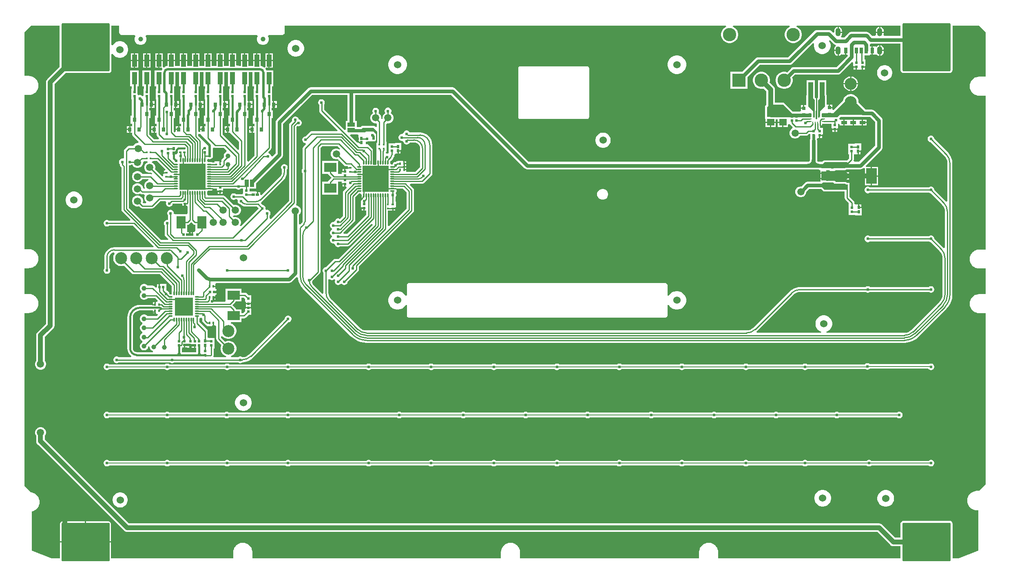
<source format=gtl>
G04*
G04 #@! TF.GenerationSoftware,Altium Limited,Altium Designer,23.3.1 (30)*
G04*
G04 Layer_Physical_Order=1*
G04 Layer_Color=255*
%FSLAX25Y25*%
%MOIN*%
G70*
G04*
G04 #@! TF.SameCoordinates,65CDCF12-2861-4885-BE21-4D3676ECD45B*
G04*
G04*
G04 #@! TF.FilePolarity,Positive*
G04*
G01*
G75*
%ADD14C,0.01000*%
%ADD18R,0.03150X0.03543*%
%ADD19R,0.03937X0.09843*%
%ADD20R,0.14567X0.14567*%
%ADD21O,0.03543X0.01102*%
%ADD22O,0.01102X0.03543*%
%ADD23R,0.02756X0.04724*%
%ADD24R,0.02992X0.04724*%
%ADD25R,0.03150X0.04724*%
%ADD26R,0.21260X0.21260*%
G04:AMPARAMS|DCode=27|XSize=11.81mil|YSize=39.37mil|CornerRadius=5.91mil|HoleSize=0mil|Usage=FLASHONLY|Rotation=0.000|XOffset=0mil|YOffset=0mil|HoleType=Round|Shape=RoundedRectangle|*
%AMROUNDEDRECTD27*
21,1,0.01181,0.02756,0,0,0.0*
21,1,0.00000,0.03937,0,0,0.0*
1,1,0.01181,0.00000,-0.01378*
1,1,0.01181,0.00000,-0.01378*
1,1,0.01181,0.00000,0.01378*
1,1,0.01181,0.00000,0.01378*
%
%ADD27ROUNDEDRECTD27*%
G04:AMPARAMS|DCode=28|XSize=39.37mil|YSize=11.81mil|CornerRadius=5.91mil|HoleSize=0mil|Usage=FLASHONLY|Rotation=0.000|XOffset=0mil|YOffset=0mil|HoleType=Round|Shape=RoundedRectangle|*
%AMROUNDEDRECTD28*
21,1,0.03937,0.00000,0,0,0.0*
21,1,0.02756,0.01181,0,0,0.0*
1,1,0.01181,0.01378,0.00000*
1,1,0.01181,-0.01378,0.00000*
1,1,0.01181,-0.01378,0.00000*
1,1,0.01181,0.01378,0.00000*
%
%ADD28ROUNDEDRECTD28*%
%ADD29R,0.01772X0.01772*%
%ADD30R,0.06127X0.05727*%
%ADD31R,0.05118X0.02756*%
%ADD32R,0.02254X0.02423*%
%ADD33R,0.03858X0.13386*%
G04:AMPARAMS|DCode=34|XSize=9.84mil|YSize=23.62mil|CornerRadius=1.97mil|HoleSize=0mil|Usage=FLASHONLY|Rotation=90.000|XOffset=0mil|YOffset=0mil|HoleType=Round|Shape=RoundedRectangle|*
%AMROUNDEDRECTD34*
21,1,0.00984,0.01968,0,0,90.0*
21,1,0.00591,0.02362,0,0,90.0*
1,1,0.00394,0.00984,0.00295*
1,1,0.00394,0.00984,-0.00295*
1,1,0.00394,-0.00984,-0.00295*
1,1,0.00394,-0.00984,0.00295*
%
%ADD34ROUNDEDRECTD34*%
G04:AMPARAMS|DCode=35|XSize=23.62mil|YSize=9.84mil|CornerRadius=1.97mil|HoleSize=0mil|Usage=FLASHONLY|Rotation=90.000|XOffset=0mil|YOffset=0mil|HoleType=Round|Shape=RoundedRectangle|*
%AMROUNDEDRECTD35*
21,1,0.02362,0.00591,0,0,90.0*
21,1,0.01968,0.00984,0,0,90.0*
1,1,0.00394,0.00295,0.00984*
1,1,0.00394,0.00295,-0.00984*
1,1,0.00394,-0.00295,-0.00984*
1,1,0.00394,-0.00295,0.00984*
%
%ADD35ROUNDEDRECTD35*%
%ADD36R,0.08661X0.03937*%
%ADD37R,0.08661X0.12992*%
%ADD38R,0.02756X0.02756*%
%ADD39R,0.01968X0.02362*%
%ADD40R,0.10236X0.07480*%
%ADD41R,0.02047X0.02047*%
%ADD42R,0.01575X0.01968*%
%ADD43R,0.01968X0.02756*%
%ADD44R,0.02165X0.02362*%
%ADD45R,0.02047X0.02047*%
%ADD46R,0.01968X0.01575*%
%ADD47R,0.02362X0.02165*%
%ADD48R,0.01772X0.01772*%
%ADD49R,0.02362X0.01968*%
G04:AMPARAMS|DCode=50|XSize=39.37mil|YSize=11.81mil|CornerRadius=5.91mil|HoleSize=0mil|Usage=FLASHONLY|Rotation=270.000|XOffset=0mil|YOffset=0mil|HoleType=Round|Shape=RoundedRectangle|*
%AMROUNDEDRECTD50*
21,1,0.03937,0.00000,0,0,270.0*
21,1,0.02756,0.01181,0,0,270.0*
1,1,0.01181,0.00000,-0.01378*
1,1,0.01181,0.00000,0.01378*
1,1,0.01181,0.00000,0.01378*
1,1,0.01181,0.00000,-0.01378*
%
%ADD50ROUNDEDRECTD50*%
G04:AMPARAMS|DCode=51|XSize=11.81mil|YSize=39.37mil|CornerRadius=5.91mil|HoleSize=0mil|Usage=FLASHONLY|Rotation=270.000|XOffset=0mil|YOffset=0mil|HoleType=Round|Shape=RoundedRectangle|*
%AMROUNDEDRECTD51*
21,1,0.01181,0.02756,0,0,270.0*
21,1,0.00000,0.03937,0,0,270.0*
1,1,0.01181,-0.01378,0.00000*
1,1,0.01181,-0.01378,0.00000*
1,1,0.01181,0.01378,0.00000*
1,1,0.01181,0.01378,0.00000*
%
%ADD51ROUNDEDRECTD51*%
%ADD52R,0.21260X0.21260*%
%ADD53R,0.02756X0.01968*%
%ADD54R,0.07480X0.10236*%
G04:AMPARAMS|DCode=75|XSize=43.31mil|YSize=66.93mil|CornerRadius=21.65mil|HoleSize=0mil|Usage=FLASHONLY|Rotation=180.000|XOffset=0mil|YOffset=0mil|HoleType=Round|Shape=RoundedRectangle|*
%AMROUNDEDRECTD75*
21,1,0.04331,0.02362,0,0,180.0*
21,1,0.00000,0.06693,0,0,180.0*
1,1,0.04331,0.00000,0.01181*
1,1,0.04331,0.00000,0.01181*
1,1,0.04331,0.00000,-0.01181*
1,1,0.04331,0.00000,-0.01181*
%
%ADD75ROUNDEDRECTD75*%
%ADD82C,0.03000*%
%ADD83C,0.01500*%
%ADD84C,0.02000*%
%ADD85C,0.00600*%
G04:AMPARAMS|DCode=86|XSize=393.7mil|YSize=393.7mil|CornerRadius=9.84mil|HoleSize=0mil|Usage=FLASHONLY|Rotation=0.000|XOffset=0mil|YOffset=0mil|HoleType=Round|Shape=RoundedRectangle|*
%AMROUNDEDRECTD86*
21,1,0.39370,0.37402,0,0,0.0*
21,1,0.37402,0.39370,0,0,0.0*
1,1,0.01968,0.18701,-0.18701*
1,1,0.01968,-0.18701,-0.18701*
1,1,0.01968,-0.18701,0.18701*
1,1,0.01968,0.18701,0.18701*
%
%ADD86ROUNDEDRECTD86*%
G04:AMPARAMS|DCode=87|XSize=393.7mil|YSize=314.96mil|CornerRadius=7.87mil|HoleSize=0mil|Usage=FLASHONLY|Rotation=0.000|XOffset=0mil|YOffset=0mil|HoleType=Round|Shape=RoundedRectangle|*
%AMROUNDEDRECTD87*
21,1,0.39370,0.29921,0,0,0.0*
21,1,0.37795,0.31496,0,0,0.0*
1,1,0.01575,0.18898,-0.14961*
1,1,0.01575,-0.18898,-0.14961*
1,1,0.01575,-0.18898,0.14961*
1,1,0.01575,0.18898,0.14961*
%
%ADD87ROUNDEDRECTD87*%
%ADD88R,0.03700X0.05906*%
%ADD89C,0.05906*%
G04:AMPARAMS|DCode=90|XSize=70.87mil|YSize=13.78mil|CornerRadius=3.93mil|HoleSize=0mil|Usage=FLASHONLY|Rotation=90.000|XOffset=0mil|YOffset=0mil|HoleType=Round|Shape=RoundedRectangle|*
%AMROUNDEDRECTD90*
21,1,0.07087,0.00593,0,0,90.0*
21,1,0.06301,0.01378,0,0,90.0*
1,1,0.00785,0.00296,0.03151*
1,1,0.00785,0.00296,-0.03151*
1,1,0.00785,-0.00296,-0.03151*
1,1,0.00785,-0.00296,0.03151*
%
%ADD90ROUNDEDRECTD90*%
G04:AMPARAMS|DCode=91|XSize=57.09mil|YSize=13mil|CornerRadius=3.71mil|HoleSize=0mil|Usage=FLASHONLY|Rotation=90.000|XOffset=0mil|YOffset=0mil|HoleType=Round|Shape=RoundedRectangle|*
%AMROUNDEDRECTD91*
21,1,0.05709,0.00559,0,0,90.0*
21,1,0.04968,0.01300,0,0,90.0*
1,1,0.00741,0.00280,0.02484*
1,1,0.00741,0.00280,-0.02484*
1,1,0.00741,-0.00280,-0.02484*
1,1,0.00741,-0.00280,0.02484*
%
%ADD91ROUNDEDRECTD91*%
G04:AMPARAMS|DCode=92|XSize=33.47mil|YSize=27.56mil|CornerRadius=4mil|HoleSize=0mil|Usage=FLASHONLY|Rotation=90.000|XOffset=0mil|YOffset=0mil|HoleType=Round|Shape=RoundedRectangle|*
%AMROUNDEDRECTD92*
21,1,0.03347,0.01957,0,0,90.0*
21,1,0.02547,0.02756,0,0,90.0*
1,1,0.00799,0.00978,0.01274*
1,1,0.00799,0.00978,-0.01274*
1,1,0.00799,-0.00978,-0.01274*
1,1,0.00799,-0.00978,0.01274*
%
%ADD92ROUNDEDRECTD92*%
%ADD93C,0.09843*%
%ADD94C,0.03937*%
%ADD95R,0.05906X0.03800*%
%ADD96R,0.05906X0.03600*%
%ADD97C,0.02200*%
%ADD98C,0.03937*%
%ADD99C,0.00394*%
%ADD100R,0.10925X0.10925*%
%ADD101C,0.10925*%
%ADD102C,0.06000*%
%ADD103C,0.02400*%
G36*
X788151Y433144D02*
Y396799D01*
X783000D01*
X782917Y396782D01*
X782833Y396794D01*
X782148Y396749D01*
X781906Y396684D01*
X781655Y396667D01*
X780331Y396312D01*
X780032Y396165D01*
X779716Y396058D01*
X778530Y395373D01*
X778279Y395153D01*
X778002Y394968D01*
X777033Y393998D01*
X776847Y393721D01*
X776627Y393471D01*
X775942Y392284D01*
X775835Y391968D01*
X775688Y391669D01*
X775333Y390345D01*
X775311Y390012D01*
X775246Y389685D01*
Y388315D01*
X775311Y387988D01*
X775333Y387655D01*
X775688Y386331D01*
X775835Y386032D01*
X775942Y385717D01*
X776627Y384530D01*
X776847Y384279D01*
X777033Y384002D01*
X778002Y383033D01*
X778279Y382847D01*
X778530Y382628D01*
X779716Y381942D01*
X780032Y381835D01*
X780331Y381688D01*
X781655Y381333D01*
X781906Y381316D01*
X782148Y381252D01*
X782833Y381207D01*
X782917Y381218D01*
X783000Y381201D01*
X788151D01*
Y255299D01*
X783000D01*
X782917Y255282D01*
X782833Y255293D01*
X782148Y255249D01*
X781906Y255184D01*
X781655Y255167D01*
X780331Y254813D01*
X780032Y254665D01*
X779716Y254558D01*
X778530Y253873D01*
X778279Y253653D01*
X778002Y253467D01*
X777033Y252498D01*
X776847Y252221D01*
X776627Y251971D01*
X775942Y250784D01*
X775835Y250468D01*
X775688Y250169D01*
X775333Y248845D01*
X775311Y248512D01*
X775246Y248185D01*
Y246815D01*
X775311Y246488D01*
X775333Y246155D01*
X775688Y244831D01*
X775835Y244532D01*
X775942Y244216D01*
X776627Y243030D01*
X776847Y242779D01*
X777033Y242502D01*
X778002Y241533D01*
X778279Y241347D01*
X778530Y241127D01*
X779716Y240442D01*
X780032Y240335D01*
X780331Y240188D01*
X781655Y239833D01*
X781906Y239816D01*
X782148Y239752D01*
X782833Y239707D01*
X782917Y239718D01*
X783000Y239701D01*
X788151D01*
Y218799D01*
X783000D01*
X782917Y218782D01*
X782833Y218794D01*
X782148Y218749D01*
X781906Y218684D01*
X781655Y218667D01*
X780331Y218313D01*
X780032Y218165D01*
X779716Y218058D01*
X778530Y217373D01*
X778279Y217153D01*
X778002Y216968D01*
X777033Y215998D01*
X776847Y215721D01*
X776627Y215471D01*
X775942Y214284D01*
X775835Y213968D01*
X775688Y213669D01*
X775333Y212345D01*
X775311Y212012D01*
X775246Y211685D01*
Y210315D01*
X775311Y209988D01*
X775333Y209655D01*
X775688Y208331D01*
X775835Y208032D01*
X775942Y207716D01*
X776627Y206530D01*
X776847Y206279D01*
X777033Y206002D01*
X778002Y205033D01*
X778279Y204847D01*
X778530Y204627D01*
X779716Y203942D01*
X780032Y203835D01*
X780331Y203688D01*
X781655Y203333D01*
X781906Y203316D01*
X782148Y203252D01*
X782833Y203207D01*
X782917Y203218D01*
X783000Y203201D01*
X788151D01*
Y63106D01*
X782794Y57749D01*
X781200D01*
X781117Y57732D01*
X781033Y57744D01*
X780328Y57697D01*
X780086Y57632D01*
X779835Y57616D01*
X778474Y57251D01*
X778175Y57104D01*
X777859Y56996D01*
X776638Y56292D01*
X776388Y56072D01*
X776110Y55887D01*
X775113Y54890D01*
X774928Y54612D01*
X774708Y54362D01*
X774004Y53141D01*
X773896Y52825D01*
X773749Y52526D01*
X773384Y51165D01*
X773362Y50832D01*
X773297Y50505D01*
Y49095D01*
X773362Y48768D01*
X773384Y48435D01*
X773749Y47074D01*
X773896Y46775D01*
X774004Y46459D01*
X774708Y45238D01*
X774928Y44987D01*
X775113Y44710D01*
X776110Y43714D01*
X776388Y43528D01*
X776638Y43308D01*
X777859Y42604D01*
X778175Y42496D01*
X778474Y42349D01*
X779835Y41984D01*
X780086Y41968D01*
X780328Y41903D01*
X781033Y41857D01*
X781117Y41868D01*
X781200Y41851D01*
X782151D01*
Y8744D01*
X766222Y2549D01*
X761230D01*
Y30961D01*
X761052Y31853D01*
X760547Y32610D01*
X759790Y33115D01*
X758898Y33293D01*
X721102D01*
X720210Y33115D01*
X719453Y32610D01*
X718948Y31853D01*
X718770Y30961D01*
Y19498D01*
X714299D01*
X703765Y30033D01*
X703041Y30589D01*
X702197Y30938D01*
X701291Y31058D01*
X88063D01*
X19247Y99874D01*
Y102623D01*
X19311Y102687D01*
X19897Y103703D01*
X20201Y104835D01*
Y106008D01*
X19897Y107140D01*
X19311Y108155D01*
X18482Y108984D01*
X17467Y109571D01*
X16334Y109874D01*
X15162D01*
X14029Y109571D01*
X13014Y108984D01*
X12185Y108155D01*
X11599Y107140D01*
X11295Y106008D01*
Y104835D01*
X11599Y103703D01*
X12185Y102687D01*
X12250Y102623D01*
Y98425D01*
X12369Y97520D01*
X12718Y96676D01*
X13274Y95951D01*
X84140Y25085D01*
X84865Y24529D01*
X85709Y24180D01*
X86614Y24061D01*
X699842D01*
X710377Y13526D01*
X711101Y12970D01*
X711945Y12621D01*
X712850Y12502D01*
X718770D01*
Y2549D01*
X569599D01*
Y7500D01*
X569582Y7583D01*
X569593Y7667D01*
X569549Y8352D01*
X569484Y8595D01*
X569467Y8845D01*
X569112Y10169D01*
X568965Y10468D01*
X568858Y10784D01*
X568173Y11970D01*
X567953Y12221D01*
X567767Y12498D01*
X566798Y13467D01*
X566521Y13653D01*
X566270Y13873D01*
X565084Y14558D01*
X564768Y14665D01*
X564469Y14812D01*
X563145Y15167D01*
X562812Y15189D01*
X562485Y15254D01*
X561115D01*
X560788Y15189D01*
X560455Y15167D01*
X559131Y14812D01*
X558832Y14665D01*
X558516Y14558D01*
X557330Y13873D01*
X557079Y13653D01*
X556802Y13467D01*
X555832Y12498D01*
X555647Y12221D01*
X555427Y11970D01*
X554742Y10784D01*
X554635Y10468D01*
X554488Y10169D01*
X554133Y8845D01*
X554116Y8595D01*
X554051Y8352D01*
X554006Y7667D01*
X554017Y7583D01*
X554001Y7500D01*
Y2549D01*
X407699D01*
Y7500D01*
X407682Y7583D01*
X407693Y7667D01*
X407649Y8352D01*
X407584Y8595D01*
X407567Y8845D01*
X407212Y10169D01*
X407065Y10468D01*
X406958Y10784D01*
X406273Y11970D01*
X406053Y12221D01*
X405867Y12498D01*
X404898Y13467D01*
X404621Y13653D01*
X404370Y13873D01*
X403184Y14558D01*
X402868Y14665D01*
X402569Y14812D01*
X401245Y15167D01*
X400912Y15189D01*
X400585Y15254D01*
X399215D01*
X398888Y15189D01*
X398555Y15167D01*
X397231Y14812D01*
X396932Y14665D01*
X396616Y14558D01*
X395429Y13873D01*
X395179Y13653D01*
X394902Y13467D01*
X393933Y12498D01*
X393747Y12221D01*
X393527Y11970D01*
X392842Y10784D01*
X392735Y10468D01*
X392587Y10169D01*
X392233Y8845D01*
X392216Y8595D01*
X392151Y8352D01*
X392107Y7667D01*
X392118Y7583D01*
X392101Y7500D01*
Y2549D01*
X188899D01*
Y7500D01*
X188882Y7583D01*
X188893Y7667D01*
X188848Y8352D01*
X188784Y8595D01*
X188767Y8845D01*
X188412Y10169D01*
X188265Y10468D01*
X188158Y10784D01*
X187472Y11970D01*
X187253Y12221D01*
X187067Y12498D01*
X186098Y13467D01*
X185821Y13653D01*
X185570Y13873D01*
X184383Y14558D01*
X184068Y14665D01*
X183769Y14812D01*
X182445Y15167D01*
X182112Y15189D01*
X181785Y15254D01*
X180415D01*
X180088Y15189D01*
X179755Y15167D01*
X178431Y14812D01*
X178132Y14665D01*
X177816Y14558D01*
X176629Y13873D01*
X176379Y13653D01*
X176102Y13467D01*
X175133Y12498D01*
X174947Y12221D01*
X174727Y11970D01*
X174042Y10784D01*
X173935Y10468D01*
X173787Y10169D01*
X173433Y8845D01*
X173416Y8595D01*
X173351Y8352D01*
X173307Y7667D01*
X173318Y7583D01*
X173301Y7500D01*
Y2549D01*
X73220D01*
Y15500D01*
X31780D01*
Y2549D01*
X24478D01*
X8549Y8744D01*
Y40834D01*
X9726Y41149D01*
X10025Y41296D01*
X10341Y41404D01*
X11562Y42109D01*
X11812Y42328D01*
X12090Y42514D01*
X13086Y43510D01*
X13272Y43788D01*
X13491Y44038D01*
X14196Y45259D01*
X14303Y45575D01*
X14451Y45874D01*
X14816Y47235D01*
X14838Y47568D01*
X14903Y47895D01*
Y49305D01*
X14838Y49632D01*
X14816Y49965D01*
X14451Y51326D01*
X14303Y51625D01*
X14196Y51941D01*
X13491Y53162D01*
X13272Y53412D01*
X13086Y53690D01*
X12090Y54686D01*
X11812Y54872D01*
X11562Y55092D01*
X10341Y55796D01*
X10025Y55904D01*
X9726Y56051D01*
X8365Y56416D01*
X8114Y56432D01*
X7871Y56497D01*
X7552Y56518D01*
X2549Y61837D01*
Y203301D01*
X6250D01*
X6333Y203318D01*
X6417Y203307D01*
X7102Y203351D01*
X7344Y203416D01*
X7595Y203433D01*
X8919Y203788D01*
X9218Y203935D01*
X9533Y204042D01*
X10720Y204728D01*
X10971Y204947D01*
X11248Y205133D01*
X12217Y206102D01*
X12403Y206379D01*
X12622Y206630D01*
X13308Y207817D01*
X13415Y208132D01*
X13562Y208431D01*
X13917Y209755D01*
X13939Y210088D01*
X14004Y210415D01*
Y211785D01*
X13939Y212112D01*
X13917Y212445D01*
X13562Y213769D01*
X13415Y214068D01*
X13308Y214384D01*
X12622Y215570D01*
X12403Y215821D01*
X12217Y216098D01*
X11248Y217068D01*
X10971Y217253D01*
X10720Y217473D01*
X9533Y218158D01*
X9218Y218265D01*
X8919Y218412D01*
X7595Y218767D01*
X7344Y218784D01*
X7102Y218849D01*
X6417Y218894D01*
X6333Y218882D01*
X6250Y218899D01*
X2549D01*
Y240001D01*
X6250D01*
X6333Y240018D01*
X6417Y240007D01*
X7102Y240052D01*
X7344Y240116D01*
X7595Y240133D01*
X8919Y240488D01*
X9218Y240635D01*
X9533Y240742D01*
X10720Y241427D01*
X10971Y241647D01*
X11248Y241833D01*
X12217Y242802D01*
X12403Y243079D01*
X12622Y243330D01*
X13308Y244516D01*
X13415Y244832D01*
X13562Y245131D01*
X13917Y246455D01*
X13939Y246788D01*
X14004Y247115D01*
Y248485D01*
X13939Y248812D01*
X13917Y249145D01*
X13562Y250469D01*
X13415Y250768D01*
X13308Y251084D01*
X12622Y252271D01*
X12403Y252521D01*
X12217Y252798D01*
X11248Y253767D01*
X10971Y253953D01*
X10720Y254173D01*
X9533Y254858D01*
X9218Y254965D01*
X8919Y255113D01*
X7595Y255467D01*
X7344Y255484D01*
X7102Y255549D01*
X6417Y255593D01*
X6333Y255582D01*
X6250Y255599D01*
X2549D01*
Y381801D01*
X6250D01*
X6333Y381818D01*
X6417Y381807D01*
X7102Y381852D01*
X7344Y381916D01*
X7595Y381933D01*
X8919Y382288D01*
X9218Y382435D01*
X9533Y382542D01*
X10720Y383227D01*
X10971Y383447D01*
X11248Y383633D01*
X12217Y384602D01*
X12403Y384879D01*
X12622Y385130D01*
X13308Y386316D01*
X13415Y386632D01*
X13562Y386931D01*
X13917Y388255D01*
X13939Y388588D01*
X14004Y388915D01*
Y390285D01*
X13939Y390612D01*
X13917Y390945D01*
X13562Y392269D01*
X13415Y392568D01*
X13308Y392884D01*
X12622Y394071D01*
X12403Y394321D01*
X12217Y394598D01*
X11248Y395567D01*
X10971Y395753D01*
X10720Y395973D01*
X9533Y396658D01*
X9218Y396765D01*
X8919Y396913D01*
X7595Y397267D01*
X7344Y397284D01*
X7102Y397349D01*
X6417Y397393D01*
X6333Y397382D01*
X6250Y397399D01*
X2549D01*
Y433144D01*
X8056Y438651D01*
X31266D01*
Y404714D01*
X21148Y394596D01*
X20592Y393871D01*
X20243Y393027D01*
X20124Y392122D01*
Y194362D01*
X13274Y187513D01*
X12718Y186789D01*
X12369Y185945D01*
X12250Y185039D01*
Y164216D01*
X12185Y164151D01*
X11599Y163136D01*
X11295Y162004D01*
Y160831D01*
X11599Y159699D01*
X12185Y158683D01*
X13014Y157854D01*
X14029Y157268D01*
X15162Y156965D01*
X16334D01*
X17467Y157268D01*
X18482Y157854D01*
X19311Y158683D01*
X19897Y159699D01*
X20201Y160831D01*
Y162004D01*
X19897Y163136D01*
X19311Y164151D01*
X19247Y164216D01*
Y183590D01*
X26096Y190440D01*
X26652Y191164D01*
X27001Y192008D01*
X27121Y192913D01*
Y390673D01*
X36214Y399766D01*
X71201D01*
X72170Y399959D01*
X72992Y400508D01*
X73541Y401330D01*
X73734Y402299D01*
Y415060D01*
X74734Y415363D01*
X75206Y414656D01*
X76156Y413706D01*
X77272Y412961D01*
X78512Y412447D01*
X79829Y412185D01*
X81171D01*
X82488Y412447D01*
X83728Y412961D01*
X84844Y413706D01*
X85794Y414656D01*
X86539Y415772D01*
X87053Y417012D01*
X87315Y418329D01*
Y419671D01*
X87053Y420988D01*
X86539Y422228D01*
X85794Y423344D01*
X84844Y424294D01*
X83728Y425039D01*
X82488Y425553D01*
X81171Y425815D01*
X79829D01*
X78512Y425553D01*
X77272Y425039D01*
X76156Y424294D01*
X75206Y423344D01*
X74734Y422637D01*
X73734Y422940D01*
Y438651D01*
X79951D01*
Y433300D01*
X80145Y432325D01*
X80698Y431498D01*
X81525Y430945D01*
X82500Y430751D01*
X92660D01*
X93238Y429751D01*
X93020Y429375D01*
X92693Y428153D01*
Y426887D01*
X93020Y425664D01*
X93653Y424568D01*
X94548Y423673D01*
X95644Y423040D01*
X96867Y422713D01*
X98133D01*
X99356Y423040D01*
X100452Y423673D01*
X101347Y424568D01*
X101979Y425664D01*
X102307Y426887D01*
Y428153D01*
X101979Y429375D01*
X101762Y429751D01*
X102340Y430751D01*
X192660D01*
X193238Y429751D01*
X193020Y429375D01*
X192693Y428153D01*
Y426887D01*
X193020Y425664D01*
X193653Y424568D01*
X194548Y423673D01*
X195644Y423040D01*
X196867Y422713D01*
X198133D01*
X199355Y423040D01*
X200452Y423673D01*
X201347Y424568D01*
X201979Y425664D01*
X202307Y426887D01*
Y428153D01*
X201979Y429375D01*
X201762Y429751D01*
X202340Y430751D01*
X212800D01*
X213775Y430945D01*
X214602Y431498D01*
X215155Y432325D01*
X215349Y433300D01*
Y438651D01*
X576033D01*
X576232Y437651D01*
X575698Y437430D01*
X574558Y436668D01*
X573588Y435698D01*
X572826Y434558D01*
X572301Y433291D01*
X572034Y431946D01*
Y430574D01*
X572301Y429229D01*
X572826Y427962D01*
X573588Y426821D01*
X574558Y425852D01*
X575698Y425090D01*
X576965Y424565D01*
X578310Y424297D01*
X579682D01*
X581027Y424565D01*
X582294Y425090D01*
X583434Y425852D01*
X584404Y426821D01*
X585166Y427962D01*
X585691Y429229D01*
X585959Y430574D01*
Y431946D01*
X585691Y433291D01*
X585166Y434558D01*
X584404Y435698D01*
X583434Y436668D01*
X582294Y437430D01*
X581760Y437651D01*
X581959Y438651D01*
X628041D01*
X628240Y437651D01*
X627706Y437430D01*
X626566Y436668D01*
X625596Y435698D01*
X624834Y434558D01*
X624309Y433291D01*
X624041Y431946D01*
Y430574D01*
X624309Y429229D01*
X624834Y427962D01*
X625596Y426821D01*
X626566Y425852D01*
X627706Y425090D01*
X628973Y424565D01*
X630318Y424297D01*
X631690D01*
X633035Y424565D01*
X634302Y425090D01*
X635442Y425852D01*
X636412Y426821D01*
X637174Y427962D01*
X637699Y429229D01*
X637966Y430574D01*
Y431946D01*
X637699Y433291D01*
X637174Y434558D01*
X636412Y435698D01*
X635442Y436668D01*
X634302Y437430D01*
X633768Y437651D01*
X633967Y438651D01*
X718766D01*
Y430026D01*
X705412D01*
X704744Y431026D01*
X704792Y431142D01*
X704901Y431968D01*
Y432650D01*
X701708D01*
X698515D01*
Y431968D01*
X698624Y431142D01*
X698672Y431026D01*
X698004Y430026D01*
X695453D01*
X692940Y432540D01*
X692313Y433020D01*
X691583Y433323D01*
X690800Y433426D01*
X678400D01*
X677617Y433323D01*
X676887Y433020D01*
X676260Y432540D01*
X672647Y428926D01*
X670563D01*
X670349Y429200D01*
X670115Y429926D01*
X670457Y430372D01*
X670776Y431142D01*
X670885Y431968D01*
Y432650D01*
X667692D01*
Y433150D01*
X667192D01*
Y437458D01*
X666866Y437415D01*
X666096Y437096D01*
X665435Y436588D01*
X664927Y435927D01*
X664608Y435157D01*
X664500Y434331D01*
Y433194D01*
X663499Y432780D01*
X662240Y434040D01*
X661613Y434520D01*
X660883Y434823D01*
X660100Y434926D01*
X650500D01*
X649717Y434823D01*
X648987Y434520D01*
X648360Y434040D01*
X648360Y434040D01*
X626847Y412526D01*
X602256D01*
X601473Y412423D01*
X600743Y412120D01*
X600116Y411640D01*
X589179Y400703D01*
X579533D01*
Y386778D01*
X593459D01*
Y396424D01*
X603509Y406474D01*
X628100D01*
X628883Y406577D01*
X629613Y406880D01*
X630240Y407360D01*
X647174Y424295D01*
X648089Y423795D01*
X647885Y422771D01*
Y421429D01*
X648147Y420112D01*
X648661Y418872D01*
X649406Y417756D01*
X650356Y416807D01*
X651472Y416061D01*
X652712Y415547D01*
X654029Y415285D01*
X655371D01*
X656688Y415547D01*
X657928Y416061D01*
X659044Y416807D01*
X659994Y417756D01*
X660739Y418872D01*
X661253Y420112D01*
X661515Y421429D01*
Y422771D01*
X661253Y424088D01*
X660739Y425328D01*
X660258Y426049D01*
X661035Y426686D01*
X663960Y423760D01*
X664587Y423279D01*
X665317Y422977D01*
X665553Y422946D01*
X665797Y421905D01*
X665435Y421628D01*
X664927Y420966D01*
X664608Y420196D01*
X664500Y419370D01*
Y418689D01*
X667692D01*
Y418189D01*
X668192D01*
Y413881D01*
X668518Y413924D01*
X669288Y414243D01*
X669950Y414750D01*
X670298Y415205D01*
X671190Y415006D01*
X671298Y414946D01*
Y414827D01*
X673373D01*
Y418189D01*
X674373D01*
Y414827D01*
X675346D01*
X675548Y413827D01*
X666247Y404526D01*
X631264D01*
X630481Y404423D01*
X629751Y404120D01*
X629124Y403640D01*
X625807Y400322D01*
X625535Y400435D01*
X624190Y400703D01*
X622818D01*
X621473Y400435D01*
X620206Y399910D01*
X619066Y399148D01*
X618096Y398179D01*
X617334Y397038D01*
X616809Y395771D01*
X616541Y394426D01*
Y393054D01*
X616809Y391709D01*
X617334Y390442D01*
X618096Y389302D01*
X619066Y388332D01*
X620206Y387570D01*
X621473Y387045D01*
X622818Y386778D01*
X624190D01*
X625535Y387045D01*
X626802Y387570D01*
X627942Y388332D01*
X628912Y389302D01*
X629674Y390442D01*
X630199Y391709D01*
X630467Y393054D01*
Y394426D01*
X630199Y395771D01*
X630086Y396043D01*
X632517Y398474D01*
X667500D01*
X668283Y398577D01*
X669013Y398880D01*
X669640Y399360D01*
X678994Y408714D01*
X679917Y408331D01*
Y405492D01*
X680417D01*
Y405327D01*
X682500D01*
Y404827D01*
X683000D01*
Y402646D01*
X684583D01*
Y402646D01*
X685417D01*
Y402646D01*
X687000D01*
Y404827D01*
X687500D01*
Y405327D01*
X689583D01*
Y405492D01*
X690083D01*
Y410854D01*
X689123D01*
Y414327D01*
X693680D01*
Y414827D01*
X695027D01*
Y418189D01*
Y421551D01*
X693710D01*
Y422943D01*
X693698Y423032D01*
X693884Y423380D01*
X694530Y423974D01*
X694531Y423974D01*
X718766D01*
Y402299D01*
X718959Y401330D01*
X719508Y400508D01*
X720330Y399959D01*
X721299Y399766D01*
X758701D01*
X759670Y399959D01*
X760492Y400508D01*
X761041Y401330D01*
X761234Y402299D01*
Y438651D01*
X782644D01*
X788151Y433144D01*
D02*
G37*
%LPC*%
G36*
X702208Y437458D02*
Y433650D01*
X704901D01*
Y434331D01*
X704792Y435157D01*
X704473Y435927D01*
X703965Y436588D01*
X703304Y437096D01*
X702534Y437415D01*
X702208Y437458D01*
D02*
G37*
G36*
X668192Y437458D02*
Y433650D01*
X670885D01*
Y434331D01*
X670776Y435157D01*
X670457Y435927D01*
X669950Y436588D01*
X669288Y437096D01*
X668518Y437415D01*
X668192Y437458D01*
D02*
G37*
G36*
X701208Y437458D02*
X700881Y437415D01*
X700111Y437096D01*
X699450Y436588D01*
X698943Y435927D01*
X698624Y435157D01*
X698515Y434331D01*
Y433650D01*
X701208D01*
Y437458D01*
D02*
G37*
G36*
Y422497D02*
X700881Y422454D01*
X700111Y422135D01*
X699450Y421628D01*
X699102Y421173D01*
X698210Y421372D01*
X698102Y421432D01*
Y421551D01*
X696027D01*
Y418189D01*
Y414827D01*
X698102D01*
Y414946D01*
X698210Y415006D01*
X699102Y415205D01*
X699450Y414750D01*
X700111Y414243D01*
X700881Y413924D01*
X701208Y413881D01*
Y418189D01*
Y422497D01*
D02*
G37*
G36*
X702208D02*
Y418689D01*
X704901D01*
Y419370D01*
X704792Y420196D01*
X704473Y420966D01*
X703965Y421628D01*
X703304Y422135D01*
X702534Y422454D01*
X702208Y422497D01*
D02*
G37*
G36*
X667192Y417689D02*
X664500D01*
Y417008D01*
X664608Y416182D01*
X664927Y415412D01*
X665435Y414750D01*
X666096Y414243D01*
X666866Y413924D01*
X667192Y413881D01*
Y417689D01*
D02*
G37*
G36*
X704901D02*
X702208D01*
Y413881D01*
X702534Y413924D01*
X703304Y414243D01*
X703965Y414750D01*
X704473Y415412D01*
X704792Y416182D01*
X704901Y417008D01*
Y417689D01*
D02*
G37*
G36*
X225071Y426815D02*
X223729D01*
X222412Y426553D01*
X221172Y426039D01*
X220056Y425293D01*
X219106Y424344D01*
X218361Y423228D01*
X217847Y421988D01*
X217585Y420671D01*
Y419329D01*
X217847Y418012D01*
X218361Y416772D01*
X219106Y415656D01*
X220056Y414707D01*
X221172Y413961D01*
X222412Y413447D01*
X223729Y413185D01*
X225071D01*
X226388Y413447D01*
X227628Y413961D01*
X228744Y414707D01*
X229694Y415656D01*
X230439Y416772D01*
X230953Y418012D01*
X231215Y419329D01*
Y420671D01*
X230953Y421988D01*
X230439Y423228D01*
X229694Y424344D01*
X228744Y425293D01*
X227628Y426039D01*
X226388Y426553D01*
X225071Y426815D01*
D02*
G37*
G36*
X205469Y415921D02*
X203000D01*
Y410500D01*
X205469D01*
Y415921D01*
D02*
G37*
G36*
X202000D02*
X199531D01*
Y410500D01*
X202000D01*
Y415921D01*
D02*
G37*
G36*
X195468D02*
X193000D01*
Y410500D01*
X195468D01*
Y415921D01*
D02*
G37*
G36*
X192000D02*
X189532D01*
Y410500D01*
X192000D01*
Y415921D01*
D02*
G37*
G36*
X185468D02*
X183000D01*
Y410500D01*
X185468D01*
Y415921D01*
D02*
G37*
G36*
X182000D02*
X179532D01*
Y410500D01*
X182000D01*
Y415921D01*
D02*
G37*
G36*
X175469D02*
X173000D01*
Y410500D01*
X175469D01*
Y415921D01*
D02*
G37*
G36*
X172000D02*
X169532D01*
Y410500D01*
X172000D01*
Y415921D01*
D02*
G37*
G36*
X165469D02*
X163000D01*
Y410500D01*
X165469D01*
Y415921D01*
D02*
G37*
G36*
X162000D02*
X159531D01*
Y410500D01*
X162000D01*
Y415921D01*
D02*
G37*
G36*
X155468D02*
X153000D01*
Y410500D01*
X155468D01*
Y415921D01*
D02*
G37*
G36*
X152000D02*
X149531D01*
Y410500D01*
X152000D01*
Y415921D01*
D02*
G37*
G36*
X145468D02*
X143000D01*
Y410500D01*
X145468D01*
Y415921D01*
D02*
G37*
G36*
X142000D02*
X139532D01*
Y410500D01*
X142000D01*
Y415921D01*
D02*
G37*
G36*
X135468D02*
X133000D01*
Y410500D01*
X135468D01*
Y415921D01*
D02*
G37*
G36*
X132000D02*
X129532D01*
Y410500D01*
X132000D01*
Y415921D01*
D02*
G37*
G36*
X125469D02*
X123000D01*
Y410500D01*
X125469D01*
Y415921D01*
D02*
G37*
G36*
X122000D02*
X119532D01*
Y410500D01*
X122000D01*
Y415921D01*
D02*
G37*
G36*
X115469D02*
X113000D01*
Y410500D01*
X115469D01*
Y415921D01*
D02*
G37*
G36*
X112000D02*
X109531D01*
Y410500D01*
X112000D01*
Y415921D01*
D02*
G37*
G36*
X105468D02*
X103000D01*
Y410500D01*
X105468D01*
Y415921D01*
D02*
G37*
G36*
X102000D02*
X99532D01*
Y410500D01*
X102000D01*
Y415921D01*
D02*
G37*
G36*
X95468D02*
X93000D01*
Y410500D01*
X95468D01*
Y415921D01*
D02*
G37*
G36*
X92000D02*
X89531D01*
Y410500D01*
X92000D01*
Y415921D01*
D02*
G37*
G36*
X202000Y409500D02*
X199531D01*
X199531Y404858D01*
Y404841D01*
Y404841D01*
X199531Y404716D01*
X199205Y404555D01*
X198531Y404223D01*
X197774Y404804D01*
X196436Y405358D01*
X195468Y405486D01*
Y409500D01*
X189532D01*
Y405549D01*
X185468D01*
Y409500D01*
X179532D01*
Y405549D01*
X177919D01*
X177356Y405700D01*
X176645D01*
X176469Y405653D01*
X175469Y406244D01*
Y409500D01*
X169532D01*
Y405549D01*
X165469D01*
Y409500D01*
X159531D01*
Y405549D01*
X155468D01*
Y409500D01*
X149531D01*
Y405549D01*
X145468D01*
Y409500D01*
X139532D01*
Y405549D01*
X135468D01*
Y409500D01*
X129532D01*
Y405549D01*
X125469D01*
Y409500D01*
X119532D01*
Y405486D01*
X118564Y405358D01*
X117226Y404804D01*
X116469Y404223D01*
X115469Y404716D01*
X115469Y404841D01*
X115469D01*
X115469Y404858D01*
Y409500D01*
X113000D01*
Y404079D01*
X114732Y404079D01*
X114798D01*
D01*
X114937Y404079D01*
X115077Y403794D01*
X115430Y403079D01*
X115196Y402774D01*
X114815Y401854D01*
X109031D01*
Y389012D01*
X110206D01*
Y386854D01*
X109917D01*
Y381492D01*
Y378146D01*
X110206D01*
Y364709D01*
X109425D01*
Y358165D01*
X110461D01*
Y356335D01*
X109260D01*
Y353563D01*
Y350791D01*
X110461D01*
Y349522D01*
X110616Y348742D01*
X111058Y348080D01*
X112575Y346563D01*
X112192Y345639D01*
X108445D01*
X104539Y349545D01*
Y362791D01*
X105575D01*
Y369335D01*
X104539D01*
Y371165D01*
X105740D01*
Y373937D01*
Y376709D01*
X104794D01*
Y378146D01*
X105083D01*
Y381492D01*
Y386854D01*
X104794D01*
Y389012D01*
X105968D01*
Y401854D01*
X99032D01*
Y389012D01*
X100206D01*
Y386854D01*
X99917D01*
Y381245D01*
X98917Y380901D01*
X98658Y381160D01*
X98042Y381516D01*
X97356Y381700D01*
X96645D01*
X96083Y381549D01*
X95717Y381695D01*
X95083Y382165D01*
Y386854D01*
X94794D01*
Y389012D01*
X95969D01*
Y401854D01*
X89031D01*
Y389012D01*
X90206D01*
Y386854D01*
X89917D01*
Y381492D01*
Y378146D01*
X90206D01*
Y364709D01*
X89425D01*
Y358165D01*
X90461D01*
Y356335D01*
X89260D01*
Y353563D01*
Y350791D01*
X90461D01*
Y349800D01*
X90616Y349020D01*
X91058Y348358D01*
X95963Y343453D01*
X95549Y342453D01*
X94914D01*
X93781Y342149D01*
X92766Y341563D01*
X91937Y340734D01*
X91536Y340039D01*
X88000D01*
X87220Y339884D01*
X86558Y339442D01*
X84558Y337442D01*
X84116Y336780D01*
X83961Y336000D01*
Y330359D01*
X82961Y329672D01*
X82855Y329700D01*
X82144D01*
X81458Y329516D01*
X80842Y329160D01*
X80339Y328658D01*
X79984Y328042D01*
X79800Y327356D01*
Y326644D01*
X79984Y325958D01*
X80339Y325342D01*
X80461Y325221D01*
Y324811D01*
X80616Y324030D01*
X81058Y323369D01*
X81961Y322466D01*
Y288000D01*
X82116Y287220D01*
X82558Y286558D01*
X89403Y279713D01*
X89020Y278789D01*
X71779D01*
X71658Y278911D01*
X71042Y279266D01*
X70355Y279450D01*
X69644D01*
X68958Y279266D01*
X68342Y278911D01*
X67839Y278408D01*
X67484Y277792D01*
X67300Y277105D01*
Y276395D01*
X67484Y275708D01*
X67839Y275092D01*
X68342Y274589D01*
X68958Y274234D01*
X69644Y274050D01*
X70355D01*
X71042Y274234D01*
X71658Y274589D01*
X71779Y274711D01*
X91405D01*
X108153Y257963D01*
X107770Y257039D01*
X76000D01*
X75995Y257038D01*
X74432Y256884D01*
X72924Y256427D01*
X71534Y255684D01*
X70316Y254684D01*
X69316Y253466D01*
X68573Y252076D01*
X68116Y250568D01*
X67962Y249005D01*
X67961Y249000D01*
Y239929D01*
X67839Y239808D01*
X67484Y239192D01*
X67300Y238506D01*
Y237795D01*
X67484Y237108D01*
X67839Y236492D01*
X68342Y235989D01*
X68958Y235634D01*
X69644Y235450D01*
X70355D01*
X71042Y235634D01*
X71658Y235989D01*
X72161Y236492D01*
X72516Y237108D01*
X72700Y237795D01*
Y238506D01*
X72516Y239192D01*
X72161Y239808D01*
X72039Y239929D01*
Y249000D01*
X72025Y249070D01*
X72152Y250031D01*
X72550Y250992D01*
X73183Y251817D01*
X74008Y252450D01*
X74969Y252848D01*
X75906Y252972D01*
X76003Y252896D01*
X76044Y252852D01*
X76407Y251961D01*
X75900Y251203D01*
X75416Y250034D01*
X75169Y248794D01*
Y247529D01*
X75416Y246288D01*
X75900Y245120D01*
X76603Y244068D01*
X77497Y243174D01*
X78549Y242471D01*
X79718Y241987D01*
X80958Y241740D01*
X82223D01*
X83464Y241987D01*
X83934Y242182D01*
X90397Y235719D01*
X91058Y235278D01*
X91839Y235122D01*
X113332D01*
X122989Y225466D01*
Y220971D01*
X122936Y220709D01*
Y218627D01*
X121647D01*
X121116Y219158D01*
Y219255D01*
X120931Y219942D01*
X120576Y220557D01*
X120073Y221060D01*
X119458Y221416D01*
X119227Y221478D01*
X118500Y222138D01*
Y227185D01*
X113453D01*
Y226685D01*
X113327D01*
Y224661D01*
X112327D01*
Y226685D01*
X110803D01*
Y224450D01*
X109879Y224068D01*
X108844Y225103D01*
X108182Y225545D01*
X107402Y225701D01*
X103229D01*
X103177Y225791D01*
X102532Y226437D01*
X101741Y226894D01*
X100858Y227130D01*
X99945D01*
X99063Y226894D01*
X98272Y226437D01*
X97626Y225791D01*
X97170Y225000D01*
X96933Y224118D01*
Y223205D01*
X97170Y222323D01*
X97626Y221532D01*
X97825Y221333D01*
X98160Y220661D01*
X97825Y219989D01*
X97626Y219791D01*
X97170Y219000D01*
X96933Y218118D01*
Y217205D01*
X97170Y216323D01*
X97626Y215532D01*
X98272Y214886D01*
X99063Y214429D01*
X99945Y214193D01*
X100858D01*
X101741Y214429D01*
X102532Y214886D01*
X103177Y215532D01*
X103229Y215622D01*
X109557D01*
X111610Y213569D01*
X111227Y212646D01*
X110189D01*
Y212146D01*
X109827D01*
Y210161D01*
X108827D01*
Y212146D01*
X107540D01*
Y209995D01*
X97035D01*
Y210001D01*
X95019Y209802D01*
X93080Y209214D01*
X91293Y208259D01*
X89727Y206974D01*
X88442Y205408D01*
X87487Y203621D01*
X86899Y201682D01*
X86700Y199666D01*
X86706D01*
Y174389D01*
X86720Y174319D01*
X86861Y172889D01*
X87298Y171447D01*
X88009Y170118D01*
X88965Y168953D01*
X90078Y168039D01*
X90081Y167923D01*
X89644Y167039D01*
X79779D01*
X79658Y167160D01*
X79042Y167516D01*
X78355Y167700D01*
X77644D01*
X76958Y167516D01*
X76342Y167160D01*
X75840Y166658D01*
X75484Y166042D01*
X75300Y165356D01*
Y164645D01*
X75484Y163958D01*
X75840Y163342D01*
X76342Y162839D01*
X76958Y162484D01*
X77644Y162300D01*
X78355D01*
X79042Y162484D01*
X79658Y162839D01*
X79779Y162961D01*
X121570D01*
X121691Y162839D01*
X122307Y162484D01*
X122993Y162300D01*
X123704D01*
X124391Y162484D01*
X125007Y162839D01*
X125128Y162961D01*
X177221D01*
X177342Y162839D01*
X177958Y162484D01*
X178645Y162300D01*
X179356D01*
X180042Y162484D01*
X180658Y162839D01*
X180805Y162986D01*
X182391Y163111D01*
X184228Y163552D01*
X185973Y164275D01*
X187583Y165262D01*
X189006Y166477D01*
X189021Y166487D01*
X218284Y195750D01*
X218456D01*
X219142Y195934D01*
X219758Y196290D01*
X220261Y196792D01*
X220616Y197408D01*
X220800Y198095D01*
Y198805D01*
X220616Y199492D01*
X220261Y200108D01*
X219758Y200611D01*
X219142Y200966D01*
X218456Y201150D01*
X217744D01*
X217058Y200966D01*
X216442Y200611D01*
X215939Y200108D01*
X215584Y199492D01*
X215400Y198805D01*
Y198634D01*
X186137Y169371D01*
X186084Y169292D01*
X184946Y168358D01*
X183565Y167620D01*
X182066Y167165D01*
X180780Y167038D01*
X180658Y167160D01*
X180042Y167516D01*
X179356Y167700D01*
X178645D01*
X177958Y167516D01*
X177342Y167160D01*
X177221Y167039D01*
X171519D01*
X171275Y167987D01*
X172443Y168471D01*
X173495Y169174D01*
X174390Y170068D01*
X175092Y171120D01*
X175576Y172288D01*
X175823Y173529D01*
Y174794D01*
X175576Y176034D01*
X175092Y177203D01*
X174390Y178255D01*
X173495Y179149D01*
X172443Y179852D01*
X171275Y180336D01*
X170034Y180583D01*
X168769D01*
X167529Y180336D01*
X166526Y179921D01*
X163441Y183006D01*
Y184224D01*
X164325Y184537D01*
X164441Y184541D01*
X165308Y183674D01*
X166360Y182971D01*
X167529Y182487D01*
X168769Y182240D01*
X170034D01*
X171275Y182487D01*
X172443Y182971D01*
X173495Y183674D01*
X174390Y184568D01*
X175092Y185620D01*
X175576Y186788D01*
X175823Y188029D01*
Y189294D01*
X175576Y190534D01*
X175092Y191703D01*
X174390Y192755D01*
X173495Y193649D01*
X172443Y194352D01*
X171275Y194836D01*
X171502Y195795D01*
X180118D01*
Y198996D01*
X182059D01*
X182839Y199152D01*
X183501Y199593D01*
X185860Y201953D01*
X188024D01*
Y207000D01*
X187524D01*
Y207126D01*
X185500D01*
X183476D01*
Y207000D01*
X182976D01*
Y204837D01*
X181214Y203075D01*
X180118D01*
Y206276D01*
X175484D01*
X175384Y206780D01*
X174942Y207442D01*
X172634Y209750D01*
X174942Y212058D01*
X175384Y212720D01*
X175385Y212724D01*
X180118D01*
Y215925D01*
X181907D01*
X183016Y214817D01*
Y212535D01*
X183516D01*
Y211386D01*
X185500D01*
X187484D01*
Y212535D01*
X187984D01*
Y217898D01*
X185703D01*
X184194Y219407D01*
X183532Y219848D01*
X182752Y220004D01*
X180118D01*
Y223205D01*
X166882D01*
Y212724D01*
X165905Y212669D01*
X156275D01*
X156203Y212707D01*
X156200Y212713D01*
X156149Y213280D01*
X156883Y214162D01*
X156907Y214177D01*
X158764D01*
Y215661D01*
X156976D01*
Y216661D01*
X158764D01*
Y218146D01*
X159585Y218579D01*
X159756D01*
Y220161D01*
X157575D01*
Y221161D01*
X159756D01*
Y222744D01*
X159585D01*
X158764Y223177D01*
Y224661D01*
X156976D01*
Y225661D01*
X158764D01*
Y227146D01*
X159178Y227974D01*
X219000D01*
X219783Y228077D01*
X220513Y228380D01*
X221140Y228860D01*
X225013Y232733D01*
X226046Y232352D01*
X226130Y231288D01*
X226644Y229146D01*
X227487Y227110D01*
X228639Y225231D01*
X230070Y223555D01*
X230073Y223558D01*
X230073Y223558D01*
X269387Y184244D01*
X269390Y184242D01*
X271161Y182689D01*
X273123Y181378D01*
X275239Y180334D01*
X277473Y179576D01*
X279788Y179116D01*
X282138Y178962D01*
X282142Y178961D01*
X721858D01*
Y178951D01*
X724368Y179148D01*
X726817Y179736D01*
X729144Y180700D01*
X731291Y182016D01*
X733207Y183651D01*
X733199Y183659D01*
X733199Y183659D01*
X755634Y206094D01*
X756349Y206793D01*
X756349Y206793D01*
X757984Y208709D01*
X759300Y210856D01*
X760264Y213183D01*
X760852Y215632D01*
X761050Y218142D01*
X761039D01*
Y326208D01*
X761036Y326225D01*
X760889Y328091D01*
X760448Y329928D01*
X759725Y331673D01*
X758738Y333283D01*
X757523Y334706D01*
X757513Y334721D01*
X746200Y346034D01*
Y346205D01*
X746016Y346892D01*
X745660Y347508D01*
X745158Y348011D01*
X744542Y348366D01*
X743855Y348550D01*
X743145D01*
X742458Y348366D01*
X741842Y348011D01*
X741339Y347508D01*
X740984Y346892D01*
X740800Y346205D01*
Y345495D01*
X740984Y344808D01*
X741339Y344192D01*
X741842Y343689D01*
X742458Y343334D01*
X743145Y343150D01*
X743316D01*
X754629Y331837D01*
X754708Y331784D01*
X755642Y330646D01*
X756380Y329265D01*
X756835Y327766D01*
X756979Y326301D01*
X756961Y326208D01*
Y294762D01*
X755961Y294393D01*
X755523Y294906D01*
X755513Y294921D01*
X746200Y304234D01*
Y304405D01*
X746016Y305092D01*
X745660Y305708D01*
X745158Y306211D01*
X744542Y306566D01*
X743855Y306750D01*
X743145D01*
X742458Y306566D01*
X741842Y306211D01*
X741721Y306089D01*
X693779D01*
X693658Y306211D01*
X693042Y306566D01*
X692355Y306750D01*
X691644D01*
X690958Y306566D01*
X690342Y306211D01*
X689840Y305708D01*
X689484Y305092D01*
X689300Y304405D01*
Y303695D01*
X689484Y303008D01*
X689840Y302392D01*
X690342Y301889D01*
X690958Y301534D01*
X691644Y301350D01*
X692355D01*
X693042Y301534D01*
X693658Y301889D01*
X693779Y302011D01*
X741721D01*
X741842Y301889D01*
X742458Y301534D01*
X743145Y301350D01*
X743316D01*
X752629Y292037D01*
X752708Y291984D01*
X753642Y290846D01*
X754380Y289465D01*
X754835Y287966D01*
X754979Y286501D01*
X754961Y286408D01*
Y256762D01*
X753961Y256393D01*
X753523Y256906D01*
X753513Y256921D01*
X746200Y264234D01*
Y264405D01*
X746016Y265092D01*
X745660Y265708D01*
X745158Y266211D01*
X744542Y266566D01*
X743855Y266750D01*
X743145D01*
X742458Y266566D01*
X741842Y266211D01*
X741721Y266089D01*
X693779D01*
X693658Y266211D01*
X693042Y266566D01*
X692355Y266750D01*
X691644D01*
X690958Y266566D01*
X690342Y266211D01*
X689840Y265708D01*
X689484Y265092D01*
X689300Y264405D01*
Y263695D01*
X689484Y263008D01*
X689840Y262392D01*
X690342Y261890D01*
X690958Y261534D01*
X691644Y261350D01*
X692355D01*
X693042Y261534D01*
X693658Y261890D01*
X693779Y262011D01*
X741721D01*
X741842Y261890D01*
X742458Y261534D01*
X743145Y261350D01*
X743316D01*
X750629Y254037D01*
X750708Y253984D01*
X751642Y252846D01*
X752380Y251465D01*
X752835Y249966D01*
X752979Y248501D01*
X752961Y248408D01*
Y218142D01*
X752979Y218049D01*
X752835Y216584D01*
X752380Y215085D01*
X751642Y213704D01*
X750708Y212566D01*
X750629Y212513D01*
X727487Y189371D01*
X727434Y189292D01*
X726296Y188358D01*
X724915Y187620D01*
X723416Y187165D01*
X721951Y187021D01*
X721858Y187039D01*
X658217D01*
X657988Y187997D01*
X659228Y188511D01*
X660344Y189257D01*
X661294Y190206D01*
X662039Y191322D01*
X662553Y192562D01*
X662815Y193879D01*
Y195221D01*
X662553Y196538D01*
X662039Y197778D01*
X661294Y198894D01*
X660344Y199844D01*
X659228Y200589D01*
X657988Y201103D01*
X656671Y201365D01*
X655329D01*
X654012Y201103D01*
X652772Y200589D01*
X651656Y199844D01*
X650706Y198894D01*
X649961Y197778D01*
X649447Y196538D01*
X649185Y195221D01*
Y193879D01*
X649447Y192562D01*
X649961Y191322D01*
X650706Y190206D01*
X651656Y189257D01*
X652772Y188511D01*
X654012Y187997D01*
X653783Y187039D01*
X601212D01*
X600843Y188039D01*
X601356Y188477D01*
X601371Y188487D01*
X631063Y218179D01*
X631116Y218258D01*
X632254Y219192D01*
X633635Y219930D01*
X635134Y220385D01*
X636599Y220529D01*
X636692Y220511D01*
X690221D01*
X690342Y220390D01*
X690958Y220034D01*
X691644Y219850D01*
X692355D01*
X693042Y220034D01*
X693658Y220390D01*
X693779Y220511D01*
X741721D01*
X741842Y220390D01*
X742458Y220034D01*
X743145Y219850D01*
X743855D01*
X744542Y220034D01*
X745158Y220390D01*
X745660Y220892D01*
X746016Y221508D01*
X746200Y222195D01*
Y222905D01*
X746016Y223592D01*
X745660Y224208D01*
X745158Y224711D01*
X744542Y225066D01*
X743855Y225250D01*
X743145D01*
X742458Y225066D01*
X741842Y224711D01*
X741721Y224589D01*
X693779D01*
X693658Y224711D01*
X693042Y225066D01*
X692355Y225250D01*
X691644D01*
X690958Y225066D01*
X690342Y224711D01*
X690221Y224589D01*
X636692D01*
X636675Y224586D01*
X634809Y224439D01*
X632972Y223998D01*
X631227Y223275D01*
X629617Y222288D01*
X628194Y221073D01*
X628179Y221063D01*
X598487Y191371D01*
X598434Y191292D01*
X597296Y190358D01*
X595915Y189620D01*
X594416Y189165D01*
X592951Y189021D01*
X592858Y189039D01*
X282142D01*
X282049Y189021D01*
X280584Y189165D01*
X279085Y189620D01*
X277704Y190358D01*
X276566Y191292D01*
X276513Y191371D01*
X253371Y214513D01*
X253292Y214566D01*
X252358Y215704D01*
X251620Y217085D01*
X251165Y218584D01*
X251021Y220049D01*
X251039Y220142D01*
Y230792D01*
X251208Y230908D01*
X252039Y231142D01*
X252342Y230839D01*
X252958Y230484D01*
X253644Y230300D01*
X254356D01*
X255042Y230484D01*
X255658Y230839D01*
X255970Y231151D01*
X256770Y230537D01*
X256484Y230042D01*
X256300Y229356D01*
Y228644D01*
X256484Y227958D01*
X256839Y227342D01*
X257342Y226839D01*
X257958Y226484D01*
X258645Y226300D01*
X259355D01*
X260042Y226484D01*
X260658Y226839D01*
X260859Y227041D01*
X261500Y227238D01*
X262141Y227041D01*
X262342Y226839D01*
X262958Y226484D01*
X263645Y226300D01*
X264355D01*
X265042Y226484D01*
X265658Y226839D01*
X266160Y227342D01*
X266516Y227958D01*
X266700Y228644D01*
Y228816D01*
X275401Y237517D01*
X275843Y238178D01*
X275998Y238959D01*
Y241286D01*
X320442Y285730D01*
X320884Y286391D01*
X321039Y287172D01*
Y304000D01*
X320884Y304780D01*
X320442Y305442D01*
X317785Y308099D01*
X318168Y309022D01*
X327562D01*
X328342Y309178D01*
X329004Y309620D01*
X335347Y315964D01*
X335789Y316625D01*
X335945Y317406D01*
Y341000D01*
X335954D01*
X335761Y342960D01*
X335189Y344845D01*
X334260Y346583D01*
X333011Y348105D01*
X331488Y349355D01*
X329751Y350284D01*
X327866Y350855D01*
X325905Y351048D01*
Y351039D01*
X317517D01*
X317516Y351042D01*
X317161Y351658D01*
X316658Y352161D01*
X316042Y352516D01*
X315355Y352700D01*
X314645D01*
X313958Y352516D01*
X313342Y352161D01*
X312840Y351658D01*
X312484Y351042D01*
X312315Y350412D01*
X312297Y350354D01*
X311355Y349700D01*
X310645D01*
X309958Y349516D01*
X309342Y349161D01*
X308840Y348658D01*
X308484Y348042D01*
X308300Y347356D01*
Y346644D01*
X308484Y345958D01*
X308840Y345342D01*
X309342Y344840D01*
X309958Y344484D01*
X310645Y344300D01*
X311355D01*
X312297Y343646D01*
X312315Y343588D01*
X312484Y342958D01*
X312840Y342342D01*
X313342Y341840D01*
X313958Y341484D01*
X314645Y341300D01*
X315355D01*
X316042Y341484D01*
X316658Y341840D01*
X317161Y342342D01*
X317516Y342958D01*
X317517Y342961D01*
X321000D01*
X321096Y342980D01*
X322292Y342823D01*
X323496Y342324D01*
X324530Y341530D01*
X325324Y340496D01*
X325823Y339292D01*
X325980Y338096D01*
X325961Y338000D01*
Y322845D01*
X322122Y319006D01*
X314706D01*
Y320030D01*
X312919D01*
Y321030D01*
X314706D01*
Y322514D01*
X313680D01*
X313370Y323030D01*
X313680Y323546D01*
X314706D01*
Y325030D01*
X312919D01*
Y325530D01*
X312419D01*
Y327514D01*
X312056D01*
Y328014D01*
X307482D01*
Y327569D01*
X307387D01*
X306607Y327414D01*
X305945Y326972D01*
X305875Y326901D01*
X305703D01*
X305016Y326717D01*
X304401Y326362D01*
X303898Y325859D01*
X303542Y325243D01*
X303478Y325004D01*
X302717D01*
X301930Y325191D01*
X301743Y325978D01*
Y327367D01*
X301754Y327424D01*
X302079Y327910D01*
X302123Y327939D01*
X303523Y329339D01*
X303523Y329339D01*
X303526Y329335D01*
X304350Y330409D01*
X304868Y331659D01*
X305044Y333000D01*
X305583Y333539D01*
X306016Y333744D01*
X307500D01*
Y336122D01*
X308000D01*
Y336622D01*
X309984D01*
Y336787D01*
X310484D01*
Y342543D01*
X305516D01*
Y342248D01*
X300417D01*
Y336886D01*
Y334399D01*
X300414Y334390D01*
X299417Y333683D01*
X299356Y333700D01*
X298644D01*
X298087Y334171D01*
X297964Y334603D01*
X298658Y335546D01*
X298769D01*
Y338695D01*
Y343467D01*
X298423D01*
Y357994D01*
X299183Y358577D01*
X300355D01*
X301488Y358881D01*
X302503Y359467D01*
X303332Y360296D01*
X303918Y361311D01*
X304222Y362444D01*
Y363616D01*
X303918Y364749D01*
X303332Y365764D01*
X302503Y366593D01*
X301944Y366916D01*
X301930Y367025D01*
X302285Y367641D01*
X302469Y368328D01*
Y369039D01*
X302285Y369725D01*
X301930Y370341D01*
X301427Y370844D01*
X300811Y371199D01*
X300125Y371383D01*
X299414D01*
X298727Y371199D01*
X298111Y370844D01*
X297609Y370341D01*
X297253Y369725D01*
X297069Y369039D01*
Y368328D01*
X297253Y367641D01*
X297609Y367025D01*
X297594Y366916D01*
X297035Y366593D01*
X296206Y365764D01*
X295620Y364749D01*
X295316Y363616D01*
Y362444D01*
X295347Y362328D01*
X294215Y362278D01*
X294197Y362290D01*
X294185Y362307D01*
X294222Y362444D01*
Y363616D01*
X293918Y364749D01*
X293332Y365764D01*
X292503Y366593D01*
X291845Y366973D01*
X292193Y367575D01*
X292376Y368262D01*
Y368972D01*
X292193Y369659D01*
X291837Y370275D01*
X291334Y370777D01*
X290719Y371133D01*
X290032Y371317D01*
X289321D01*
X288634Y371133D01*
X288019Y370777D01*
X287516Y370275D01*
X287160Y369659D01*
X286977Y368972D01*
Y368262D01*
X287160Y367575D01*
X287516Y366959D01*
X287503Y366863D01*
X287035Y366593D01*
X286206Y365764D01*
X285620Y364749D01*
X285316Y363616D01*
Y362444D01*
X285620Y361311D01*
X286206Y360296D01*
X287035Y359467D01*
X288050Y358881D01*
X289183Y358577D01*
X290355D01*
X290730Y358290D01*
Y355739D01*
X289806Y355357D01*
X289083Y356080D01*
X288587Y356412D01*
X288001Y356528D01*
X279000Y356528D01*
X278701Y356469D01*
X278415Y356412D01*
X278415Y356412D01*
X278415Y356412D01*
X278169Y356247D01*
X277919Y356080D01*
X277382Y355544D01*
X274222D01*
Y360661D01*
X272795D01*
Y381974D01*
X351247D01*
X411360Y321860D01*
X411987Y321379D01*
X412717Y321077D01*
X413500Y320974D01*
X413500Y320974D01*
X643255D01*
Y320965D01*
X643348Y320974D01*
X650749D01*
X651745Y320965D01*
X652622Y320669D01*
Y320378D01*
X653122Y319585D01*
Y318244D01*
X654000D01*
Y319100D01*
X657878D01*
Y320122D01*
X658816Y320271D01*
X660516D01*
Y319787D01*
X661016D01*
Y319600D01*
X664984D01*
Y319787D01*
X665484D01*
Y320271D01*
X673400D01*
X673985Y320387D01*
X674481Y320719D01*
X674737Y320974D01*
X686000D01*
X686783Y321077D01*
X687513Y321379D01*
X688140Y321860D01*
X688480Y322201D01*
X689480Y321787D01*
Y317441D01*
X694311Y317420D01*
Y322996D01*
X690690D01*
X690275Y323996D01*
X703140Y336860D01*
X703140Y336860D01*
X703620Y337487D01*
X703923Y338217D01*
X704026Y339000D01*
Y361000D01*
X703923Y361783D01*
X703620Y362513D01*
X703140Y363140D01*
X697400Y368880D01*
X696773Y369361D01*
X696043Y369663D01*
X695260Y369766D01*
X690397D01*
X684421Y375742D01*
Y376632D01*
X684174Y377873D01*
X683690Y379042D01*
X682988Y380093D01*
X682093Y380988D01*
X681042Y381691D01*
X679873Y382174D01*
X678632Y382421D01*
X677368D01*
X676127Y382174D01*
X674958Y381691D01*
X673907Y380988D01*
X673012Y380093D01*
X672310Y379042D01*
X671826Y377873D01*
X671671Y377097D01*
X663878Y369304D01*
X662878Y369718D01*
Y371012D01*
X660500D01*
Y371512D01*
X660000D01*
Y373890D01*
X658329D01*
Y381125D01*
X658213Y381710D01*
X658095Y381888D01*
Y393693D01*
X651236D01*
Y379724D01*
X650677Y379165D01*
X650000Y378818D01*
X649323Y379165D01*
X648764Y379724D01*
Y393693D01*
X641905D01*
Y381888D01*
X641787Y381710D01*
X641671Y381125D01*
Y373378D01*
X640000D01*
Y371000D01*
X639500D01*
Y370500D01*
X637122D01*
Y368622D01*
X636622Y368366D01*
Y368229D01*
X636368Y368029D01*
X630780D01*
X623728Y375081D01*
X623232Y375413D01*
X622647Y375529D01*
X615998D01*
Y386240D01*
X615939Y386693D01*
X615879Y387146D01*
X615530Y387989D01*
X614974Y388714D01*
X611742Y391946D01*
X611963Y393054D01*
Y394426D01*
X611695Y395771D01*
X611170Y397038D01*
X610408Y398179D01*
X609438Y399148D01*
X608298Y399910D01*
X607031Y400435D01*
X605686Y400703D01*
X604314D01*
X602969Y400435D01*
X601702Y399910D01*
X600562Y399148D01*
X599592Y398179D01*
X598830Y397038D01*
X598305Y395771D01*
X598037Y394426D01*
Y393054D01*
X598305Y391709D01*
X598830Y390442D01*
X599592Y389302D01*
X600562Y388332D01*
X601702Y387570D01*
X602969Y387045D01*
X604314Y386778D01*
X605686D01*
X606795Y386998D01*
X609002Y384791D01*
Y373664D01*
X608419Y373081D01*
X608087Y372585D01*
X607971Y372000D01*
Y371008D01*
X607937D01*
Y362281D01*
X608437D01*
Y359855D01*
X612500D01*
Y359355D01*
D01*
Y359855D01*
X616563D01*
Y361971D01*
X618437D01*
Y359855D01*
X622500D01*
Y359355D01*
X623000D01*
Y355492D01*
X626563D01*
Y357632D01*
X627417Y358146D01*
X628321Y357913D01*
X628558Y357558D01*
X630564Y355553D01*
X630319Y354383D01*
X629766Y354063D01*
X628937Y353234D01*
X628351Y352219D01*
X628047Y351086D01*
Y349914D01*
X628351Y348781D01*
X628937Y347766D01*
X629766Y346937D01*
X630781Y346351D01*
X631914Y346047D01*
X633086D01*
X634219Y346351D01*
X635234Y346937D01*
X636063Y347766D01*
X636464Y348461D01*
X641500D01*
X642280Y348616D01*
X642942Y349058D01*
X643917Y350033D01*
X644917Y349696D01*
Y349267D01*
X644878Y348965D01*
Y346008D01*
X644577Y345283D01*
X644474Y344500D01*
Y328245D01*
X644465D01*
X644468Y328216D01*
X644381Y327779D01*
X644117Y327383D01*
X643721Y327119D01*
X643255Y327027D01*
Y327026D01*
X414753D01*
X354640Y387140D01*
X354013Y387620D01*
X353283Y387923D01*
X352500Y388026D01*
X236500D01*
X236500Y388026D01*
X235717Y387923D01*
X234987Y387620D01*
X234360Y387140D01*
X234360Y387140D01*
X208860Y361640D01*
X208380Y361013D01*
X208077Y360283D01*
X207974Y359500D01*
Y334072D01*
X205200Y331298D01*
X204200Y331712D01*
Y331856D01*
X204016Y332542D01*
X203660Y333158D01*
X203158Y333661D01*
X202542Y334016D01*
X202362Y334064D01*
X202040Y335156D01*
X203942Y337058D01*
X204384Y337720D01*
X204539Y338500D01*
Y362791D01*
X205575D01*
Y369335D01*
X204539D01*
Y371165D01*
X205740D01*
Y373937D01*
Y376709D01*
X204794D01*
Y378146D01*
X205083D01*
Y381492D01*
Y386854D01*
X204794D01*
Y389012D01*
X205968D01*
Y401854D01*
X200185D01*
X199804Y402774D01*
X199570Y403079D01*
X200063Y404079D01*
X200202Y404079D01*
X200202Y404079D01*
X200268Y404079D01*
X202000D01*
Y409500D01*
D02*
G37*
G36*
X205469D02*
X203000D01*
Y404079D01*
X205469D01*
Y409500D01*
D02*
G37*
G36*
X105468D02*
X103000D01*
Y404079D01*
X105468D01*
Y409500D01*
D02*
G37*
G36*
X102000D02*
X99532D01*
Y404079D01*
X102000D01*
Y409500D01*
D02*
G37*
G36*
X95468D02*
X93000D01*
Y404079D01*
X95468D01*
Y409500D01*
D02*
G37*
G36*
X92000D02*
X89531D01*
Y404079D01*
X92000D01*
Y409500D01*
D02*
G37*
G36*
X112000D02*
X109531D01*
Y404079D01*
X112000D01*
Y409500D01*
D02*
G37*
G36*
X689583Y404327D02*
X688000D01*
Y402646D01*
X689583D01*
Y404327D01*
D02*
G37*
G36*
X682000D02*
X680417D01*
Y402646D01*
X682000D01*
Y404327D01*
D02*
G37*
G36*
X536622Y414216D02*
X535124D01*
X533656Y413924D01*
X532272Y413350D01*
X531027Y412519D01*
X529968Y411460D01*
X529136Y410215D01*
X528563Y408831D01*
X528271Y407362D01*
Y405865D01*
X528563Y404396D01*
X529136Y403012D01*
X529968Y401767D01*
X531027Y400708D01*
X532272Y399876D01*
X533656Y399303D01*
X535124Y399011D01*
X536622D01*
X538091Y399303D01*
X539474Y399876D01*
X540719Y400708D01*
X541778Y401767D01*
X542610Y403012D01*
X543183Y404396D01*
X543476Y405865D01*
Y407362D01*
X543183Y408831D01*
X542610Y410215D01*
X541778Y411460D01*
X540719Y412519D01*
X539474Y413350D01*
X538091Y413924D01*
X536622Y414216D01*
D02*
G37*
G36*
X308276D02*
X306778D01*
X305309Y413924D01*
X303926Y413350D01*
X302680Y412519D01*
X301622Y411460D01*
X300790Y410215D01*
X300217Y408831D01*
X299924Y407362D01*
Y405865D01*
X300217Y404396D01*
X300790Y403012D01*
X301622Y401767D01*
X302680Y400708D01*
X303926Y399876D01*
X305309Y399303D01*
X306778Y399011D01*
X308276D01*
X309744Y399303D01*
X311128Y399876D01*
X312373Y400708D01*
X313432Y401767D01*
X314264Y403012D01*
X314837Y404396D01*
X315129Y405865D01*
Y407362D01*
X314837Y408831D01*
X314264Y410215D01*
X313432Y411460D01*
X312373Y412519D01*
X311128Y413350D01*
X309744Y413924D01*
X308276Y414216D01*
D02*
G37*
G36*
X706313Y406124D02*
X705087D01*
X703884Y405885D01*
X702752Y405416D01*
X701732Y404735D01*
X700865Y403868D01*
X700184Y402848D01*
X699715Y401716D01*
X699476Y400513D01*
Y399287D01*
X699715Y398084D01*
X700184Y396952D01*
X700865Y395932D01*
X701732Y395065D01*
X702752Y394384D01*
X703884Y393915D01*
X705087Y393676D01*
X706313D01*
X707516Y393915D01*
X708648Y394384D01*
X709668Y395065D01*
X710535Y395932D01*
X711216Y396952D01*
X711685Y398084D01*
X711924Y399287D01*
Y400513D01*
X711685Y401716D01*
X711216Y402848D01*
X710535Y403868D01*
X709668Y404735D01*
X708648Y405416D01*
X707516Y405885D01*
X706313Y406124D01*
D02*
G37*
G36*
X678583Y396921D02*
X678500D01*
Y391500D01*
X683921D01*
Y391583D01*
X683694Y392727D01*
X683247Y393805D01*
X682599Y394775D01*
X681775Y395599D01*
X680805Y396247D01*
X679727Y396694D01*
X678583Y396921D01*
D02*
G37*
G36*
X677500D02*
X677417D01*
X676273Y396694D01*
X675195Y396247D01*
X674225Y395599D01*
X673401Y394775D01*
X672753Y393805D01*
X672306Y392727D01*
X672079Y391583D01*
Y391500D01*
X677500D01*
Y396921D01*
D02*
G37*
G36*
X683921Y390500D02*
X678500D01*
Y385079D01*
X678583D01*
X679727Y385306D01*
X680805Y385753D01*
X681775Y386401D01*
X682599Y387225D01*
X683247Y388195D01*
X683694Y389273D01*
X683921Y390417D01*
Y390500D01*
D02*
G37*
G36*
X677500D02*
X672079D01*
Y390417D01*
X672306Y389273D01*
X672753Y388195D01*
X673401Y387225D01*
X674225Y386401D01*
X675195Y385753D01*
X676273Y385306D01*
X677417Y385079D01*
X677500D01*
Y390500D01*
D02*
G37*
G36*
X208815Y376709D02*
X206740D01*
Y374437D01*
X208815D01*
Y376709D01*
D02*
G37*
G36*
X108815D02*
X106740D01*
Y374437D01*
X108815D01*
Y376709D01*
D02*
G37*
G36*
X662878Y373890D02*
X661000D01*
Y372012D01*
X662878D01*
Y373890D01*
D02*
G37*
G36*
X639000Y373378D02*
X637122D01*
Y371500D01*
X639000D01*
Y373378D01*
D02*
G37*
G36*
X208815Y373437D02*
X206740D01*
Y371165D01*
X208815D01*
Y373437D01*
D02*
G37*
G36*
X108815D02*
X106740D01*
Y371165D01*
X108815D01*
Y373437D01*
D02*
G37*
G36*
X462700Y405229D02*
X407700D01*
X407115Y405113D01*
X406618Y404781D01*
X406287Y404285D01*
X406171Y403700D01*
Y363700D01*
X406287Y363115D01*
X406618Y362619D01*
X407115Y362287D01*
X407700Y362171D01*
X462700D01*
X463285Y362287D01*
X463781Y362619D01*
X464113Y363115D01*
X464229Y363700D01*
Y403700D01*
X464113Y404285D01*
X463781Y404781D01*
X463285Y405113D01*
X462700Y405229D01*
D02*
G37*
G36*
X622000Y358855D02*
X618437D01*
Y355492D01*
X622000D01*
Y358855D01*
D02*
G37*
G36*
X616563D02*
X613000D01*
Y355492D01*
X616563D01*
Y358855D01*
D02*
G37*
G36*
X612000D02*
X608437D01*
Y355492D01*
X612000D01*
Y358855D01*
D02*
G37*
G36*
X88260Y356335D02*
X86185D01*
Y354063D01*
X88260D01*
Y356335D01*
D02*
G37*
G36*
X108260D02*
X106185D01*
Y354063D01*
X108260D01*
Y356335D01*
D02*
G37*
G36*
Y353063D02*
X106185D01*
Y350791D01*
X108260D01*
Y353063D01*
D02*
G37*
G36*
X88260D02*
X86185D01*
Y350791D01*
X88260D01*
Y353063D01*
D02*
G37*
G36*
X476145Y350924D02*
X474918D01*
X473716Y350685D01*
X472583Y350216D01*
X471564Y349535D01*
X470697Y348668D01*
X470015Y347648D01*
X469546Y346516D01*
X469307Y345313D01*
Y344087D01*
X469546Y342884D01*
X470015Y341752D01*
X470697Y340732D01*
X471564Y339865D01*
X472583Y339184D01*
X473716Y338715D01*
X474918Y338476D01*
X476145D01*
X477347Y338715D01*
X478480Y339184D01*
X479499Y339865D01*
X480366Y340732D01*
X481047Y341752D01*
X481517Y342884D01*
X481756Y344087D01*
Y345313D01*
X481517Y346516D01*
X481047Y347648D01*
X480366Y348668D01*
X479499Y349535D01*
X478480Y350216D01*
X477347Y350685D01*
X476145Y350924D01*
D02*
G37*
G36*
X309984Y335622D02*
X308500D01*
Y333744D01*
X309984D01*
Y335622D01*
D02*
G37*
G36*
X314706Y327514D02*
X313419D01*
Y326030D01*
X314706D01*
Y327514D01*
D02*
G37*
G36*
X674532Y318468D02*
X675500Y317500D01*
X676520Y317496D01*
Y318468D01*
X674532D01*
D02*
G37*
G36*
X700142Y322996D02*
X695311D01*
Y317416D01*
X699100Y317400D01*
Y316000D01*
X700142D01*
Y322996D01*
D02*
G37*
G36*
X654000Y317244D02*
X653122D01*
Y315366D01*
Y313756D01*
X654000D01*
Y317244D01*
D02*
G37*
G36*
X676520Y313600D02*
X675500D01*
X674432Y312531D01*
X676520D01*
Y313600D01*
D02*
G37*
G36*
X700142Y315000D02*
X699100D01*
Y313600D01*
X695311D01*
Y308004D01*
X700142D01*
Y315000D01*
D02*
G37*
G36*
X694311Y313600D02*
X689480D01*
Y308004D01*
X694311D01*
Y313600D01*
D02*
G37*
G36*
X475818Y304953D02*
X474645D01*
X473513Y304649D01*
X472497Y304063D01*
X471668Y303234D01*
X471082Y302219D01*
X470779Y301086D01*
Y299914D01*
X471082Y298781D01*
X471668Y297766D01*
X472497Y296937D01*
X473513Y296351D01*
X474645Y296047D01*
X475818D01*
X476950Y296351D01*
X477965Y296937D01*
X478794Y297766D01*
X479381Y298781D01*
X479684Y299914D01*
Y301086D01*
X479381Y302219D01*
X478794Y303234D01*
X477965Y304063D01*
X476950Y304649D01*
X475818Y304953D01*
D02*
G37*
G36*
X686484Y292150D02*
X685000D01*
Y290272D01*
X686484D01*
Y292150D01*
D02*
G37*
G36*
X43771Y302715D02*
X42429D01*
X41112Y302453D01*
X39872Y301939D01*
X38756Y301194D01*
X37806Y300244D01*
X37061Y299128D01*
X36547Y297888D01*
X36285Y296571D01*
Y295229D01*
X36547Y293912D01*
X37061Y292672D01*
X37806Y291556D01*
X38756Y290606D01*
X39872Y289861D01*
X41112Y289347D01*
X42429Y289085D01*
X43771D01*
X45088Y289347D01*
X46328Y289861D01*
X47444Y290606D01*
X48393Y291556D01*
X49139Y292672D01*
X49653Y293912D01*
X49915Y295229D01*
Y296571D01*
X49653Y297888D01*
X49139Y299128D01*
X48393Y300244D01*
X47444Y301194D01*
X46328Y301939D01*
X45088Y302453D01*
X43771Y302715D01*
D02*
G37*
G36*
X654000Y312756D02*
X653122D01*
Y310878D01*
X652167Y310770D01*
X642744D01*
X641961Y310667D01*
X641231Y310365D01*
X640604Y309884D01*
X637674Y306953D01*
X636592D01*
X635459Y306649D01*
X634444Y306063D01*
X633615Y305234D01*
X633029Y304219D01*
X632725Y303086D01*
Y301914D01*
X633029Y300781D01*
X633615Y299766D01*
X634444Y298937D01*
X635459Y298351D01*
X636592Y298047D01*
X637764D01*
X638897Y298351D01*
X639912Y298937D01*
X640741Y299766D01*
X641327Y300781D01*
X641631Y301914D01*
Y302351D01*
X643997Y304718D01*
X654024D01*
X655524Y303219D01*
X656020Y302887D01*
X656605Y302771D01*
X672980D01*
Y297656D01*
X673136Y296875D01*
X673578Y296214D01*
X676437Y293354D01*
X676417Y292354D01*
X676417D01*
Y286992D01*
Y283646D01*
X681583D01*
X682016Y283350D01*
Y283350D01*
X686984D01*
Y289106D01*
X686484D01*
Y289272D01*
X684500D01*
Y289772D01*
X684000D01*
Y292150D01*
X682516D01*
Y292150D01*
X681583Y292311D01*
Y292354D01*
X681039D01*
Y293675D01*
X680884Y294456D01*
X680442Y295117D01*
X677059Y298500D01*
Y304976D01*
X677059Y304976D01*
X677020Y305173D01*
Y309913D01*
X674755D01*
X674556Y310112D01*
X674060Y310443D01*
X673475Y310560D01*
X665527D01*
X665484Y310616D01*
Y311213D01*
X664984D01*
Y311400D01*
X658938D01*
X658748Y311210D01*
X658058Y311900D01*
X654100D01*
X654000Y312000D01*
Y312756D01*
D02*
G37*
G36*
X526700Y227729D02*
X316700D01*
X316115Y227613D01*
X315618Y227281D01*
X315287Y226785D01*
X315171Y226200D01*
Y217701D01*
X314619Y217458D01*
X314171Y217441D01*
X313432Y218546D01*
X312373Y219605D01*
X311128Y220437D01*
X309744Y221010D01*
X308276Y221302D01*
X306778D01*
X305309Y221010D01*
X303926Y220437D01*
X302680Y219605D01*
X301622Y218546D01*
X300790Y217301D01*
X300217Y215918D01*
X299924Y214449D01*
Y212951D01*
X300217Y211483D01*
X300790Y210099D01*
X301622Y208854D01*
X302680Y207795D01*
X303926Y206963D01*
X305309Y206390D01*
X306778Y206098D01*
X308276D01*
X309744Y206390D01*
X311128Y206963D01*
X312373Y207795D01*
X313432Y208854D01*
X314171Y209959D01*
X314619Y209943D01*
X315171Y209699D01*
Y201200D01*
X315287Y200615D01*
X315618Y200119D01*
X316115Y199787D01*
X316700Y199671D01*
X526700D01*
X527285Y199787D01*
X527781Y200119D01*
X528113Y200615D01*
X528229Y201200D01*
Y209699D01*
X528781Y209943D01*
X529229Y209959D01*
X529968Y208854D01*
X531027Y207795D01*
X532272Y206963D01*
X533656Y206390D01*
X535124Y206098D01*
X536622D01*
X538091Y206390D01*
X539474Y206963D01*
X540719Y207795D01*
X541778Y208854D01*
X542610Y210099D01*
X543183Y211483D01*
X543476Y212951D01*
Y214449D01*
X543183Y215918D01*
X542610Y217301D01*
X541778Y218546D01*
X540719Y219605D01*
X539474Y220437D01*
X538091Y221010D01*
X536622Y221302D01*
X535124D01*
X533656Y221010D01*
X532272Y220437D01*
X531027Y219605D01*
X529968Y218546D01*
X529229Y217441D01*
X528781Y217458D01*
X528229Y217701D01*
Y226200D01*
X528113Y226785D01*
X527781Y227281D01*
X527285Y227613D01*
X526700Y227729D01*
D02*
G37*
G36*
X187484Y210386D02*
X185500D01*
X183516D01*
Y209650D01*
X183476D01*
Y208126D01*
X185500D01*
X187524D01*
Y209650D01*
X187484D01*
Y210386D01*
D02*
G37*
G36*
X692056Y162250D02*
X691345D01*
X690658Y162066D01*
X690042Y161711D01*
X689539Y161208D01*
X689469Y161085D01*
X642683D01*
X642358Y161411D01*
X641742Y161766D01*
X641055Y161950D01*
X640344D01*
X639658Y161766D01*
X639042Y161411D01*
X638717Y161085D01*
X594383D01*
X594058Y161411D01*
X593442Y161766D01*
X592756Y161950D01*
X592044D01*
X591358Y161766D01*
X590742Y161411D01*
X590417Y161085D01*
X541883D01*
X541558Y161411D01*
X540942Y161766D01*
X540255Y161950D01*
X539544D01*
X538858Y161766D01*
X538242Y161411D01*
X537917Y161085D01*
X490783D01*
X490458Y161411D01*
X489842Y161766D01*
X489155Y161950D01*
X488445D01*
X487758Y161766D01*
X487142Y161411D01*
X486817Y161085D01*
X439783D01*
X439458Y161411D01*
X438842Y161766D01*
X438156Y161950D01*
X437444D01*
X436758Y161766D01*
X436142Y161411D01*
X435817Y161085D01*
X388183D01*
X387858Y161411D01*
X387242Y161766D01*
X386556Y161950D01*
X385844D01*
X385158Y161766D01*
X384542Y161411D01*
X384217Y161085D01*
X337083D01*
X336758Y161411D01*
X336142Y161766D01*
X335455Y161950D01*
X334745D01*
X334058Y161766D01*
X333442Y161411D01*
X333117Y161085D01*
X285883D01*
X285558Y161411D01*
X284942Y161766D01*
X284256Y161950D01*
X283544D01*
X282858Y161766D01*
X282242Y161411D01*
X281917Y161085D01*
X220083D01*
X219758Y161411D01*
X219142Y161766D01*
X218456Y161950D01*
X217744D01*
X217058Y161766D01*
X216442Y161411D01*
X216117Y161085D01*
X170183D01*
X169858Y161411D01*
X169242Y161766D01*
X168555Y161950D01*
X167844D01*
X167158Y161766D01*
X166542Y161411D01*
X166217Y161085D01*
X121283D01*
X120958Y161411D01*
X120342Y161766D01*
X119656Y161950D01*
X118945D01*
X118258Y161766D01*
X117642Y161411D01*
X117317Y161085D01*
X71983D01*
X71658Y161411D01*
X71042Y161766D01*
X70355Y161950D01*
X69644D01*
X68958Y161766D01*
X68342Y161411D01*
X67839Y160908D01*
X67484Y160292D01*
X67300Y159606D01*
Y158895D01*
X67484Y158208D01*
X67839Y157592D01*
X68342Y157089D01*
X68958Y156734D01*
X69644Y156550D01*
X70355D01*
X71042Y156734D01*
X71658Y157089D01*
X71983Y157415D01*
X117317D01*
X117642Y157089D01*
X118258Y156734D01*
X118945Y156550D01*
X119656D01*
X120342Y156734D01*
X120958Y157089D01*
X121283Y157415D01*
X166217D01*
X166542Y157089D01*
X167158Y156734D01*
X167844Y156550D01*
X168555D01*
X169242Y156734D01*
X169858Y157089D01*
X170183Y157415D01*
X216117D01*
X216442Y157089D01*
X217058Y156734D01*
X217744Y156550D01*
X218456D01*
X219142Y156734D01*
X219758Y157089D01*
X220083Y157415D01*
X281917D01*
X282242Y157089D01*
X282858Y156734D01*
X283544Y156550D01*
X284256D01*
X284942Y156734D01*
X285558Y157089D01*
X285883Y157415D01*
X333117D01*
X333442Y157089D01*
X334058Y156734D01*
X334745Y156550D01*
X335455D01*
X336142Y156734D01*
X336758Y157089D01*
X337083Y157415D01*
X384217D01*
X384542Y157089D01*
X385158Y156734D01*
X385844Y156550D01*
X386556D01*
X387242Y156734D01*
X387858Y157089D01*
X388183Y157415D01*
X435817D01*
X436142Y157089D01*
X436758Y156734D01*
X437444Y156550D01*
X438156D01*
X438842Y156734D01*
X439458Y157089D01*
X439783Y157415D01*
X486817D01*
X487142Y157089D01*
X487758Y156734D01*
X488445Y156550D01*
X489155D01*
X489842Y156734D01*
X490458Y157089D01*
X490783Y157415D01*
X537917D01*
X538242Y157089D01*
X538858Y156734D01*
X539544Y156550D01*
X540255D01*
X540942Y156734D01*
X541558Y157089D01*
X541883Y157415D01*
X590417D01*
X590742Y157089D01*
X591358Y156734D01*
X592044Y156550D01*
X592756D01*
X593442Y156734D01*
X594058Y157089D01*
X594383Y157415D01*
X638717D01*
X639042Y157089D01*
X639658Y156734D01*
X640344Y156550D01*
X641055D01*
X641742Y156734D01*
X642358Y157089D01*
X642683Y157415D01*
X690017D01*
X690042Y157389D01*
X690658Y157034D01*
X691345Y156850D01*
X692056D01*
X692742Y157034D01*
X693358Y157389D01*
X693683Y157715D01*
X741269D01*
X741339Y157592D01*
X741842Y157089D01*
X742458Y156734D01*
X743145Y156550D01*
X743855D01*
X744542Y156734D01*
X745158Y157089D01*
X745660Y157592D01*
X746016Y158208D01*
X746200Y158895D01*
Y159606D01*
X746016Y160292D01*
X745660Y160908D01*
X745158Y161411D01*
X744542Y161766D01*
X743855Y161950D01*
X743145D01*
X742458Y161766D01*
X741842Y161411D01*
X741817Y161385D01*
X693683D01*
X693358Y161711D01*
X692742Y162066D01*
X692056Y162250D01*
D02*
G37*
G36*
X182171Y136815D02*
X180829D01*
X179512Y136553D01*
X178272Y136039D01*
X177156Y135294D01*
X176206Y134344D01*
X175461Y133228D01*
X174947Y131988D01*
X174685Y130671D01*
Y129329D01*
X174947Y128012D01*
X175461Y126772D01*
X176206Y125656D01*
X177156Y124706D01*
X178272Y123961D01*
X179512Y123447D01*
X180829Y123185D01*
X182171D01*
X183488Y123447D01*
X184728Y123961D01*
X185844Y124706D01*
X186793Y125656D01*
X187539Y126772D01*
X188053Y128012D01*
X188315Y129329D01*
Y130671D01*
X188053Y131988D01*
X187539Y133228D01*
X186793Y134344D01*
X185844Y135294D01*
X184728Y136039D01*
X183488Y136553D01*
X182171Y136815D01*
D02*
G37*
G36*
X718055Y122550D02*
X717345D01*
X716658Y122366D01*
X716042Y122011D01*
X715717Y121685D01*
X668600D01*
X668275Y122011D01*
X667659Y122366D01*
X666972Y122550D01*
X666261D01*
X665575Y122366D01*
X664959Y122011D01*
X664634Y121685D01*
X619000D01*
X618675Y122011D01*
X618059Y122366D01*
X617372Y122550D01*
X616661D01*
X615975Y122366D01*
X615359Y122011D01*
X615034Y121685D01*
X568200D01*
X567875Y122011D01*
X567259Y122366D01*
X566572Y122550D01*
X565861D01*
X565175Y122366D01*
X564559Y122011D01*
X564234Y121685D01*
X516800D01*
X516475Y122011D01*
X515859Y122366D01*
X515172Y122550D01*
X514461D01*
X513775Y122366D01*
X513159Y122011D01*
X512834Y121685D01*
X464783D01*
X464458Y122011D01*
X463842Y122366D01*
X463156Y122550D01*
X462444D01*
X461758Y122366D01*
X461142Y122011D01*
X460817Y121685D01*
X414300D01*
X413975Y122011D01*
X413359Y122366D01*
X412672Y122550D01*
X411961D01*
X411275Y122366D01*
X410659Y122011D01*
X410334Y121685D01*
X363200D01*
X362875Y122011D01*
X362259Y122366D01*
X361572Y122550D01*
X360861D01*
X360175Y122366D01*
X359559Y122011D01*
X359234Y121685D01*
X310900D01*
X310575Y122011D01*
X309959Y122366D01*
X309272Y122550D01*
X308561D01*
X307875Y122366D01*
X307259Y122011D01*
X306934Y121685D01*
X219800D01*
X219475Y122011D01*
X218859Y122366D01*
X218172Y122550D01*
X217461D01*
X216775Y122366D01*
X216159Y122011D01*
X215834Y121685D01*
X169900D01*
X169575Y122011D01*
X168959Y122366D01*
X168272Y122550D01*
X167561D01*
X166875Y122366D01*
X166259Y122011D01*
X165934Y121685D01*
X121283D01*
X120958Y122011D01*
X120342Y122366D01*
X119656Y122550D01*
X118945D01*
X118258Y122366D01*
X117642Y122011D01*
X117317Y121685D01*
X71983D01*
X71658Y122011D01*
X71042Y122366D01*
X70355Y122550D01*
X69644D01*
X68958Y122366D01*
X68342Y122011D01*
X67839Y121508D01*
X67484Y120892D01*
X67300Y120205D01*
Y119495D01*
X67484Y118808D01*
X67839Y118192D01*
X68342Y117690D01*
X68958Y117334D01*
X69644Y117150D01*
X70355D01*
X71042Y117334D01*
X71658Y117690D01*
X71983Y118015D01*
X117317D01*
X117642Y117690D01*
X118258Y117334D01*
X118945Y117150D01*
X119656D01*
X120342Y117334D01*
X120958Y117690D01*
X121283Y118015D01*
X165934D01*
X166259Y117690D01*
X166875Y117334D01*
X167561Y117150D01*
X168272D01*
X168959Y117334D01*
X169575Y117690D01*
X169900Y118015D01*
X215834D01*
X216159Y117690D01*
X216775Y117334D01*
X217461Y117150D01*
X218172D01*
X218859Y117334D01*
X219475Y117690D01*
X219800Y118015D01*
X306934D01*
X307259Y117690D01*
X307875Y117334D01*
X308561Y117150D01*
X309272D01*
X309959Y117334D01*
X310575Y117690D01*
X310900Y118015D01*
X359234D01*
X359559Y117690D01*
X360175Y117334D01*
X360861Y117150D01*
X361572D01*
X362259Y117334D01*
X362875Y117690D01*
X363200Y118015D01*
X410334D01*
X410659Y117690D01*
X411275Y117334D01*
X411961Y117150D01*
X412672D01*
X413359Y117334D01*
X413975Y117690D01*
X414300Y118015D01*
X460817D01*
X461142Y117690D01*
X461758Y117334D01*
X462444Y117150D01*
X463156D01*
X463842Y117334D01*
X464458Y117690D01*
X464783Y118015D01*
X512834D01*
X513159Y117690D01*
X513775Y117334D01*
X514461Y117150D01*
X515172D01*
X515859Y117334D01*
X516475Y117690D01*
X516800Y118015D01*
X564234D01*
X564559Y117690D01*
X565175Y117334D01*
X565861Y117150D01*
X566572D01*
X567259Y117334D01*
X567875Y117690D01*
X568200Y118015D01*
X615034D01*
X615359Y117690D01*
X615975Y117334D01*
X616661Y117150D01*
X617372D01*
X618059Y117334D01*
X618675Y117690D01*
X619000Y118015D01*
X664634D01*
X664959Y117690D01*
X665575Y117334D01*
X666261Y117150D01*
X666972D01*
X667659Y117334D01*
X668275Y117690D01*
X668600Y118015D01*
X715717D01*
X716042Y117690D01*
X716658Y117334D01*
X717345Y117150D01*
X718055D01*
X718742Y117334D01*
X719358Y117690D01*
X719861Y118192D01*
X720216Y118808D01*
X720400Y119495D01*
Y120205D01*
X720216Y120892D01*
X719861Y121508D01*
X719358Y122011D01*
X718742Y122366D01*
X718055Y122550D01*
D02*
G37*
G36*
X743855Y83150D02*
X743145D01*
X742458Y82966D01*
X741842Y82611D01*
X741517Y82285D01*
X694901D01*
X694576Y82611D01*
X693960Y82966D01*
X693273Y83150D01*
X692562D01*
X691876Y82966D01*
X691260Y82611D01*
X690935Y82285D01*
X642683D01*
X642358Y82611D01*
X641742Y82966D01*
X641055Y83150D01*
X640344D01*
X639658Y82966D01*
X639042Y82611D01*
X638717Y82285D01*
X594383D01*
X594058Y82611D01*
X593442Y82966D01*
X592756Y83150D01*
X592044D01*
X591358Y82966D01*
X590742Y82611D01*
X590417Y82285D01*
X541883D01*
X541558Y82611D01*
X540942Y82966D01*
X540255Y83150D01*
X539544D01*
X538858Y82966D01*
X538242Y82611D01*
X537917Y82285D01*
X490783D01*
X490458Y82611D01*
X489842Y82966D01*
X489155Y83150D01*
X488445D01*
X487758Y82966D01*
X487142Y82611D01*
X486817Y82285D01*
X439783D01*
X439458Y82611D01*
X438842Y82966D01*
X438156Y83150D01*
X437444D01*
X436758Y82966D01*
X436142Y82611D01*
X435817Y82285D01*
X388183D01*
X387858Y82611D01*
X387242Y82966D01*
X386556Y83150D01*
X385844D01*
X385158Y82966D01*
X384542Y82611D01*
X384217Y82285D01*
X337083D01*
X336758Y82611D01*
X336142Y82966D01*
X335455Y83150D01*
X334745D01*
X334058Y82966D01*
X333442Y82611D01*
X333117Y82285D01*
X285883D01*
X285558Y82611D01*
X284942Y82966D01*
X284256Y83150D01*
X283544D01*
X282858Y82966D01*
X282242Y82611D01*
X281917Y82285D01*
X220083D01*
X219758Y82611D01*
X219142Y82966D01*
X218456Y83150D01*
X217744D01*
X217058Y82966D01*
X216442Y82611D01*
X216117Y82285D01*
X170183D01*
X169858Y82611D01*
X169242Y82966D01*
X168555Y83150D01*
X167844D01*
X167158Y82966D01*
X166542Y82611D01*
X166217Y82285D01*
X121283D01*
X120958Y82611D01*
X120342Y82966D01*
X119656Y83150D01*
X118945D01*
X118258Y82966D01*
X117642Y82611D01*
X117317Y82285D01*
X71983D01*
X71658Y82611D01*
X71042Y82966D01*
X70355Y83150D01*
X69644D01*
X68958Y82966D01*
X68342Y82611D01*
X67839Y82108D01*
X67484Y81492D01*
X67300Y80805D01*
Y80095D01*
X67484Y79408D01*
X67839Y78792D01*
X68342Y78290D01*
X68958Y77934D01*
X69644Y77750D01*
X70355D01*
X71042Y77934D01*
X71658Y78290D01*
X71983Y78615D01*
X117317D01*
X117642Y78290D01*
X118258Y77934D01*
X118945Y77750D01*
X119656D01*
X120342Y77934D01*
X120958Y78290D01*
X121283Y78615D01*
X166217D01*
X166542Y78290D01*
X167158Y77934D01*
X167844Y77750D01*
X168555D01*
X169242Y77934D01*
X169858Y78290D01*
X170183Y78615D01*
X216117D01*
X216442Y78290D01*
X217058Y77934D01*
X217744Y77750D01*
X218456D01*
X219142Y77934D01*
X219758Y78290D01*
X220083Y78615D01*
X281917D01*
X282242Y78290D01*
X282858Y77934D01*
X283544Y77750D01*
X284256D01*
X284942Y77934D01*
X285558Y78290D01*
X285883Y78615D01*
X333117D01*
X333442Y78290D01*
X334058Y77934D01*
X334745Y77750D01*
X335455D01*
X336142Y77934D01*
X336758Y78290D01*
X337083Y78615D01*
X384217D01*
X384542Y78290D01*
X385158Y77934D01*
X385844Y77750D01*
X386556D01*
X387242Y77934D01*
X387858Y78290D01*
X388183Y78615D01*
X435817D01*
X436142Y78290D01*
X436758Y77934D01*
X437444Y77750D01*
X438156D01*
X438842Y77934D01*
X439458Y78290D01*
X439783Y78615D01*
X486817D01*
X487142Y78290D01*
X487758Y77934D01*
X488445Y77750D01*
X489155D01*
X489842Y77934D01*
X490458Y78290D01*
X490783Y78615D01*
X537917D01*
X538242Y78290D01*
X538858Y77934D01*
X539544Y77750D01*
X540255D01*
X540942Y77934D01*
X541558Y78290D01*
X541883Y78615D01*
X590417D01*
X590742Y78290D01*
X591358Y77934D01*
X592044Y77750D01*
X592756D01*
X593442Y77934D01*
X594058Y78290D01*
X594383Y78615D01*
X638717D01*
X639042Y78290D01*
X639658Y77934D01*
X640344Y77750D01*
X641055D01*
X641742Y77934D01*
X642358Y78290D01*
X642683Y78615D01*
X690935D01*
X691260Y78290D01*
X691876Y77934D01*
X692562Y77750D01*
X693273D01*
X693960Y77934D01*
X694576Y78290D01*
X694901Y78615D01*
X741517D01*
X741842Y78290D01*
X742458Y77934D01*
X743145Y77750D01*
X743855D01*
X744542Y77934D01*
X745158Y78290D01*
X745660Y78792D01*
X746016Y79408D01*
X746200Y80095D01*
Y80805D01*
X746016Y81492D01*
X745660Y82108D01*
X745158Y82611D01*
X744542Y82966D01*
X743855Y83150D01*
D02*
G37*
G36*
X655771Y58515D02*
X654429D01*
X653112Y58253D01*
X651872Y57739D01*
X650756Y56994D01*
X649806Y56044D01*
X649061Y54928D01*
X648547Y53688D01*
X648285Y52371D01*
Y51029D01*
X648547Y49712D01*
X649061Y48472D01*
X649806Y47356D01*
X650756Y46406D01*
X651872Y45661D01*
X653112Y45147D01*
X654429Y44885D01*
X655771D01*
X657088Y45147D01*
X658328Y45661D01*
X659444Y46406D01*
X660393Y47356D01*
X661139Y48472D01*
X661653Y49712D01*
X661915Y51029D01*
Y52371D01*
X661653Y53688D01*
X661139Y54928D01*
X660393Y56044D01*
X659444Y56994D01*
X658328Y57739D01*
X657088Y58253D01*
X655771Y58515D01*
D02*
G37*
G36*
X707271Y58415D02*
X705929D01*
X704612Y58153D01*
X703372Y57639D01*
X702256Y56894D01*
X701306Y55944D01*
X700561Y54828D01*
X700047Y53588D01*
X699785Y52271D01*
Y50929D01*
X700047Y49612D01*
X700561Y48372D01*
X701306Y47256D01*
X702256Y46306D01*
X703372Y45561D01*
X704612Y45047D01*
X705929Y44785D01*
X707271D01*
X708588Y45047D01*
X709828Y45561D01*
X710944Y46306D01*
X711894Y47256D01*
X712639Y48372D01*
X713153Y49612D01*
X713415Y50929D01*
Y52271D01*
X713153Y53588D01*
X712639Y54828D01*
X711894Y55944D01*
X710944Y56894D01*
X709828Y57639D01*
X708588Y58153D01*
X707271Y58415D01*
D02*
G37*
G36*
X81413Y56524D02*
X80187D01*
X78984Y56285D01*
X77852Y55816D01*
X76832Y55135D01*
X75965Y54268D01*
X75284Y53248D01*
X74815Y52116D01*
X74576Y50913D01*
Y49687D01*
X74815Y48484D01*
X75284Y47352D01*
X75965Y46332D01*
X76832Y45465D01*
X77852Y44784D01*
X78984Y44315D01*
X80187Y44076D01*
X81413D01*
X82616Y44315D01*
X83748Y44784D01*
X84768Y45465D01*
X85635Y46332D01*
X86316Y47352D01*
X86785Y48484D01*
X87024Y49687D01*
Y50913D01*
X86785Y52116D01*
X86316Y53248D01*
X85635Y54268D01*
X84768Y55135D01*
X83748Y55816D01*
X82616Y56285D01*
X81413Y56524D01*
D02*
G37*
G36*
X71398Y32783D02*
X53000D01*
Y16500D01*
X73220D01*
Y30961D01*
X73081Y31658D01*
X72686Y32249D01*
X72095Y32644D01*
X71398Y32783D01*
D02*
G37*
G36*
X52000D02*
X33602D01*
X32905Y32644D01*
X32314Y32249D01*
X31919Y31658D01*
X31780Y30961D01*
Y16500D01*
X52000D01*
Y32783D01*
D02*
G37*
%LPD*%
G36*
X656800Y381125D02*
Y372511D01*
X652800Y368511D01*
Y364400D01*
X651800Y363625D01*
X651300Y363875D01*
X651300Y377625D01*
X655800Y382125D01*
X656800Y381125D01*
D02*
G37*
G36*
X648700Y377625D02*
X648700Y363875D01*
X648200Y363625D01*
X647200Y364400D01*
Y368511D01*
X643200Y372511D01*
Y381125D01*
X644200Y382125D01*
X648700Y377625D01*
D02*
G37*
G36*
X690000Y368000D02*
Y366500D01*
X689000Y365500D01*
X669000D01*
X667000Y363500D01*
X654500D01*
Y367000D01*
X663737D01*
X674737Y378000D01*
X680000Y378000D01*
X690000Y368000D01*
D02*
G37*
G36*
X630147Y366500D02*
X645500D01*
Y363500D01*
X612500D01*
X609500Y366500D01*
Y372000D01*
X611500Y374000D01*
X622647D01*
X630147Y366500D01*
D02*
G37*
G36*
X686717Y363817D02*
X687500Y363714D01*
X694006D01*
X697974Y359747D01*
Y340253D01*
X684747Y327026D01*
X680923D01*
X680384Y328020D01*
X680539Y328800D01*
Y333146D01*
X681083D01*
Y333189D01*
X682016Y333350D01*
Y333350D01*
X683500D01*
Y335728D01*
X684000D01*
Y336228D01*
X685984D01*
Y336394D01*
X686484D01*
Y342150D01*
X681516D01*
Y342150D01*
X681083Y341854D01*
X675917D01*
Y336492D01*
Y333146D01*
X676461D01*
Y329645D01*
X675096Y328279D01*
X675020Y328295D01*
X656565D01*
X655980Y328178D01*
X655484Y327847D01*
X654663Y327026D01*
X651745D01*
Y327027D01*
X651279Y327119D01*
X650883Y327383D01*
X650619Y327779D01*
X650532Y328216D01*
X650535Y328245D01*
X650526D01*
Y344500D01*
X650423Y345283D01*
X650274Y345642D01*
X650836Y346601D01*
X652000D01*
Y348813D01*
X652500D01*
Y349313D01*
X654627D01*
Y349476D01*
X655127D01*
Y354899D01*
X653023D01*
Y356406D01*
X653248D01*
X653715Y356499D01*
X654111Y356763D01*
X654375Y357159D01*
X654468Y357626D01*
Y357803D01*
X654517Y358175D01*
X655487Y358249D01*
X655512Y358244D01*
X662417D01*
Y354492D01*
X662917D01*
Y354327D01*
X665000D01*
X667083D01*
Y354492D01*
X667583D01*
Y357939D01*
X667732Y358088D01*
X668915Y357856D01*
X668941Y357794D01*
Y356882D01*
X672000D01*
Y359260D01*
Y361638D01*
X669436D01*
X668836Y361887D01*
X668583Y362489D01*
Y362920D01*
X669525Y363862D01*
X686609D01*
X686717Y363817D01*
D02*
G37*
G36*
X266743Y360661D02*
X265316D01*
Y353482D01*
X264544Y353069D01*
X264343Y353041D01*
X247539Y369845D01*
Y373906D01*
X247568Y373935D01*
X247923Y374551D01*
X248107Y375237D01*
Y375948D01*
X247923Y376635D01*
X247568Y377251D01*
X247065Y377753D01*
X246449Y378109D01*
X245763Y378293D01*
X245052D01*
X244365Y378109D01*
X243749Y377753D01*
X243247Y377251D01*
X242891Y376635D01*
X242707Y375948D01*
Y375237D01*
X242891Y374551D01*
X243247Y373935D01*
X243461Y373721D01*
Y369000D01*
X243616Y368220D01*
X244058Y367558D01*
X258653Y352963D01*
X258270Y352039D01*
X237315D01*
X236534Y351884D01*
X235873Y351442D01*
X232224Y347793D01*
X232052D01*
X231365Y347609D01*
X230750Y347253D01*
X230247Y346750D01*
X229891Y346135D01*
X229707Y345448D01*
Y344737D01*
X229891Y344051D01*
X230247Y343435D01*
X230750Y342932D01*
X231365Y342577D01*
X232052Y342393D01*
X232339D01*
X232754Y341393D01*
X230558Y339197D01*
X230116Y338536D01*
X229961Y337755D01*
Y321464D01*
X229747Y321251D01*
X229391Y320635D01*
X229207Y319948D01*
Y319237D01*
X229391Y318550D01*
X229747Y317935D01*
X229868Y317813D01*
Y278190D01*
X229873Y278166D01*
X229797Y277782D01*
X229579Y277456D01*
X229558Y277442D01*
X228026Y275910D01*
X227026Y276324D01*
Y283729D01*
X227563Y284266D01*
X228149Y285281D01*
X228453Y286414D01*
Y287586D01*
X228149Y288719D01*
X227563Y289734D01*
X226734Y290563D01*
X225719Y291149D01*
X225110Y291312D01*
X224984Y291453D01*
X224675Y292371D01*
X224680Y292414D01*
X224884Y292720D01*
X225039Y293500D01*
Y355655D01*
X225781Y356397D01*
X226145Y356300D01*
X226855D01*
X227542Y356484D01*
X228158Y356839D01*
X228660Y357342D01*
X229016Y357958D01*
X229200Y358645D01*
Y359355D01*
X229016Y360042D01*
X228660Y360658D01*
X228158Y361160D01*
X227542Y361516D01*
X226855Y361700D01*
X226700D01*
Y361856D01*
X226516Y362542D01*
X226161Y363158D01*
X225658Y363661D01*
X225042Y364016D01*
X224356Y364200D01*
X223644D01*
X222958Y364016D01*
X222342Y363661D01*
X221839Y363158D01*
X221484Y362542D01*
X221300Y361856D01*
Y361144D01*
X221434Y360646D01*
X219558Y358770D01*
X219116Y358109D01*
X218961Y357328D01*
Y295345D01*
X203920Y280304D01*
X202999Y280797D01*
X203039Y281000D01*
Y283221D01*
X203161Y283342D01*
X203516Y283958D01*
X203700Y284645D01*
Y285355D01*
X203516Y286042D01*
X203161Y286658D01*
X202658Y287160D01*
X202042Y287516D01*
X201356Y287700D01*
X200644D01*
X200441Y287645D01*
X199645Y288441D01*
X199700Y288645D01*
Y289355D01*
X199516Y290042D01*
X199161Y290658D01*
X198658Y291160D01*
X198042Y291516D01*
X197355Y291700D01*
X197184D01*
X196103Y292781D01*
X196240Y294058D01*
X196716Y294449D01*
X196766Y294482D01*
X214432Y312148D01*
X214434Y312145D01*
X215542Y313495D01*
X216365Y315035D01*
X216872Y316705D01*
X217043Y318443D01*
X217039D01*
Y320721D01*
X217161Y320842D01*
X217516Y321458D01*
X217700Y322145D01*
Y322855D01*
X217516Y323542D01*
X217161Y324158D01*
X216658Y324660D01*
X216042Y325016D01*
X215355Y325200D01*
X214645D01*
X213958Y325016D01*
X213342Y324660D01*
X212840Y324158D01*
X212484Y323542D01*
X212300Y322855D01*
Y322145D01*
X212484Y321458D01*
X212840Y320842D01*
X212961Y320721D01*
Y318443D01*
X212979Y318350D01*
X212826Y317186D01*
X212341Y316016D01*
X211627Y315084D01*
X211548Y315032D01*
X196345Y299829D01*
X195421Y300212D01*
Y302213D01*
X193543D01*
Y300228D01*
X192543D01*
Y302213D01*
X192378D01*
Y302713D01*
X186622D01*
X186583Y303696D01*
Y305047D01*
X192015D01*
Y309555D01*
X213140Y330679D01*
X213140Y330679D01*
X213620Y331306D01*
X213923Y332036D01*
X214026Y332819D01*
Y358247D01*
X237753Y381974D01*
X266743D01*
Y360661D01*
D02*
G37*
G36*
X149031Y389012D02*
X150206D01*
Y386854D01*
X149917D01*
Y381492D01*
Y378146D01*
X150206D01*
Y364709D01*
X149425D01*
Y358165D01*
X150461D01*
Y356335D01*
X149260D01*
Y353563D01*
X148760D01*
Y353063D01*
X146185D01*
Y351878D01*
X145855Y351625D01*
X145145D01*
X144539Y352090D01*
Y362791D01*
X145575D01*
Y369335D01*
X144539D01*
Y371165D01*
X145740D01*
Y373937D01*
Y376709D01*
X144794D01*
Y378146D01*
X145083D01*
Y381492D01*
Y386854D01*
X144794D01*
Y389012D01*
X145968D01*
Y400451D01*
X149031D01*
Y389012D01*
D02*
G37*
G36*
X129032D02*
X130206D01*
Y386854D01*
X129917D01*
Y381492D01*
Y378146D01*
X130206D01*
Y364709D01*
X129425D01*
Y358165D01*
X130461D01*
Y356335D01*
X129260D01*
Y353563D01*
X128760D01*
Y353063D01*
X126185D01*
Y351713D01*
X125290Y351342D01*
X124539Y351959D01*
Y362791D01*
X125575D01*
Y369335D01*
X124539D01*
Y371165D01*
X125740D01*
Y373937D01*
Y376709D01*
X124794D01*
Y378146D01*
X125083D01*
Y381492D01*
Y386854D01*
X124794D01*
Y389012D01*
X125969D01*
Y400451D01*
X129032D01*
Y389012D01*
D02*
G37*
G36*
X291000Y352000D02*
Y343000D01*
X290360Y342360D01*
Y325235D01*
X289769Y324644D01*
X287801D01*
X287210Y325235D01*
Y337353D01*
X282917Y341646D01*
Y344008D01*
X288965D01*
X289024Y343949D01*
X290000Y344925D01*
Y350000D01*
X288000Y352000D01*
X282000D01*
X281062Y351062D01*
X266816D01*
Y353030D01*
X267801Y354014D01*
X278015D01*
X279000Y354999D01*
X288001Y354999D01*
X291000Y352000D01*
D02*
G37*
G36*
X275516Y349150D02*
Y343394D01*
X275516D01*
X275506Y343292D01*
X274467Y342916D01*
X268776Y348608D01*
X269158Y349532D01*
X274674D01*
X275516Y349150D01*
D02*
G37*
G36*
X260623Y337993D02*
X260009Y337193D01*
X259219Y337649D01*
X258086Y337953D01*
X256914D01*
X255781Y337649D01*
X254766Y337063D01*
X253937Y336234D01*
X253351Y335219D01*
X253047Y334086D01*
Y332914D01*
X253351Y331781D01*
X253937Y330766D01*
X254766Y329937D01*
X255781Y329351D01*
X256914Y329047D01*
X258086D01*
X258861Y329255D01*
X259619Y328497D01*
X258997Y327705D01*
X245882D01*
Y317224D01*
X250615D01*
X250616Y317220D01*
X251058Y316558D01*
X253559Y314058D01*
X251058Y311557D01*
X250616Y310895D01*
X250592Y310776D01*
X245882D01*
Y300295D01*
X259118D01*
Y310776D01*
X260029Y310991D01*
X261976D01*
Y309551D01*
X262476D01*
Y309425D01*
X264500D01*
Y308925D01*
X265000D01*
Y306902D01*
X265603D01*
X266018Y305902D01*
X263558Y303442D01*
X263116Y302780D01*
X262961Y302000D01*
Y282853D01*
X260411Y280303D01*
X260042Y280516D01*
X259355Y280700D01*
X258645D01*
X257958Y280516D01*
X257342Y280160D01*
X256839Y279658D01*
X256484Y279042D01*
X256315Y278412D01*
X256297Y278354D01*
X255356Y277700D01*
X254644D01*
X253958Y277516D01*
X253342Y277161D01*
X252839Y276658D01*
X252484Y276042D01*
X252300Y275356D01*
Y274644D01*
X252484Y273958D01*
X252839Y273342D01*
X253342Y272839D01*
X253878Y272530D01*
X253958Y272067D01*
Y271933D01*
X253878Y271470D01*
X253342Y271161D01*
X252839Y270658D01*
X252484Y270042D01*
X252300Y269356D01*
Y268644D01*
X252484Y267958D01*
X252839Y267342D01*
X253342Y266840D01*
X253878Y266530D01*
X253958Y266067D01*
Y265933D01*
X253878Y265470D01*
X253342Y265160D01*
X252839Y264658D01*
X252484Y264042D01*
X252300Y263355D01*
Y262645D01*
X252484Y261958D01*
X252839Y261342D01*
X253342Y260840D01*
X253958Y260484D01*
X254644Y260300D01*
X255356D01*
X256297Y259646D01*
X256315Y259588D01*
X256484Y258958D01*
X256839Y258342D01*
X257342Y257839D01*
X257958Y257484D01*
X258645Y257300D01*
X259355D01*
X260042Y257484D01*
X260658Y257839D01*
X260779Y257961D01*
X267000D01*
X267780Y258116D01*
X268442Y258558D01*
X286115Y276231D01*
X287200Y275902D01*
X287248Y275657D01*
X259182Y247590D01*
X256551D01*
X256551Y247590D01*
X255770Y247435D01*
X255109Y246993D01*
X248816Y240700D01*
X248644D01*
X247958Y240516D01*
X247342Y240160D01*
X246839Y239658D01*
X246484Y239042D01*
X246300Y238355D01*
Y237645D01*
X246484Y236958D01*
X246839Y236342D01*
X246961Y236221D01*
Y220142D01*
X246964Y220125D01*
X247017Y219453D01*
X246049Y219006D01*
X239203Y225853D01*
X239151Y225887D01*
X238442Y226751D01*
X237886Y227791D01*
X237649Y228574D01*
X237923Y229050D01*
X238102Y229718D01*
X243942Y235558D01*
X243942Y235558D01*
X244384Y236220D01*
X244539Y237000D01*
Y338655D01*
X245845Y339961D01*
X258655D01*
X260623Y337993D01*
D02*
G37*
G36*
X169032Y389012D02*
X170206D01*
Y386854D01*
X169917D01*
Y381492D01*
Y378146D01*
X170206D01*
Y364709D01*
X169425D01*
Y358165D01*
X170461D01*
Y356335D01*
X169260D01*
Y353563D01*
Y350791D01*
X170758D01*
X171058Y350342D01*
X177961Y343439D01*
Y337267D01*
X177037Y336884D01*
X164539Y349382D01*
Y362791D01*
X165575D01*
Y369335D01*
X164539D01*
Y371165D01*
X165740D01*
Y373937D01*
Y376709D01*
X164794D01*
Y378146D01*
X165083D01*
Y381492D01*
Y386854D01*
X164794D01*
Y389012D01*
X165969D01*
Y400451D01*
X169032D01*
Y389012D01*
D02*
G37*
G36*
X157720Y338616D02*
X158500Y338461D01*
X165655D01*
X167809Y336307D01*
X167719Y335652D01*
X167540Y335162D01*
X166870Y334775D01*
X166225Y334130D01*
X165768Y333339D01*
X165532Y332457D01*
Y331543D01*
X165726Y330816D01*
X164058Y329147D01*
X163616Y328486D01*
X163461Y327705D01*
Y326886D01*
X163075D01*
Y325000D01*
X162075D01*
Y326886D01*
X161811D01*
Y327386D01*
X157039D01*
Y326916D01*
X155251D01*
X154961Y326974D01*
X152948D01*
X152161Y327161D01*
X151974Y327948D01*
Y328897D01*
X152958Y329484D01*
X153645Y329300D01*
X154356D01*
X155042Y329484D01*
X155658Y329839D01*
X156160Y330342D01*
X156516Y330958D01*
X156700Y331645D01*
Y332355D01*
X156549Y332919D01*
Y338196D01*
X157549Y338730D01*
X157720Y338616D01*
D02*
G37*
G36*
X189032Y389012D02*
X190206D01*
Y386854D01*
X189917D01*
Y381492D01*
Y378146D01*
X190206D01*
Y364709D01*
X189425D01*
Y358165D01*
X190461D01*
Y356335D01*
X189260D01*
Y353563D01*
X188760D01*
D01*
X189260D01*
Y350791D01*
X190461D01*
Y332345D01*
X185463Y327347D01*
X184539Y327730D01*
Y362791D01*
X185575D01*
Y369335D01*
X184539D01*
Y371165D01*
X185740D01*
Y373937D01*
Y376709D01*
X184794D01*
Y378146D01*
X185083D01*
Y381492D01*
Y386854D01*
X184794D01*
Y389012D01*
X185968D01*
Y400451D01*
X189032D01*
Y389012D01*
D02*
G37*
G36*
X103250Y326709D02*
X103220Y326614D01*
X102266Y326063D01*
X101437Y325234D01*
X100851Y324219D01*
X100547Y323086D01*
Y321914D01*
X100851Y320781D01*
X101437Y319766D01*
X102266Y318937D01*
X103281Y318351D01*
X104414Y318047D01*
X105586D01*
X106361Y318255D01*
X107031Y317585D01*
X106394Y316808D01*
X106280Y316884D01*
X105500Y317039D01*
X98964D01*
X98563Y317734D01*
X97734Y318563D01*
X96719Y319149D01*
X95586Y319453D01*
X94414D01*
X93281Y319149D01*
X92266Y318563D01*
X91437Y317734D01*
X90851Y316719D01*
X90547Y315586D01*
Y314414D01*
X90851Y313281D01*
X91437Y312266D01*
X92266Y311437D01*
X93281Y310851D01*
X94414Y310547D01*
X95586D01*
X96719Y310851D01*
X97734Y311437D01*
X98563Y312266D01*
X98964Y312961D01*
X103635D01*
X103819Y312829D01*
X103837Y312619D01*
X103338Y311665D01*
X103281Y311649D01*
X102266Y311063D01*
X101437Y310234D01*
X100851Y309219D01*
X100547Y308086D01*
Y306914D01*
X100851Y305781D01*
X100949Y305611D01*
X100483Y304764D01*
X100453Y304762D01*
X99453Y305586D01*
X99149Y306719D01*
X98563Y307734D01*
X97734Y308563D01*
X96719Y309149D01*
X95586Y309453D01*
X94414D01*
X93281Y309149D01*
X92266Y308563D01*
X91437Y307734D01*
X90851Y306719D01*
X90547Y305586D01*
Y304414D01*
X90851Y303281D01*
X91437Y302266D01*
X92266Y301437D01*
X93281Y300851D01*
X94414Y300547D01*
X95586D01*
X96719Y300851D01*
X97254Y301160D01*
X97355Y301058D01*
X98017Y300616D01*
X98797Y300461D01*
X100413D01*
X100990Y299461D01*
X100851Y299219D01*
X100547Y298086D01*
Y296914D01*
X100851Y295781D01*
X101437Y294766D01*
X102164Y294039D01*
X102101Y293604D01*
X101821Y293039D01*
X99950D01*
X99291Y293810D01*
X99453Y294414D01*
Y295586D01*
X99149Y296719D01*
X98563Y297734D01*
X97734Y298563D01*
X96719Y299149D01*
X95586Y299453D01*
X94414D01*
X93281Y299149D01*
X92266Y298563D01*
X91437Y297734D01*
X90851Y296719D01*
X90547Y295586D01*
Y294414D01*
X90851Y293281D01*
X91437Y292266D01*
X92266Y291437D01*
X93281Y290851D01*
X94414Y290547D01*
X95586D01*
X96361Y290755D01*
X97558Y289558D01*
X98220Y289116D01*
X99000Y288961D01*
X107000D01*
X107780Y289116D01*
X108442Y289558D01*
X113845Y294961D01*
X117860D01*
X118452Y294089D01*
X118462Y293961D01*
X118300Y293355D01*
Y292645D01*
X118484Y291958D01*
X118840Y291342D01*
X119342Y290840D01*
X119958Y290484D01*
X120644Y290300D01*
X121355D01*
X122042Y290484D01*
X122658Y290840D01*
X123161Y291342D01*
X123516Y291958D01*
X123700Y292645D01*
Y292816D01*
X123845Y292961D01*
X131516D01*
Y291138D01*
X133000D01*
Y292925D01*
X134000D01*
Y291138D01*
X135484D01*
X135992Y290348D01*
Y285028D01*
X135776Y284118D01*
X125594D01*
X125035Y284447D01*
X124700Y284872D01*
Y285355D01*
X124516Y286042D01*
X124161Y286658D01*
X123658Y287160D01*
X123042Y287516D01*
X122355Y287700D01*
X121644D01*
X120958Y287516D01*
X120342Y287160D01*
X119840Y286658D01*
X119484Y286042D01*
X119300Y285355D01*
Y284645D01*
X119484Y283958D01*
X119840Y283342D01*
X119961Y283221D01*
Y279684D01*
X119655Y279450D01*
X118945D01*
X118258Y279266D01*
X117642Y278911D01*
X117139Y278408D01*
X116784Y277792D01*
X116600Y277105D01*
Y276395D01*
X116784Y275708D01*
X117139Y275092D01*
X117261Y274971D01*
Y267700D01*
X117416Y266920D01*
X117858Y266258D01*
X120153Y263963D01*
X119770Y263039D01*
X114345D01*
X88039Y289345D01*
Y324219D01*
X88145Y324300D01*
X88855D01*
X89542Y324484D01*
X90047Y324776D01*
X90854D01*
X91437Y323766D01*
X92266Y322937D01*
X93281Y322351D01*
X94414Y322047D01*
X95586D01*
X96719Y322351D01*
X97734Y322937D01*
X98563Y323766D01*
X99149Y324781D01*
X99453Y325914D01*
Y326888D01*
X99843Y327317D01*
X100347Y327614D01*
X102788D01*
X103250Y326709D01*
D02*
G37*
G36*
X675020Y324180D02*
X675400Y323800D01*
X673400Y321800D01*
X654200D01*
X654000Y322000D01*
X654100Y324500D01*
X654300D01*
X656565Y326765D01*
X675020D01*
Y324180D01*
D02*
G37*
G36*
X264035Y324081D02*
X264696Y323639D01*
X265477Y323484D01*
X267016D01*
Y322575D01*
X269000D01*
Y321575D01*
X267016D01*
Y321213D01*
X266516D01*
Y321098D01*
X265000D01*
Y319075D01*
X264500D01*
Y318575D01*
X262476D01*
Y318449D01*
X261976D01*
Y317038D01*
X260041D01*
X259118Y317224D01*
Y327584D01*
X259911Y328205D01*
X264035Y324081D01*
D02*
G37*
G36*
X117830Y320786D02*
X117447Y319862D01*
X116516D01*
Y318575D01*
X118500D01*
Y317575D01*
X116516D01*
Y317213D01*
X116016D01*
Y315675D01*
X115092Y315292D01*
X109245Y321139D01*
X109453Y321914D01*
Y323086D01*
X109149Y324219D01*
X108563Y325234D01*
X107734Y326063D01*
X106780Y326614D01*
X106750Y326709D01*
X107212Y327614D01*
X108035D01*
Y327961D01*
X110655D01*
X117830Y320786D01*
D02*
G37*
G36*
X159976Y303551D02*
X160476D01*
Y303425D01*
X162500D01*
X164524D01*
Y303551D01*
X165024D01*
Y305036D01*
X175646D01*
X175842Y304839D01*
X176458Y304484D01*
X177145Y304300D01*
X177856D01*
X178542Y304484D01*
X179158Y304839D01*
X179354Y305036D01*
X181417D01*
Y301588D01*
X180860Y300679D01*
X175419D01*
X175298Y300800D01*
X174682Y301156D01*
X173995Y301340D01*
X173284D01*
X172598Y301156D01*
X171982Y300800D01*
X171479Y300298D01*
X171124Y299682D01*
X170940Y298995D01*
Y298284D01*
X171124Y297598D01*
X171479Y296982D01*
X171982Y296479D01*
X172598Y296124D01*
X173284Y295940D01*
X173995D01*
X174682Y296124D01*
X175298Y296479D01*
X175327Y296509D01*
X176350Y296435D01*
X176866Y295601D01*
X176800Y295356D01*
Y294644D01*
X176984Y293958D01*
X177339Y293342D01*
X177842Y292840D01*
X178458Y292484D01*
X178626Y292439D01*
X179491Y292112D01*
X179491D01*
X180665Y291211D01*
X182033Y290645D01*
X183500Y290452D01*
Y290461D01*
X192655D01*
X194116Y289000D01*
X179493Y274377D01*
X178693Y274991D01*
X179149Y275781D01*
X179453Y276914D01*
Y278086D01*
X179149Y279219D01*
X178563Y280234D01*
X177734Y281063D01*
X176719Y281649D01*
X175586Y281953D01*
X174414D01*
X173639Y281745D01*
X172922Y282462D01*
X173508Y283290D01*
X174414Y283047D01*
X175586D01*
X176719Y283351D01*
X177734Y283937D01*
X178563Y284766D01*
X179149Y285781D01*
X179453Y286914D01*
Y288086D01*
X179149Y289219D01*
X178563Y290234D01*
X177734Y291063D01*
X176719Y291649D01*
X175586Y291953D01*
X174414D01*
X173639Y291745D01*
X166442Y298942D01*
X165780Y299384D01*
X165000Y299539D01*
X152894D01*
X151974Y300039D01*
Y302562D01*
X152043Y302854D01*
X152846Y303536D01*
X154961D01*
X155581Y303659D01*
X156107Y304011D01*
X156459Y304537D01*
X156568Y305087D01*
X159976D01*
Y303551D01*
D02*
G37*
G36*
X314961Y302155D02*
Y288845D01*
X300606Y274490D01*
X299682Y274873D01*
Y287069D01*
X301655D01*
Y287069D01*
X301785Y287168D01*
X303269D01*
Y288955D01*
X303769D01*
Y289455D01*
X305753D01*
Y289818D01*
X306253D01*
Y294392D01*
X305808D01*
Y297964D01*
X305930Y298085D01*
X306285Y298701D01*
X306469Y299388D01*
Y300099D01*
X306285Y300785D01*
X305930Y301401D01*
X305938Y301480D01*
X306237Y301680D01*
X306699Y302372D01*
X306861Y303187D01*
X306699Y304003D01*
X306644Y304085D01*
X307179Y305085D01*
X312031D01*
X314961Y302155D01*
D02*
G37*
G36*
X140558Y276058D02*
X141220Y275616D01*
X142000Y275461D01*
X142224D01*
Y270882D01*
X142224D01*
X141977Y269984D01*
X141319D01*
Y269484D01*
X140169D01*
Y267500D01*
X139169D01*
Y269484D01*
X137673D01*
Y269524D01*
X135826D01*
X135610Y269882D01*
X135776Y270882D01*
X135776D01*
Y275461D01*
X136000D01*
X136780Y275616D01*
X137442Y276058D01*
X139000Y277616D01*
X140558Y276058D01*
D02*
G37*
G36*
X277623Y300987D02*
X278305Y300184D01*
Y298069D01*
X278428Y297449D01*
X278596Y297197D01*
X278584Y297143D01*
X278081Y296641D01*
X277726Y296025D01*
X277542Y295338D01*
Y294627D01*
X277718Y293969D01*
Y289936D01*
X278218D01*
Y289810D01*
X280242D01*
Y289310D01*
X280742D01*
Y287286D01*
X281824D01*
Y283708D01*
X266155Y268039D01*
X263730D01*
X263347Y268963D01*
X272442Y278058D01*
X272884Y278720D01*
X273039Y279500D01*
Y298155D01*
X275940Y301056D01*
X277331D01*
X277623Y300987D01*
D02*
G37*
G36*
X97035Y205407D02*
X107540D01*
Y203177D01*
X108827D01*
Y205161D01*
X109827D01*
Y203177D01*
X110189D01*
Y202677D01*
X111227D01*
X111610Y201753D01*
X110557Y200701D01*
X103229D01*
X103177Y200791D01*
X102532Y201437D01*
X101741Y201894D01*
X100858Y202130D01*
X99945D01*
X99063Y201894D01*
X98272Y201437D01*
X97626Y200791D01*
X97170Y200000D01*
X96933Y199118D01*
Y198205D01*
X97170Y197323D01*
X97626Y196532D01*
X98272Y195886D01*
X99063Y195429D01*
X99064Y195429D01*
Y194394D01*
X99063Y194394D01*
X98272Y193937D01*
X97626Y193291D01*
X97170Y192500D01*
X96933Y191618D01*
Y190705D01*
X97170Y189823D01*
X97626Y189032D01*
X98272Y188386D01*
X99063Y187929D01*
X99064Y187929D01*
Y186894D01*
X99063Y186894D01*
X98272Y186437D01*
X97626Y185791D01*
X97170Y185000D01*
X96933Y184118D01*
Y183205D01*
X97170Y182323D01*
X97626Y181532D01*
X98272Y180886D01*
X99063Y180429D01*
X99064Y180429D01*
Y179394D01*
X99063Y179394D01*
X98272Y178937D01*
X97626Y178291D01*
X97170Y177500D01*
X96933Y176618D01*
Y175705D01*
X97170Y174823D01*
X97626Y174032D01*
X98272Y173386D01*
X99063Y172929D01*
X99945Y172693D01*
X100858D01*
X101741Y172929D01*
X102532Y173386D01*
X103177Y174032D01*
X103634Y174823D01*
X103870Y175705D01*
Y176014D01*
X103933Y176050D01*
X104933Y175473D01*
Y175205D01*
X105170Y174323D01*
X105626Y173532D01*
X106272Y172886D01*
X107063Y172429D01*
X107612Y172282D01*
X107480Y171282D01*
X94401D01*
X94338Y171270D01*
X93591Y171368D01*
X92837Y171680D01*
X92189Y172177D01*
X91692Y172825D01*
X91380Y173580D01*
X91281Y174326D01*
X91294Y174389D01*
Y199666D01*
X91268Y199798D01*
X91448Y201163D01*
X92026Y202558D01*
X92945Y203756D01*
X94143Y204675D01*
X95538Y205253D01*
X96903Y205433D01*
X97035Y205407D01*
D02*
G37*
G36*
X133902Y175063D02*
X135425D01*
Y175063D01*
X136319Y174807D01*
Y174807D01*
X136319Y174807D01*
X137902D01*
Y176988D01*
X138902D01*
Y174807D01*
X141402D01*
Y176988D01*
X142402D01*
Y174807D01*
X142819D01*
Y174307D01*
X143108D01*
Y171282D01*
X131252D01*
X131196Y171338D01*
Y174307D01*
X131484D01*
Y175063D01*
X132902D01*
Y176681D01*
X133016Y176851D01*
X133063Y177087D01*
X133902D01*
Y175063D01*
D02*
G37*
G36*
X147863Y198930D02*
Y197161D01*
X148018Y196381D01*
X148460Y195720D01*
X150460Y193719D01*
X151121Y193278D01*
X151540Y193194D01*
Y192677D01*
X156114D01*
Y193177D01*
X156476D01*
Y195161D01*
X157476D01*
Y193177D01*
X158764D01*
X159363Y192425D01*
Y182161D01*
X159518Y181381D01*
X159960Y180719D01*
X163643Y177037D01*
X163227Y176034D01*
X162980Y174794D01*
Y173529D01*
X163227Y172288D01*
X163711Y171120D01*
X164414Y170068D01*
X165308Y169174D01*
X166360Y168471D01*
X167529Y167987D01*
X167284Y167039D01*
X157492D01*
X157262Y167310D01*
X157000Y168039D01*
X157286Y168467D01*
X157441Y169247D01*
Y174307D01*
X157984D01*
Y177654D01*
Y183016D01*
X152886D01*
Y183311D01*
X152441D01*
Y188309D01*
X152286Y189089D01*
X151844Y189751D01*
X145768Y195827D01*
Y198867D01*
X146428Y199309D01*
X146466Y199365D01*
X146863Y199540D01*
X147863Y198930D01*
D02*
G37*
%LPC*%
G36*
X683941Y361638D02*
X682941Y361638D01*
X680500D01*
Y359260D01*
Y356882D01*
X682941D01*
X683559Y356882D01*
X684559Y356882D01*
X687000D01*
Y359260D01*
Y361638D01*
X684559D01*
X683941Y361638D01*
D02*
G37*
G36*
X676441D02*
X675441Y361638D01*
X673000D01*
Y359260D01*
Y356882D01*
X675441D01*
X676059Y356882D01*
X677059Y356882D01*
X679500D01*
Y359260D01*
Y361638D01*
X677059D01*
X676441Y361638D01*
D02*
G37*
G36*
X688000Y361638D02*
Y359760D01*
X691059D01*
Y361638D01*
X688000D01*
D02*
G37*
G36*
X691059Y358760D02*
X688000D01*
Y356882D01*
X691059D01*
Y358760D01*
D02*
G37*
G36*
X667083Y353327D02*
X665500D01*
Y351646D01*
X667083D01*
Y353327D01*
D02*
G37*
G36*
X664500D02*
X662917D01*
Y351646D01*
X664500D01*
Y353327D01*
D02*
G37*
G36*
X654627Y348313D02*
X653000D01*
Y346601D01*
X654627D01*
Y348313D01*
D02*
G37*
G36*
X685984Y335228D02*
X684500D01*
Y333350D01*
X685984D01*
Y335228D01*
D02*
G37*
G36*
X148815Y376709D02*
X146740D01*
Y374437D01*
X148815D01*
Y376709D01*
D02*
G37*
G36*
Y373437D02*
X146740D01*
Y371165D01*
X148815D01*
Y373437D01*
D02*
G37*
G36*
X148260Y356335D02*
X146185D01*
Y354063D01*
X148260D01*
Y356335D01*
D02*
G37*
G36*
X128815Y376709D02*
X126740D01*
Y374437D01*
X128815D01*
Y376709D01*
D02*
G37*
G36*
Y373437D02*
X126740D01*
Y371165D01*
X128815D01*
Y373437D01*
D02*
G37*
G36*
X128260Y356335D02*
X126185D01*
Y354063D01*
X128260D01*
Y356335D01*
D02*
G37*
G36*
X264000Y308425D02*
X262476D01*
Y306902D01*
X264000D01*
Y308425D01*
D02*
G37*
G36*
X168815Y376709D02*
X166740D01*
Y374437D01*
X168815D01*
Y376709D01*
D02*
G37*
G36*
Y373437D02*
X166740D01*
Y371165D01*
X168815D01*
Y373437D01*
D02*
G37*
G36*
X168260Y356335D02*
X166185D01*
Y354063D01*
X168260D01*
Y356335D01*
D02*
G37*
G36*
Y353063D02*
X166185D01*
Y350791D01*
X168260D01*
Y353063D01*
D02*
G37*
G36*
X188815Y376709D02*
X186740D01*
Y374437D01*
X188815D01*
Y376709D01*
D02*
G37*
G36*
Y373437D02*
X186740D01*
Y371165D01*
X188815D01*
Y373437D01*
D02*
G37*
G36*
X188260Y356335D02*
X186185D01*
Y354063D01*
X188260D01*
Y356335D01*
D02*
G37*
G36*
Y353063D02*
X186185D01*
Y350791D01*
X188260D01*
Y353063D01*
D02*
G37*
G36*
X264000Y321098D02*
X262476D01*
Y319575D01*
X264000D01*
Y321098D01*
D02*
G37*
G36*
X164524Y302425D02*
X163000D01*
Y300902D01*
X164524D01*
Y302425D01*
D02*
G37*
G36*
X162000D02*
X160476D01*
Y300902D01*
X162000D01*
Y302425D01*
D02*
G37*
G36*
X305753Y288455D02*
X304269D01*
Y287168D01*
X305753D01*
Y288455D01*
D02*
G37*
G36*
X279742Y288810D02*
X278218D01*
Y287286D01*
X279742D01*
Y288810D01*
D02*
G37*
%LPD*%
G36*
X675195Y307311D02*
Y304300D01*
X656605D01*
X654275Y306630D01*
X654175Y309030D01*
X673475D01*
X675195Y307311D01*
D02*
G37*
D14*
X309000Y302000D02*
G03*
X305844Y305156I-3156J0D01*
G01*
X307262Y288955D02*
G03*
X309000Y290693I0J1738D01*
G01*
X277726Y296025D02*
G03*
X275757Y291273I4752J-4752D01*
G01*
X136084Y296862D02*
G03*
X136063Y297077I-1100J0D01*
G01*
Y295072D02*
G03*
X136084Y295287I-1079J215D01*
G01*
X191886Y294500D02*
G03*
X195324Y295924I0J4863D01*
G01*
X279063Y297362D02*
G03*
X279927Y299447I-2085J2085D01*
G01*
X180939Y293561D02*
G03*
X183500Y292500I2561J2561D01*
G01*
X759000Y326208D02*
G03*
X756071Y333279I-10000J0D01*
G01*
X754900Y208243D02*
G03*
X759000Y218142I-9900J9900D01*
G01*
X721858Y181000D02*
G03*
X731757Y185100I0J14000D01*
G01*
X270829Y185686D02*
G03*
X282142Y181000I11314J11314D01*
G01*
X229089Y274089D02*
G03*
X228000Y271460I2629J-2629D01*
G01*
Y233485D02*
G03*
X231515Y225000I12000J0D01*
G01*
X132902Y230616D02*
G03*
X131500Y234000I-4786J0D01*
G01*
X324598Y313030D02*
G03*
X327043Y314043I0J3458D01*
G01*
X307762Y339567D02*
G03*
X308000Y339665I0J336D01*
G01*
X302081Y330781D02*
G03*
X303000Y333000I-2219J2219D01*
G01*
X300681Y329381D02*
G03*
X299612Y326799I2582J-2582D01*
G01*
X212990Y313590D02*
G03*
X215000Y318443I-4853J4853D01*
G01*
X636692Y222550D02*
G03*
X629621Y219621I0J-10000D01*
G01*
X249000Y220142D02*
G03*
X251929Y213071I10000J0D01*
G01*
X275071Y189929D02*
G03*
X282142Y187000I7071J7071D01*
G01*
X592858D02*
G03*
X599929Y189929I0J10000D01*
G01*
X180508Y165000D02*
G03*
X187579Y167929I0J10000D01*
G01*
X316000Y345000D02*
G03*
X315000Y344000I0J-1000D01*
G01*
X328000Y338000D02*
G03*
X321000Y345000I-7000J0D01*
G01*
X315000Y350000D02*
G03*
X316000Y349000I1000J0D01*
G01*
X333906Y341000D02*
G03*
X325905Y349000I-8000J0D01*
G01*
X329969Y341000D02*
G03*
X323969Y347000I-6000J0D01*
G01*
X122707Y254293D02*
G03*
X121000Y255000I-1707J-1707D01*
G01*
X76000D02*
G03*
X70000Y249000I0J-6000D01*
G01*
X232907Y273093D02*
G03*
X230000Y266074I7019J-7019D01*
G01*
X231000Y276000D02*
G03*
X231907Y278190I-2190J2190D01*
G01*
X755000Y248408D02*
G03*
X752071Y255479I-10000J0D01*
G01*
Y211071D02*
G03*
X755000Y218142I-7071J7071D01*
G01*
X721858Y185000D02*
G03*
X728929Y187929I0J10000D01*
G01*
X273657Y188515D02*
G03*
X282142Y185000I8485J8485D01*
G01*
X235407Y230093D02*
G03*
X237761Y224411I8036J0D01*
G01*
X757000Y286408D02*
G03*
X754071Y293479I-10000J0D01*
G01*
X721858Y183000D02*
G03*
X730343Y186515I0J12000D01*
G01*
X272243Y187101D02*
G03*
X282142Y183000I9900J9900D01*
G01*
X230000Y233485D02*
G03*
X232929Y226414I10000J0D01*
G01*
X753485Y209657D02*
G03*
X757000Y218142I-8485J8485D01*
G01*
X119127Y214586D02*
X122055D01*
X112827Y220886D02*
Y224661D01*
Y220886D02*
X119127Y214586D01*
X265477Y325523D02*
X269477D01*
X274061Y320939D02*
X276152D01*
X269477Y325523D02*
X274061Y320939D01*
X303352Y305156D02*
X305844D01*
X309000Y290693D02*
Y302000D01*
X303769Y288955D02*
X307262D01*
X261895Y322105D02*
X269000D01*
X140000Y315000D02*
X147874Y322874D01*
X136063Y311063D02*
X140000Y315000D01*
X138031Y316968D02*
X140000Y315000D01*
X275757Y289310D02*
Y291273D01*
X136084Y295287D02*
Y296862D01*
X136063Y293563D02*
Y295072D01*
Y297077D02*
Y301417D01*
Y295072D02*
Y295072D01*
X289769Y326613D02*
Y342197D01*
X287785Y326628D02*
Y342710D01*
X272914Y318945D02*
X276177D01*
X269779D02*
X272914D01*
X269769Y318955D02*
X269779Y318945D01*
X133500Y292925D02*
X135425D01*
X134095Y296669D02*
Y301417D01*
X133500Y296075D02*
X134095Y296669D01*
X132091Y298591D02*
Y301383D01*
X130500Y297000D02*
X132091Y298591D01*
X123000Y295000D02*
X132425D01*
X133500Y296075D01*
X135425Y292925D02*
X136063Y293563D01*
X132921Y182186D02*
Y183655D01*
Y182186D02*
X133402Y181705D01*
Y180236D02*
Y181705D01*
X131736Y180236D02*
X133402D01*
X131132Y177632D02*
Y179632D01*
X131736Y180236D01*
X130500Y177000D02*
X131132Y177632D01*
X128914Y177000D02*
X130500D01*
X128902Y176988D02*
X128914Y177000D01*
X170839Y208661D02*
X173500Y206000D01*
X143728Y208661D02*
X170839D01*
X173500Y201035D02*
Y206000D01*
Y213500D02*
Y217965D01*
X170630Y210630D02*
X173500Y213500D01*
X143728Y210630D02*
X170630D01*
X173500Y217965D02*
X182752D01*
X185500Y215216D01*
X173500Y201035D02*
X182059D01*
X185500Y204476D01*
X142000Y277500D02*
X147465D01*
X140000Y279500D02*
Y301417D01*
Y279500D02*
X142000Y277500D01*
X136000D02*
X138031Y279532D01*
Y301417D01*
X130535Y277500D02*
X136000D01*
X255415Y313030D02*
X276186D01*
X252500Y310115D02*
X255415Y313030D01*
X252500Y305535D02*
Y310115D01*
X255501Y314999D02*
X276186D01*
X252500Y318000D02*
X255501Y314999D01*
X252500Y318000D02*
Y322465D01*
X131000Y269000D02*
X132500Y267500D01*
X147465Y270965D02*
Y277500D01*
X144000Y267500D02*
X147465Y270965D01*
X130535Y277500D02*
X131000Y277035D01*
Y269000D02*
Y277035D01*
X157000Y277500D02*
Y281000D01*
X155000Y283000D02*
X157000Y281000D01*
X665000Y360752D02*
X665788Y361539D01*
X633500Y360827D02*
X637327D01*
X275000Y344045D02*
Y346000D01*
Y344045D02*
X276317Y342728D01*
X278000D01*
Y346272D02*
X278272Y346000D01*
X282500D01*
X650000Y389148D02*
Y395185D01*
Y365500D02*
Y389148D01*
X312919Y322081D02*
Y323919D01*
Y320530D02*
Y322081D01*
X185000Y294500D02*
X191886D01*
X195324Y295924D02*
X212990Y313590D01*
X106200Y211300D02*
X107339Y210161D01*
X109327D01*
X106000Y204500D02*
X106200Y204300D01*
X108200D01*
X109061Y205161D01*
X109327D01*
X650000Y395185D02*
X655933D01*
X312000Y323000D02*
X312919Y322081D01*
Y323919D02*
Y325530D01*
X312000Y323000D02*
X312919Y323919D01*
X308500Y323000D02*
X312000D01*
X306404Y320904D02*
X308500Y323000D01*
X303352Y320904D02*
X306404D01*
X303352Y318936D02*
X308371D01*
X299769Y288955D02*
X303769D01*
X275757Y289310D02*
X280242D01*
X277726Y296025D02*
X279063Y297362D01*
X267000Y266000D02*
X283864Y282864D01*
X281860Y296602D02*
Y299413D01*
X283864Y282864D02*
Y299447D01*
X280242Y294983D02*
X281860Y296602D01*
X261000Y323000D02*
Y324500D01*
Y323000D02*
X261895Y322105D01*
X156342Y305157D02*
X158575Y302925D01*
X162500D01*
X153583Y305157D02*
X156342D01*
X130000Y335000D02*
X130123Y334877D01*
X100800Y341500D02*
X133700D01*
X136063Y339137D01*
X92500Y349800D02*
X100800Y341500D01*
X134700Y343600D02*
X138031Y340268D01*
X107600Y343600D02*
X134700D01*
X102500Y348700D02*
X107600Y343600D01*
X102500Y348700D02*
Y373937D01*
X116222Y345800D02*
X136000D01*
X125800Y347800D02*
X136900D01*
X122500Y351100D02*
X125800Y347800D01*
X122500Y351100D02*
Y373937D01*
X112500Y349522D02*
X116222Y345800D01*
X136000D02*
X140000Y341800D01*
X136900Y347800D02*
X141969Y342731D01*
X115000Y332200D02*
Y336000D01*
Y332200D02*
X124291Y322909D01*
X112500Y349522D02*
Y361437D01*
X180000Y324000D02*
Y344284D01*
X172500Y351784D02*
Y361437D01*
Y351784D02*
X180000Y344284D01*
X183500Y292500D02*
X193500D01*
X179500Y295000D02*
X180939Y293561D01*
X743500Y345850D02*
X756071Y333279D01*
X759000Y218142D02*
Y326208D01*
X731757Y185100D02*
X754900Y208243D01*
X282142Y181000D02*
X721858D01*
X232000Y319500D02*
Y337755D01*
X231515Y225000D02*
X270829Y185686D01*
X229089Y274089D02*
X231000Y276000D01*
X228000Y233485D02*
Y271460D01*
X193500Y292500D02*
X197000Y289000D01*
X180860Y298640D02*
X185000Y294500D01*
X173640Y298640D02*
X180860D01*
X148976Y338075D02*
X150000D01*
X147874Y336972D02*
X148976Y338075D01*
X147874Y328583D02*
Y336972D01*
X145905Y328583D02*
Y344295D01*
X142500Y347700D02*
X145905Y344295D01*
X142500Y347700D02*
Y373937D01*
X153827Y225161D02*
Y231000D01*
X148307Y202756D02*
X149902Y201161D01*
X132902Y219488D02*
Y230616D01*
X114008Y206693D02*
X122075D01*
X115977Y221413D02*
X120854Y216535D01*
X112477Y205161D02*
X114008Y206693D01*
X116261Y208661D02*
X122075D01*
X114761Y210161D02*
X116261Y208661D01*
X112477Y210161D02*
X114761D01*
X78000Y165000D02*
X123349D01*
X179000D01*
X152500Y346500D02*
Y361437D01*
Y346500D02*
X158500Y340500D01*
X166500D01*
X149877Y331710D02*
Y334802D01*
Y328617D02*
Y331710D01*
X150167Y332000D01*
X154000D01*
X162500Y307075D02*
X182756D01*
X180697Y313122D02*
X181000Y313000D01*
X198000Y331500D01*
X172063Y311063D02*
X192500Y331500D01*
X173094Y309095D02*
X202500Y338500D01*
X289676Y362826D02*
Y368617D01*
X292769Y341105D02*
Y359733D01*
X289676Y362826D02*
X292769Y359733D01*
X153500Y258000D02*
X184500D01*
X221000Y294500D01*
X138807Y243307D02*
X153500Y258000D01*
X138807Y219488D02*
Y243307D01*
X298716Y361977D02*
X299769Y363030D01*
Y368683D01*
X296383Y359644D02*
X298716Y361977D01*
X296383Y341081D02*
Y359644D01*
X185500Y256000D02*
X223000Y293500D01*
X140776Y242776D02*
X154000Y256000D01*
X185500D01*
X140776Y219488D02*
Y242776D01*
X224000Y360328D02*
Y361500D01*
X221000Y357328D02*
X224000Y360328D01*
X225500Y359000D02*
X226500D01*
X223000Y356500D02*
X225500Y359000D01*
X221000Y294500D02*
Y357328D01*
X223000Y293500D02*
Y356500D01*
X198000Y331500D02*
X201500D01*
X202500Y338500D02*
Y373937D01*
X153583Y309095D02*
X173094D01*
X192500Y331500D02*
Y361437D01*
X153583Y311063D02*
X172063D01*
X171531Y313032D02*
X182500Y324000D01*
X153583Y315000D02*
X171000D01*
X182500Y324000D02*
Y373937D01*
X162500Y348498D02*
Y373937D01*
X153583Y313032D02*
X171531D01*
X171000Y315000D02*
X180000Y324000D01*
X168563Y317000D02*
X170000D01*
X177500Y324500D01*
Y333538D01*
X303352Y313030D02*
X324598D01*
X327043Y314043D02*
X328500Y315500D01*
X303000Y339567D02*
X307762D01*
X300681Y329381D02*
X302081Y330781D01*
X299612Y326613D02*
Y326799D01*
X303000Y333000D02*
Y336221D01*
X303352Y311062D02*
X327562D01*
X333906Y317406D02*
Y341000D01*
X327562Y311062D02*
X333906Y317406D01*
X215000Y318443D02*
Y322500D01*
X130933Y219488D02*
Y230126D01*
X119091Y248161D02*
X119091D01*
X119319Y241740D02*
X130933Y230126D01*
X128000Y241000D02*
Y247499D01*
X132921Y183655D02*
Y197815D01*
X141500Y192000D02*
Y194500D01*
X140776Y195224D02*
X141500Y194500D01*
X140776Y195224D02*
Y197835D01*
X636692Y222550D02*
X692000D01*
X249000Y220142D02*
Y238000D01*
X599929Y189929D02*
X629621Y219621D01*
X282142Y187000D02*
X592858D01*
X251929Y213071D02*
X275071Y189929D01*
X187579Y167929D02*
X218100Y198450D01*
X179000Y165000D02*
X180508D01*
X119000Y350000D02*
Y368000D01*
X316000Y345000D02*
X321000D01*
X328000Y322000D02*
Y338000D01*
X316000Y349000D02*
X325905D01*
X311000Y347000D02*
X323969D01*
X329969Y321185D02*
Y341000D01*
X322967Y316967D02*
X328000Y322000D01*
X303352Y316967D02*
X322967D01*
X303352Y314999D02*
X323782D01*
X329969Y321185D01*
X303352Y314999D02*
X303386Y314964D01*
X116240Y353563D02*
Y371220D01*
X130123Y331747D02*
Y334877D01*
Y328617D02*
Y331747D01*
X118347Y315000D02*
X122382D01*
X126417D01*
X121000Y293000D02*
X123000Y295000D01*
X99000Y291000D02*
X107000D01*
X113000Y297000D01*
X130500D01*
X129118Y299000D02*
X130157Y300039D01*
X106500Y299000D02*
X129118D01*
X105000Y297500D02*
X106500Y299000D01*
X197115Y354438D02*
Y368677D01*
X157500Y355420D02*
Y369177D01*
X153583Y307126D02*
X162533D01*
X133400Y332143D02*
Y334213D01*
Y332143D02*
X134060Y331483D01*
Y328617D02*
Y331483D01*
Y328617D02*
X134095Y328583D01*
X133400Y334213D02*
Y335000D01*
X173000Y265000D02*
X197000Y289000D01*
X122000Y268000D02*
X125000Y265000D01*
X122000Y268000D02*
Y285000D01*
X119300Y267700D02*
X124000Y263000D01*
X119300Y267700D02*
Y276750D01*
X86000Y288500D02*
X113500Y261000D01*
X84000Y288000D02*
X113000Y259000D01*
X136550Y261000D02*
X142968Y254582D01*
X113500Y261000D02*
X136550D01*
X180000Y263000D02*
X183000D01*
X124000D02*
X180000D01*
X136288Y259000D02*
X141000Y254288D01*
X112000Y257000D02*
X127000D01*
X113000Y259000D02*
X136288D01*
X127000Y257000D02*
X130000Y254000D01*
X125000Y265000D02*
X173000D01*
X141000Y251784D02*
Y254288D01*
X142968Y250969D02*
Y254582D01*
X76000Y255000D02*
X121000D01*
X92250Y276750D02*
X112000Y257000D01*
X122707Y254293D02*
X128000Y249000D01*
Y247499D02*
Y249000D01*
X70000Y276750D02*
X92250D01*
X130499Y247499D02*
X136000Y253000D01*
X128000Y247499D02*
X130499D01*
X70000Y238150D02*
Y249000D01*
X201000Y281000D02*
Y285000D01*
X183000Y263000D02*
X201000Y281000D01*
X233000Y273000D02*
X238500Y278500D01*
X237761Y224411D02*
X273657Y188515D01*
X232929Y226414D02*
X272243Y187101D01*
X273959Y238959D02*
Y242130D01*
X264000Y229000D02*
X273959Y238959D01*
X319000Y287172D02*
Y304000D01*
X273959Y242130D02*
X319000Y287172D01*
X313907Y309093D02*
X319000Y304000D01*
X317000Y288000D02*
Y303000D01*
X271000Y242000D02*
X317000Y288000D01*
X312876Y307124D02*
X317000Y303000D01*
X303352Y309093D02*
X313907D01*
X297643Y330643D02*
X299000Y331000D01*
X306059Y324201D02*
X307387Y325530D01*
X304730Y322873D02*
X306059Y324201D01*
X303769Y299743D02*
Y303104D01*
Y292105D02*
Y299743D01*
X297643Y326613D02*
Y330643D01*
X279100Y336900D02*
X280000Y336000D01*
X283864Y332136D01*
X274600Y336900D02*
X279100D01*
X275500Y339000D02*
X283000D01*
X654000Y356000D02*
X655000D01*
X652953Y357047D02*
X654000Y356000D01*
X652953Y357047D02*
Y358610D01*
Y360953D01*
X654252Y362252D01*
X655512D01*
X641000Y359000D02*
X642283Y360283D01*
X644488D01*
X633000Y356000D02*
X645110D01*
X647039Y357929D01*
X630000Y359000D02*
X633000Y356000D01*
X647039Y357929D02*
X647047Y357937D01*
X638752Y362252D02*
X644488D01*
X231907Y278190D02*
Y319593D01*
X270062Y311062D02*
X276186D01*
X269000Y310000D02*
X270062Y311062D01*
X283864Y326613D02*
Y332136D01*
X232407Y345093D02*
X237315Y350000D01*
X261500D01*
X274600Y336900D01*
X285832Y326613D02*
Y336168D01*
X283000Y339000D02*
X285832Y336168D01*
X134870Y245654D02*
X141000Y251784D01*
X134870Y219488D02*
Y245654D01*
X95500Y339500D02*
X100000Y335000D01*
X88000Y338000D02*
X95500D01*
X86000Y336000D02*
X88000Y338000D01*
X86000Y288500D02*
Y336000D01*
X95000Y326500D02*
X98500Y330000D01*
X102500D01*
X94685Y326815D02*
X95000Y326500D01*
X88500Y327000D02*
X88685Y326815D01*
X94685D01*
X84000Y288000D02*
Y323311D01*
X82500Y324811D02*
Y327000D01*
Y324811D02*
X84000Y323311D01*
X136839Y244839D02*
X142968Y250969D01*
X136839Y219488D02*
Y244839D01*
X743500Y264050D02*
X752071Y255479D01*
X755000Y218142D02*
Y248408D01*
X728929Y187929D02*
X752071Y211071D01*
X282142Y185000D02*
X721858D01*
X235500Y230000D02*
X242500Y237000D01*
X168200Y238150D02*
X217850D01*
X230000Y233485D02*
Y266074D01*
X743500Y304050D02*
X754071Y293479D01*
X757000Y218142D02*
Y286408D01*
X282142Y183000D02*
X721858D01*
X274000Y335000D02*
X276548D01*
X261500Y347500D02*
X274000Y335000D01*
X276548D02*
X281895Y329653D01*
X241745Y347500D02*
X261500D01*
X232000Y337755D02*
X241745Y347500D01*
X281895Y326613D02*
Y329653D01*
X274917Y333000D02*
X279927Y327991D01*
X273000Y333000D02*
X274917D01*
X279927Y326613D02*
Y327991D01*
X245099Y345099D02*
X260901D01*
X238500Y338500D02*
X245099Y345099D01*
X260901D02*
X273000Y333000D01*
X238500Y278500D02*
Y338500D01*
X692000Y304050D02*
X743500D01*
X730343Y186515D02*
X753485Y209657D01*
X276186Y322873D02*
Y325313D01*
X245000Y342000D02*
X259500D01*
X242500Y339500D02*
X245000Y342000D01*
X259500D02*
X276186Y325313D01*
X242500Y237000D02*
Y339500D01*
X692000Y264050D02*
X743500D01*
X289769Y275293D02*
Y299447D01*
X260027Y245551D02*
X289769Y275293D01*
X256551Y245551D02*
X260027D01*
X249000Y238000D02*
X256551Y245551D01*
X692000Y222550D02*
X743500D01*
X271000Y240000D02*
Y242000D01*
X265000Y242173D02*
X295675Y272847D01*
X259000Y234000D02*
X265000Y240000D01*
Y242173D01*
X254000Y233000D02*
X262811Y241811D01*
Y242767D01*
X254000Y238000D02*
X255260D01*
X262811Y242767D02*
X293706Y273663D01*
X259000Y229000D02*
X268000Y238000D01*
Y242389D02*
X297643Y272032D01*
X268000Y238000D02*
Y242389D01*
X303352Y307124D02*
X312876D01*
X255260Y238000D02*
X291738Y274478D01*
X295675Y272847D02*
Y299447D01*
X293706Y273663D02*
Y299447D01*
X291738Y274478D02*
Y299447D01*
X297643Y272032D02*
Y299447D01*
X259000Y260000D02*
X267000D01*
Y263000D02*
X285832Y281832D01*
X255000Y263000D02*
X267000D01*
X285832Y281832D02*
Y299447D01*
X259000Y266000D02*
X267000D01*
X271000Y279500D02*
Y299000D01*
X259000Y272000D02*
X260904D01*
X269000Y280097D01*
X255000Y269000D02*
X260500D01*
X271000Y279500D01*
X276152Y305121D02*
X276186Y305156D01*
X269000Y280097D02*
Y300000D01*
X267000Y260000D02*
X287801Y280801D01*
X255000Y275000D02*
X260500D01*
X267000Y281500D01*
Y301000D01*
X265000Y282008D02*
Y302000D01*
X259000Y278000D02*
X260992D01*
X265000Y282008D01*
X276152Y309058D02*
X276186Y309093D01*
X272058Y309058D02*
X276152D01*
X265000Y302000D02*
X272058Y309058D01*
X273125Y307124D02*
X276186D01*
X267000Y301000D02*
X273125Y307124D01*
X274156Y305156D02*
X276186D01*
X269000Y300000D02*
X274156Y305156D01*
X275187Y303187D02*
X276186D01*
X271000Y299000D02*
X275187Y303187D01*
X287801Y280801D02*
Y299447D01*
X245500Y369000D02*
Y375500D01*
Y369000D02*
X275500Y339000D01*
X287951Y342876D02*
X288000Y342925D01*
X287785Y342710D02*
X287951Y342876D01*
X289565Y342402D02*
X289769Y342197D01*
X257500Y333500D02*
X265477Y325523D01*
X119091Y248161D02*
X119319Y247933D01*
Y241740D02*
Y247933D01*
X113252Y241500D02*
X116000D01*
X128965Y219488D02*
Y228535D01*
X116000Y241500D02*
X128965Y228535D01*
X126996Y219488D02*
Y227504D01*
X101000Y239500D02*
X115000D01*
X126996Y227504D01*
X114177Y237161D02*
X125028Y226311D01*
Y219488D02*
Y226311D01*
X91839Y237161D02*
X114177D01*
X81591Y247409D02*
Y248161D01*
Y247409D02*
X91839Y237161D01*
X94091Y246409D02*
X101000Y239500D01*
X94091Y246409D02*
Y248161D01*
X106591D02*
X113252Y241500D01*
X196240Y353563D02*
X197115Y354438D01*
X176240Y353563D02*
Y353760D01*
X178760Y373740D02*
Y373937D01*
X156240Y353760D02*
X157315Y354835D01*
Y355235D01*
X157500Y355420D01*
X156240Y353563D02*
Y353760D01*
X116240Y371220D02*
X118760Y373740D01*
Y373937D01*
X97315Y354638D02*
Y355235D01*
X97500Y355420D01*
Y372080D01*
X97685Y372265D01*
Y372665D01*
X96240Y353563D02*
X97315Y354638D01*
X97685Y372665D02*
X98760Y373740D01*
Y373937D01*
X128571Y212992D02*
X132902Y208661D01*
X126996Y214567D02*
X128571Y212992D01*
X122075Y214567D02*
X126996D01*
X150728Y168661D02*
X154816D01*
X175500Y325500D02*
Y331500D01*
X168937Y318937D02*
X175500Y325500D01*
X166500Y340500D02*
X175500Y331500D01*
X162540Y348498D02*
X177500Y333538D01*
X162500Y348498D02*
X162540D01*
X150000Y292500D02*
X160000D01*
X165000Y287500D01*
X150428Y297500D02*
X165000D01*
X175000Y287500D02*
Y287500D01*
X165000Y297500D02*
X175000Y287500D01*
X149843Y328583D02*
X149877Y328617D01*
Y334802D02*
X150000Y334925D01*
X153583Y318937D02*
X168937D01*
X164018Y322874D02*
X165500Y324356D01*
Y327705D01*
X169000Y331205D01*
X153583Y322874D02*
X164018D01*
X169000Y331205D02*
Y332000D01*
Y321500D02*
Y325000D01*
X168405Y320905D02*
X169000Y321500D01*
X168532Y316968D02*
X168563Y317000D01*
X153583Y316968D02*
X168532D01*
X182866Y311953D02*
X184335Y310484D01*
X184000Y308319D02*
X184047Y308366D01*
X182756Y307075D02*
X184000Y308319D01*
Y307335D02*
Y308319D01*
Y303673D02*
Y307335D01*
X184335Y309500D02*
Y310484D01*
X184000Y300327D02*
X184049Y300278D01*
X189451D01*
X189500Y300228D01*
X184047Y307382D02*
Y308366D01*
X184000Y307335D02*
X184047Y307382D01*
X137800Y349500D02*
X143937Y343363D01*
X132500Y352100D02*
X135100Y349500D01*
X137800D01*
X143937Y328583D02*
Y343363D01*
X141969Y328583D02*
Y342731D01*
X132500Y352100D02*
Y361437D01*
X140000Y328583D02*
Y341800D01*
X138031Y328583D02*
Y340268D01*
X136063Y328583D02*
Y339137D01*
X92500Y349800D02*
Y361437D01*
X126383Y322909D02*
X126417Y322874D01*
X124291Y322909D02*
X126383D01*
X120000Y337673D02*
X120049Y337722D01*
X123951D01*
X124000Y337772D01*
X120000Y329882D02*
Y334327D01*
Y329882D02*
X125039Y324843D01*
X126417D01*
X153583Y320905D02*
X168405D01*
X153583Y324843D02*
X153617Y324877D01*
X159500D01*
X130123Y328617D02*
X130157Y328583D01*
X100000Y335000D02*
X102500D01*
X105650D02*
X109500D01*
X123560Y320940D01*
X126383D02*
X126417Y320905D01*
X123560Y320940D02*
X126383D01*
X105650Y330000D02*
X111500D01*
X122563Y318937D01*
X126417D01*
Y313032D02*
Y315000D01*
X116437Y311063D02*
X126417D01*
X105000Y322500D02*
X116437Y311063D01*
X95000Y315000D02*
X105500D01*
X111406Y309095D01*
X126417D01*
X105000Y307500D02*
X105339Y307161D01*
X126383D01*
X126417Y307126D01*
X117657Y305157D02*
X126417D01*
X115000Y302500D02*
X117657Y305157D01*
X98797Y302500D02*
X115000D01*
X96297Y305000D02*
X98797Y302500D01*
X95000Y305000D02*
X96297D01*
X132091Y301383D02*
X132126Y301417D01*
X95000Y295000D02*
X99000Y291000D01*
X130157Y300039D02*
Y301417D01*
X150000Y290000D02*
X154000D01*
X165000Y277500D02*
Y278827D01*
X163601Y280226D02*
X165000Y278827D01*
X163601Y280226D02*
Y280399D01*
X154000Y290000D02*
X163601Y280399D01*
X150000Y295000D02*
X164000D01*
X170000Y282500D02*
Y289000D01*
X164000Y295000D02*
X170000Y289000D01*
X151000Y287000D02*
X155000Y283000D01*
X149000Y287000D02*
X151000D01*
X141969Y294032D02*
X149000Y287000D01*
X141969Y294032D02*
Y301417D01*
X143937Y296063D02*
X150000Y290000D01*
X143937Y296063D02*
Y301417D01*
X145905Y296595D02*
Y301417D01*
Y296595D02*
X150000Y292500D01*
X149843Y298086D02*
Y301417D01*
Y298086D02*
X150428Y297500D01*
X147874Y297126D02*
Y301417D01*
Y297126D02*
X150000Y295000D01*
X170000Y282500D02*
X175000Y277500D01*
X132126Y322874D02*
X138031Y316968D01*
X132126Y322874D02*
Y328583D01*
X147874Y322874D02*
Y328583D01*
X149843Y305157D02*
X153583D01*
X140000Y315000D02*
X149843Y305157D01*
X126417Y316968D02*
X138031D01*
X136063Y301417D02*
Y311063D01*
X678500Y328800D02*
Y335827D01*
X675020Y325320D02*
X678500Y328800D01*
X671189Y324555D02*
X673551D01*
X675020Y326024D01*
X671189Y306445D02*
X673551D01*
X675020Y304976D01*
Y297656D02*
Y304976D01*
Y297656D02*
X679000Y293675D01*
Y289673D02*
Y293675D01*
X684451Y286278D02*
X684500Y286228D01*
X679049Y286278D02*
X684451D01*
X679000Y286327D02*
X679049Y286278D01*
X683951Y339222D02*
X684000Y339272D01*
X678549Y339222D02*
X683951D01*
X678500Y339173D02*
X678549Y339222D01*
X637327Y360827D02*
X638752Y362252D01*
X660500Y366000D02*
X660750Y365750D01*
X664750D01*
X665000Y365500D01*
X655512Y365205D02*
X655909Y365602D01*
X660102D01*
X660500Y366000D01*
X647047Y357937D02*
Y358610D01*
X630000Y359000D02*
Y361327D01*
X665000Y357173D02*
Y360283D01*
Y360752D01*
X655512Y360283D02*
X665000D01*
X643311Y352311D02*
X647500D01*
X641500Y350500D02*
X643311Y352311D01*
X632500Y350500D02*
X641500D01*
X650984Y353787D02*
Y358610D01*
Y353787D02*
X652500Y352272D01*
Y352187D02*
Y352272D01*
X649016Y353925D02*
Y358610D01*
X647500Y352410D02*
X649016Y353925D01*
X647500Y352311D02*
Y352410D01*
X651968Y366189D02*
Y368354D01*
X654665Y371051D01*
Y385500D01*
X648032Y366189D02*
Y368354D01*
X645335Y371051D02*
X648032Y368354D01*
X645335Y371051D02*
Y385500D01*
X686668Y418189D02*
X687084Y417773D01*
Y408589D02*
Y417773D01*
Y408589D02*
X687500Y408173D01*
X682616Y418073D02*
X682731Y418189D01*
X682616Y408289D02*
Y418073D01*
X682500Y408173D02*
X682616Y408289D01*
X153839Y204724D02*
X161402Y197161D01*
Y182161D02*
X169402Y174161D01*
X161402Y182161D02*
Y197161D01*
X151902Y195161D02*
X153827D01*
X143728Y204724D02*
X153839D01*
X165402Y188661D02*
Y196661D01*
X155370Y206693D02*
X165402Y196661D01*
X143728Y206693D02*
X155370D01*
X143728Y212598D02*
X152233D01*
X153540Y213906D01*
Y215874D02*
X153827Y216161D01*
X153540Y213906D02*
Y215874D01*
X143728Y214567D02*
X150222D01*
X150902Y215247D02*
Y217433D01*
X150222Y214567D02*
X150902Y215247D01*
Y217433D02*
X154130Y220661D01*
X154228D01*
X143728Y216535D02*
X148276D01*
X148902Y217161D01*
Y220039D01*
X153827Y224965D02*
Y225161D01*
X148902Y220039D02*
X153827Y224965D01*
X149902Y197161D02*
X151902Y195161D01*
X149902Y197161D02*
Y201161D01*
X143728Y202756D02*
X148307D01*
X143728Y194982D02*
Y200787D01*
Y194982D02*
X150402Y188309D01*
Y180433D02*
Y188309D01*
Y172335D02*
Y176890D01*
X155402Y169247D02*
Y176988D01*
X154816Y168661D02*
X155402Y169247D01*
X155352Y180384D02*
X155402Y180335D01*
X150451Y180384D02*
X155352D01*
X150402Y180433D02*
X150451Y180384D01*
X145402Y180335D02*
Y181661D01*
X138807Y188256D02*
X145402Y181661D01*
X138807Y188256D02*
Y197835D01*
X141319Y180917D02*
X141902Y180335D01*
X141319Y180917D02*
Y182744D01*
X136839Y187224D02*
X141319Y182744D01*
X136839Y187224D02*
Y197835D01*
X137902Y180835D02*
X138402Y180335D01*
X137902Y180835D02*
Y182661D01*
X134870Y185693D02*
X137902Y182661D01*
X134870Y185693D02*
Y197835D01*
X132902D02*
X132921Y197815D01*
X128902Y180335D02*
Y187161D01*
X130933Y189193D01*
Y197835D01*
X128965Y193724D02*
Y197835D01*
X116902Y175161D02*
Y181661D01*
X128965Y193724D01*
X108402Y175661D02*
X126996Y194256D01*
Y197835D01*
X100402Y191161D02*
X107402D01*
X118996Y202756D01*
X122075D01*
X117465Y204724D02*
X122075D01*
X111402Y198661D02*
X117465Y204724D01*
X100402Y183661D02*
X100902Y183161D01*
X103228D01*
X120854Y200787D02*
X122075D01*
X103228Y183161D02*
X120854Y200787D01*
X122075Y197835D02*
X125028D01*
X100402Y176161D02*
X122075Y197835D01*
X100402Y198661D02*
X111402D01*
X100402Y217661D02*
X110402D01*
X117433Y210630D02*
X122075D01*
X110402Y217661D02*
X117433Y210630D01*
X118465Y212598D02*
X122075D01*
X107402Y223661D02*
X118465Y212598D01*
X100402Y223661D02*
X107402D01*
X122055Y214586D02*
X122075Y214567D01*
X115977Y221413D02*
Y224661D01*
X120854Y216535D02*
X122075D01*
X288425Y342402D02*
X289565D01*
X284049Y342876D02*
X287951D01*
X284000Y342827D02*
X284049Y342876D01*
X287785Y326628D02*
X287801Y326613D01*
X276186Y316967D02*
X285832D01*
X289769Y313030D01*
X291738Y314999D02*
Y326613D01*
Y314999D02*
X297643Y320904D01*
X289769Y313030D02*
X291738Y314999D01*
Y326613D02*
Y326956D01*
X297643Y320904D02*
X303352D01*
X297643Y305156D02*
X303352D01*
X289769Y313030D02*
X297643Y305156D01*
X279927Y299447D02*
Y303187D01*
X289769Y313030D01*
X280242Y292459D02*
Y294983D01*
X281860Y299413D02*
X281895Y299447D01*
X276152Y320939D02*
X276186Y320904D01*
X276177Y318945D02*
X276186Y318936D01*
X307387Y325530D02*
X309769D01*
X303352Y322873D02*
X304730D01*
X308371Y318936D02*
X309769Y320333D01*
Y320530D01*
X303685Y303187D02*
X303769Y303104D01*
X303352Y303187D02*
X303685D01*
X299612Y299447D02*
X299646Y299413D01*
Y292228D02*
Y299413D01*
Y292228D02*
X299769Y292105D01*
X292769Y337955D02*
X293155Y337569D01*
Y336495D02*
Y337569D01*
Y336495D02*
X293706Y335943D01*
X295675Y335861D02*
X296375Y336561D01*
Y337924D02*
X296383Y337932D01*
X296375Y336561D02*
Y337924D01*
X295675Y326613D02*
Y335861D01*
X293706Y326613D02*
Y335943D01*
D18*
X188760Y353563D02*
D03*
X196240D02*
D03*
X192500Y361437D02*
D03*
X162500Y366063D02*
D03*
X158760Y373937D02*
D03*
X166240D02*
D03*
X182500Y366063D02*
D03*
X178760Y373937D02*
D03*
X186240D02*
D03*
X202500Y366063D02*
D03*
X198760Y373937D02*
D03*
X206240D02*
D03*
X102500Y366063D02*
D03*
X98760Y373937D02*
D03*
X106240D02*
D03*
X142500Y366063D02*
D03*
X138760Y373937D02*
D03*
X146240D02*
D03*
X92500Y361437D02*
D03*
X96240Y353563D02*
D03*
X88760D02*
D03*
X122500Y366063D02*
D03*
X118760Y373937D02*
D03*
X126240D02*
D03*
X112500Y361437D02*
D03*
X116240Y353563D02*
D03*
X108760D02*
D03*
X132500Y361437D02*
D03*
X136240Y353563D02*
D03*
X128760D02*
D03*
X172500Y361437D02*
D03*
X176240Y353563D02*
D03*
X168760D02*
D03*
X152500Y361437D02*
D03*
X156240Y353563D02*
D03*
X148760D02*
D03*
D19*
X202500Y395433D02*
D03*
Y410000D02*
D03*
X192500Y395433D02*
D03*
Y410000D02*
D03*
X182500Y395433D02*
D03*
Y410000D02*
D03*
X172500Y395433D02*
D03*
Y410000D02*
D03*
X162500Y395433D02*
D03*
Y410000D02*
D03*
X152500Y395433D02*
D03*
Y410000D02*
D03*
X142500Y395433D02*
D03*
Y410000D02*
D03*
X132500Y395433D02*
D03*
Y410000D02*
D03*
X122500Y395433D02*
D03*
Y410000D02*
D03*
X112500Y395433D02*
D03*
Y410000D02*
D03*
X102500Y395433D02*
D03*
Y410000D02*
D03*
X92500Y395433D02*
D03*
Y410000D02*
D03*
D20*
X132902Y208661D02*
D03*
D21*
X143728Y216535D02*
D03*
Y214567D02*
D03*
Y212598D02*
D03*
Y210630D02*
D03*
Y208661D02*
D03*
Y206693D02*
D03*
Y204724D02*
D03*
Y202756D02*
D03*
Y200787D02*
D03*
X122075D02*
D03*
Y202756D02*
D03*
Y204724D02*
D03*
Y206693D02*
D03*
Y208661D02*
D03*
Y210630D02*
D03*
Y212598D02*
D03*
Y214567D02*
D03*
Y216535D02*
D03*
D22*
X140776Y197835D02*
D03*
X138807D02*
D03*
X136839D02*
D03*
X134870D02*
D03*
X132902D02*
D03*
X130933D02*
D03*
X128965D02*
D03*
X126996D02*
D03*
X125028D02*
D03*
Y219488D02*
D03*
X126996D02*
D03*
X128965D02*
D03*
X130933D02*
D03*
X132902D02*
D03*
X134870D02*
D03*
X136839D02*
D03*
X138807D02*
D03*
X140776D02*
D03*
D23*
X682731Y418189D02*
D03*
X686668D02*
D03*
D24*
X678716D02*
D03*
X690684D02*
D03*
D25*
X673873D02*
D03*
X695527D02*
D03*
D26*
X140000Y315000D02*
D03*
D27*
X130157Y328583D02*
D03*
X132126D02*
D03*
X134095D02*
D03*
X136063D02*
D03*
X138031D02*
D03*
X140000D02*
D03*
X141969D02*
D03*
X143937D02*
D03*
X145905D02*
D03*
X147874D02*
D03*
X149843D02*
D03*
Y301417D02*
D03*
X147874D02*
D03*
X145905D02*
D03*
X143937D02*
D03*
X141969D02*
D03*
X140000D02*
D03*
X138031D02*
D03*
X136063D02*
D03*
X134095D02*
D03*
X132126D02*
D03*
X130157D02*
D03*
D28*
X153583Y324843D02*
D03*
Y322874D02*
D03*
Y320905D02*
D03*
Y318937D02*
D03*
Y316968D02*
D03*
Y315000D02*
D03*
Y313032D02*
D03*
Y311063D02*
D03*
Y309095D02*
D03*
Y307126D02*
D03*
Y305157D02*
D03*
X126417D02*
D03*
Y307126D02*
D03*
Y309095D02*
D03*
Y311063D02*
D03*
Y313032D02*
D03*
Y315000D02*
D03*
Y316968D02*
D03*
Y318937D02*
D03*
Y320905D02*
D03*
Y322874D02*
D03*
Y324843D02*
D03*
D29*
X159425Y325000D02*
D03*
X162575D02*
D03*
X105650Y330000D02*
D03*
X102500D02*
D03*
X105650Y335000D02*
D03*
X102500D02*
D03*
D30*
X622500Y359355D02*
D03*
Y366645D02*
D03*
X612500D02*
D03*
Y359355D02*
D03*
D31*
X687500Y359260D02*
D03*
Y366740D02*
D03*
X672500D02*
D03*
Y359260D02*
D03*
X680000Y366740D02*
D03*
Y359260D02*
D03*
D32*
X652500Y348813D02*
D03*
Y352187D02*
D03*
D33*
X654665Y385500D02*
D03*
X645335D02*
D03*
D34*
X644488Y360283D02*
D03*
Y362252D02*
D03*
X655512D02*
D03*
Y360283D02*
D03*
D35*
X652953Y358610D02*
D03*
X650984D02*
D03*
X649016D02*
D03*
X647047D02*
D03*
D36*
X671189Y324555D02*
D03*
Y315500D02*
D03*
Y306445D02*
D03*
D37*
X694811Y315500D02*
D03*
D38*
X655500Y313256D02*
D03*
Y307744D02*
D03*
X660500Y366000D02*
D03*
Y371512D02*
D03*
X639500Y365488D02*
D03*
Y371000D02*
D03*
X655500Y323256D02*
D03*
Y317744D02*
D03*
D39*
X185500Y210886D02*
D03*
Y215216D02*
D03*
D40*
X173500Y217965D02*
D03*
Y201035D02*
D03*
X252500Y322465D02*
D03*
Y305535D02*
D03*
D41*
X133402Y177087D02*
D03*
Y180236D02*
D03*
X150000Y334925D02*
D03*
Y338075D02*
D03*
X280242Y292459D02*
D03*
Y289310D02*
D03*
X162500Y306075D02*
D03*
Y302925D02*
D03*
X264500Y315925D02*
D03*
Y319075D02*
D03*
X288000Y342925D02*
D03*
Y346075D02*
D03*
X264500Y312075D02*
D03*
Y308925D02*
D03*
X185500Y204476D02*
D03*
Y207626D02*
D03*
D42*
X156976Y225161D02*
D03*
X153827D02*
D03*
X309769Y325530D02*
D03*
X312919D02*
D03*
Y320530D02*
D03*
X309769D02*
D03*
X112477Y210161D02*
D03*
X109327D02*
D03*
X156976Y216161D02*
D03*
X153827D02*
D03*
X112477Y205161D02*
D03*
X109327D02*
D03*
X156976Y195161D02*
D03*
X153827D02*
D03*
D43*
X684500Y286228D02*
D03*
Y289772D02*
D03*
X278000Y342728D02*
D03*
Y346272D02*
D03*
X308000Y336122D02*
D03*
Y339665D02*
D03*
X150402Y180433D02*
D03*
Y176890D02*
D03*
X684000Y335728D02*
D03*
Y339272D02*
D03*
X124500Y334228D02*
D03*
Y337772D02*
D03*
D44*
X679000Y289673D02*
D03*
Y286327D02*
D03*
X172500Y384173D02*
D03*
Y380827D02*
D03*
X112500D02*
D03*
Y384173D02*
D03*
X192500D02*
D03*
Y380827D02*
D03*
X152500D02*
D03*
Y384173D02*
D03*
X182500D02*
D03*
Y380827D02*
D03*
X92500D02*
D03*
Y384173D02*
D03*
X122500D02*
D03*
Y380827D02*
D03*
X202500D02*
D03*
Y384173D02*
D03*
X162500D02*
D03*
Y380827D02*
D03*
X142500D02*
D03*
Y384173D02*
D03*
X102500D02*
D03*
Y380827D02*
D03*
X132500D02*
D03*
Y384173D02*
D03*
X687500Y408173D02*
D03*
Y404827D02*
D03*
X682500D02*
D03*
Y408173D02*
D03*
X303000Y336221D02*
D03*
Y339567D02*
D03*
X282500Y346000D02*
D03*
Y342653D02*
D03*
X120000Y334327D02*
D03*
Y337673D02*
D03*
X184000Y300327D02*
D03*
Y303673D02*
D03*
X633500Y364173D02*
D03*
Y360827D02*
D03*
X630000D02*
D03*
Y364173D02*
D03*
X665000Y357173D02*
D03*
Y353827D02*
D03*
X666000Y361327D02*
D03*
Y364673D02*
D03*
X647500Y348965D02*
D03*
Y352311D02*
D03*
X678500Y339173D02*
D03*
Y335827D02*
D03*
X145402Y176988D02*
D03*
Y180335D02*
D03*
X128902D02*
D03*
Y176988D02*
D03*
X155402D02*
D03*
Y180335D02*
D03*
X150402Y172335D02*
D03*
Y168988D02*
D03*
X138402Y176988D02*
D03*
Y180335D02*
D03*
X141902D02*
D03*
Y176988D02*
D03*
D45*
X132500Y267500D02*
D03*
X135650D02*
D03*
X115977Y224661D02*
D03*
X112827D02*
D03*
D46*
X269000Y322075D02*
D03*
Y318925D02*
D03*
X303769Y292105D02*
D03*
Y288955D02*
D03*
X130000Y335000D02*
D03*
Y338150D02*
D03*
X118500Y318075D02*
D03*
Y314925D02*
D03*
X133500Y296075D02*
D03*
Y292925D02*
D03*
X133400Y338150D02*
D03*
Y335000D02*
D03*
X663000Y322075D02*
D03*
Y318925D02*
D03*
Y312075D02*
D03*
Y308925D02*
D03*
D47*
X157575Y220661D02*
D03*
X154228D02*
D03*
D48*
X299769Y288955D02*
D03*
Y292105D02*
D03*
X296383Y337932D02*
D03*
Y341081D02*
D03*
X292769Y337955D02*
D03*
Y341105D02*
D03*
D49*
X144000Y267500D02*
D03*
X139669D02*
D03*
D50*
X299612Y326613D02*
D03*
X297643D02*
D03*
X295675D02*
D03*
X293706D02*
D03*
X291738D02*
D03*
X289769D02*
D03*
X287801D02*
D03*
X285832D02*
D03*
X283864D02*
D03*
X281895D02*
D03*
X279927D02*
D03*
Y299447D02*
D03*
X281895D02*
D03*
X283864D02*
D03*
X285832D02*
D03*
X287801D02*
D03*
X289769D02*
D03*
X291738D02*
D03*
X293706D02*
D03*
X295675D02*
D03*
X297643D02*
D03*
X299612D02*
D03*
D51*
X276186Y322873D02*
D03*
Y320904D02*
D03*
Y318936D02*
D03*
Y316967D02*
D03*
Y314999D02*
D03*
Y313030D02*
D03*
Y311062D02*
D03*
Y309093D02*
D03*
Y307124D02*
D03*
Y305156D02*
D03*
Y303187D02*
D03*
X303352D02*
D03*
Y305156D02*
D03*
Y307124D02*
D03*
Y309093D02*
D03*
Y311062D02*
D03*
Y313030D02*
D03*
Y314999D02*
D03*
Y316967D02*
D03*
Y318936D02*
D03*
Y320904D02*
D03*
Y322873D02*
D03*
D52*
X289769Y313030D02*
D03*
D53*
X193043Y300228D02*
D03*
X189500D02*
D03*
D54*
X130535Y277500D02*
D03*
X147465D02*
D03*
D75*
X667692Y433150D02*
D03*
X701708D02*
D03*
X667692Y418189D02*
D03*
X701708D02*
D03*
D82*
X647500Y328245D02*
G03*
X651745Y324000I4245J0D01*
G01*
X643255D02*
G03*
X647500Y328245I0J4245D01*
G01*
X151562Y231938D02*
G03*
X153827Y231000I2265J2265D01*
G01*
X673551Y324000D02*
X675020D01*
X686000D02*
X701000Y339000D01*
X665000Y324000D02*
X671189D01*
X673551D01*
X675020D02*
X682000D01*
X686000D01*
X647500Y328245D02*
Y344500D01*
X651745Y324000D02*
X663242D01*
X643255D02*
X651745D01*
X413500D02*
X643255D01*
X631264Y401500D02*
X667500D01*
X678716Y412716D02*
Y422943D01*
X667500Y401500D02*
X678716Y412716D01*
X602256Y409500D02*
X628100D01*
X586496Y393740D02*
X602256Y409500D01*
X219000Y231000D02*
X224000Y236000D01*
Y287000D01*
X176500Y231000D02*
X219000D01*
X655500Y308925D02*
X663000D01*
X153827Y231000D02*
X176500D01*
X145000Y238500D02*
X151562Y231938D01*
X188665Y310484D02*
X211000Y332819D01*
X188665Y308993D02*
Y309500D01*
X211000Y332819D02*
Y359500D01*
X236500Y385000D01*
X352500D02*
X413500Y324000D01*
X637500Y302500D02*
X642744Y307744D01*
X655500D01*
X269816Y385000D02*
X352500D01*
X236500D02*
X269816D01*
X269769Y357361D02*
Y384953D01*
X269816Y385000D01*
X188665Y309500D02*
Y310484D01*
X664500Y323500D02*
X665000Y324000D01*
X695260Y366740D02*
X701000Y361000D01*
Y339000D02*
Y361000D01*
X687500Y366740D02*
X695260D01*
X650500Y431900D02*
X660100D01*
X628100Y409500D02*
X650500Y431900D01*
X660100D02*
X666100Y425900D01*
X673900D02*
X678400Y430400D01*
X666100Y425900D02*
X673900D01*
X678400Y430400D02*
X690800D01*
X694200Y427000D01*
X734000D01*
X688927Y424700D02*
X690684Y422943D01*
X680473Y424700D02*
X688927D01*
X678716Y422943D02*
X680473Y424700D01*
X690684Y418189D02*
Y422943D01*
X734000Y427000D02*
X740000Y421000D01*
X623504Y393740D02*
X631264Y401500D01*
D83*
X156000Y213000D02*
G03*
X156976Y213977I0J977D01*
G01*
X89000Y174389D02*
G03*
X94401Y168988I5401J0D01*
G01*
X97035Y207701D02*
G03*
X89000Y199666I0J-8035D01*
G01*
X114008Y206693D02*
G03*
X113000Y207701I-1008J0D01*
G01*
X148000Y358000D02*
X148760Y357240D01*
X126228Y334228D02*
X127000Y335000D01*
X133500Y290192D02*
Y292925D01*
X132308Y289000D02*
X133500Y290192D01*
X128000Y289000D02*
X132308D01*
X137500Y267659D02*
X137659Y267500D01*
X137500Y267659D02*
Y272000D01*
X124500Y330000D02*
X126500Y328000D01*
X124500Y330000D02*
Y334228D01*
X126228D01*
X157575Y220661D02*
X159256D01*
X159756Y221161D01*
X160675Y220242D01*
Y218423D02*
Y220242D01*
X158414Y216161D02*
X160675Y218423D01*
X156976Y216161D02*
X158414D01*
X156976Y213977D02*
Y216161D01*
X94401Y168988D02*
X127502D01*
X89000Y174389D02*
Y199666D01*
X130301Y168988D02*
X144230D01*
X127502D02*
X130301D01*
X97035Y207701D02*
X113000D01*
X128902Y170388D02*
X130301Y168988D01*
X150402Y168661D02*
X150728D01*
X127502Y168988D02*
X128902Y170388D01*
X148760Y353563D02*
Y357240D01*
X146573Y168988D02*
X150402D01*
X144230D02*
X146573D01*
X127000Y335000D02*
Y337000D01*
X128150Y338150D01*
X130000D01*
X133400D01*
X145402Y170160D02*
X146573Y168988D01*
X144230D02*
X145402Y170160D01*
Y176988D01*
X128902Y170388D02*
Y176988D01*
X202500Y373937D02*
Y380827D01*
X192500Y361437D02*
Y380827D01*
X202500Y384173D02*
Y395433D01*
X192500Y384173D02*
Y395433D01*
X182500Y373937D02*
Y380827D01*
X172500Y361437D02*
Y380827D01*
X162500Y373937D02*
Y380827D01*
X152500Y361437D02*
Y380827D01*
X142500Y373937D02*
Y380827D01*
X132500Y361437D02*
Y380827D01*
X122500Y373937D02*
Y380827D01*
X112500Y361437D02*
Y380827D01*
X102500Y373937D02*
Y380827D01*
X92500Y361437D02*
Y380827D01*
X182500Y384173D02*
Y395433D01*
X172500Y384173D02*
Y395433D01*
X162500Y384173D02*
Y395433D01*
X152500Y384173D02*
Y395433D01*
X142500Y384173D02*
Y395433D01*
X132500Y384173D02*
Y395433D01*
X122500Y384173D02*
Y395433D01*
X112500Y384173D02*
Y395433D01*
X102500Y384173D02*
Y395433D01*
X92500Y384173D02*
Y395433D01*
D84*
X198000Y400000D02*
G03*
X195000Y403000I-3000J0D01*
G01*
X120000D02*
G03*
X117000Y400000I0J-3000D01*
G01*
X133402Y177087D02*
X138303D01*
X137659Y267500D02*
X139669D01*
X135650D02*
X137659D01*
X136240Y358244D02*
Y365240D01*
Y353563D02*
Y358244D01*
X145500Y349000D02*
X154000Y340500D01*
X137000Y366000D02*
Y368677D01*
X136240Y365240D02*
X137000Y366000D01*
X154000Y332000D02*
Y340500D01*
X177000Y368677D02*
X178760Y370437D01*
Y373740D01*
X176240Y353760D02*
Y367917D01*
X177000Y368677D01*
X126240Y373937D02*
Y377240D01*
X117000Y385000D02*
Y400000D01*
Y385000D02*
X118760Y383240D01*
X198000Y380000D02*
Y400000D01*
X198760Y373740D02*
X199000Y373980D01*
X177000Y403000D02*
X195000D01*
X120000D02*
X177000D01*
X199000Y373980D02*
Y379000D01*
X198000Y380000D02*
X199000Y379000D01*
X157500Y369177D02*
X158760Y370437D01*
X157000Y368677D02*
X157500Y369177D01*
X137000Y368677D02*
X138760Y370437D01*
X118760Y373937D02*
Y383240D01*
X206240Y370634D02*
Y373937D01*
Y370634D02*
X208000Y368874D01*
X197000Y368677D02*
X198760Y370437D01*
Y373740D01*
X186240Y370634D02*
Y373937D01*
Y370634D02*
X188000Y368874D01*
X166240Y370634D02*
Y373937D01*
Y370634D02*
X168000Y368874D01*
X158760Y370437D02*
Y373740D01*
X146240Y370634D02*
Y373937D01*
Y370634D02*
X148000Y368874D01*
X138760Y370437D02*
Y373740D01*
X106240Y374134D02*
Y377437D01*
X108000Y379197D01*
X97000Y379000D02*
X98760Y377240D01*
Y373937D02*
Y377240D01*
X287000Y349000D02*
X288000Y348000D01*
Y346075D02*
Y348000D01*
X138303Y177087D02*
X138402Y176988D01*
X141902D01*
X138402Y173598D02*
Y176988D01*
D85*
X743500Y159250D02*
G03*
X743200Y159550I-300J0D01*
G01*
X691400Y159250D02*
G03*
X691700Y159550I0J300D01*
G01*
X743200D01*
X640700Y159250D02*
X691400D01*
X539900D02*
X592400D01*
X640700D01*
X488800D02*
X539900D01*
X437800D02*
X488800D01*
X386200D02*
X437800D01*
X218100D02*
X283900D01*
X335100D02*
X386200D01*
X283900D02*
X335100D01*
X168200D02*
X218100D01*
X119300D02*
X168200D01*
X70000D02*
X119300D01*
X692918Y80450D02*
X743500D01*
X640700D02*
X692918D01*
X592400D02*
X640700D01*
X539900D02*
X592400D01*
X488800D02*
X539900D01*
X437800D02*
X488800D01*
X386200D02*
X437800D01*
X335100D02*
X386200D01*
X218100D02*
X283900D01*
X335100D01*
X168200D02*
X218100D01*
X119300D02*
X168200D01*
X70000D02*
X119300D01*
X566217Y119850D02*
X617017D01*
X514817D02*
X566217D01*
X666617D02*
X717700D01*
X617017D02*
X666617D01*
X462800D02*
X514817D01*
X412317D02*
X462800D01*
X361217D02*
X412317D01*
X217817D02*
X308917D01*
X361217D01*
X167917D02*
X217817D01*
X119300D02*
X167917D01*
X70000D02*
X119300D01*
D86*
X740000Y421000D02*
D03*
X52500D02*
D03*
D87*
X740000Y16000D02*
D03*
X52500D02*
D03*
D88*
X188665Y309500D02*
D03*
X184335D02*
D03*
D89*
X632500Y350500D02*
D03*
X95000Y305000D02*
D03*
X105000Y307500D02*
D03*
X289769Y363030D02*
D03*
X299769D02*
D03*
X105000Y297500D02*
D03*
X257500Y333500D02*
D03*
X95000Y295000D02*
D03*
Y315000D02*
D03*
X95500Y338000D02*
D03*
X157000Y277500D02*
D03*
X175000D02*
D03*
X165000D02*
D03*
X95000Y326500D02*
D03*
X105000Y322500D02*
D03*
X175000Y287500D02*
D03*
X165000D02*
D03*
X224000Y287000D02*
D03*
X637178Y302500D02*
D03*
X15748Y105421D02*
D03*
Y161417D02*
D03*
D90*
X650000Y365500D02*
D03*
D91*
X648032Y366189D02*
D03*
X651968D02*
D03*
D92*
X655512Y365205D02*
D03*
X644488D02*
D03*
D93*
X94091Y248161D02*
D03*
X119091D02*
D03*
X678000Y391000D02*
D03*
Y376000D02*
D03*
X169402Y188661D02*
D03*
X81591Y248161D02*
D03*
X169402Y174161D02*
D03*
X106591Y248161D02*
D03*
D94*
X116902Y175161D02*
D03*
X100402Y183661D02*
D03*
Y191161D02*
D03*
Y217661D02*
D03*
Y198661D02*
D03*
Y223661D02*
D03*
X108402Y175661D02*
D03*
X100402Y176161D02*
D03*
X169000Y325000D02*
D03*
Y332000D02*
D03*
X197500Y427520D02*
D03*
X97500D02*
D03*
D95*
X269769Y353030D02*
D03*
D96*
Y357361D02*
D03*
D97*
X647500Y344500D02*
Y348965D01*
D98*
X7874Y90551D02*
Y125984D01*
Y90551D02*
X35571Y62854D01*
X36220Y29130D02*
X39370D01*
X35571Y29779D02*
X36220Y29130D01*
X35571Y29779D02*
Y62854D01*
X39370Y29130D02*
X52500Y16000D01*
X15748Y105421D02*
Y106299D01*
Y98425D02*
Y105421D01*
Y98425D02*
X86614Y27559D01*
X701291D01*
X712850Y16000D01*
X740000D01*
X15748Y161417D02*
Y185039D01*
X23622Y192913D01*
Y392122D01*
X52500Y421000D01*
X612500Y366645D02*
X622500D01*
X612500D02*
Y386240D01*
X605000Y393740D02*
X612500Y386240D01*
D99*
X799433Y9685D02*
D03*
X475232Y300500D02*
D03*
D100*
X586496Y393740D02*
D03*
D101*
X605000D02*
D03*
X623504D02*
D03*
X578996Y431260D02*
D03*
X631004D02*
D03*
D102*
X654700Y422100D02*
D03*
X475531Y344700D02*
D03*
X535873Y406613D02*
D03*
X307527D02*
D03*
X535873Y213700D02*
D03*
X307527D02*
D03*
X705700Y399900D02*
D03*
X80800Y50300D02*
D03*
X43100Y295900D02*
D03*
X80500Y419000D02*
D03*
X224400Y420000D02*
D03*
X656000Y194550D02*
D03*
X181500Y130000D02*
D03*
X181600Y248400D02*
D03*
X706600Y51600D02*
D03*
X655100Y51700D02*
D03*
D103*
X128571Y204331D02*
D03*
Y208661D02*
D03*
Y212992D02*
D03*
X132902Y204331D02*
D03*
Y208661D02*
D03*
Y212992D02*
D03*
X137232Y204331D02*
D03*
Y208661D02*
D03*
Y212992D02*
D03*
X118415Y218900D02*
D03*
X272914Y318945D02*
D03*
X128000Y289000D02*
D03*
X775933Y415185D02*
D03*
Y395185D02*
D03*
Y375185D02*
D03*
Y355185D02*
D03*
Y335185D02*
D03*
Y315185D02*
D03*
Y295185D02*
D03*
Y275185D02*
D03*
Y255185D02*
D03*
Y235185D02*
D03*
Y195185D02*
D03*
Y175185D02*
D03*
Y155185D02*
D03*
Y135185D02*
D03*
Y115185D02*
D03*
Y95185D02*
D03*
Y75185D02*
D03*
Y35185D02*
D03*
Y15185D02*
D03*
X755933Y395185D02*
D03*
Y375185D02*
D03*
Y195185D02*
D03*
Y175185D02*
D03*
Y155185D02*
D03*
Y135185D02*
D03*
Y115185D02*
D03*
Y95185D02*
D03*
Y75185D02*
D03*
Y55185D02*
D03*
Y35185D02*
D03*
X735933Y395185D02*
D03*
Y275185D02*
D03*
Y235185D02*
D03*
Y175185D02*
D03*
Y135185D02*
D03*
Y115185D02*
D03*
Y95185D02*
D03*
Y55185D02*
D03*
X715933Y415185D02*
D03*
Y295185D02*
D03*
Y275185D02*
D03*
Y255185D02*
D03*
Y235185D02*
D03*
Y215185D02*
D03*
Y155185D02*
D03*
Y135185D02*
D03*
Y95185D02*
D03*
Y75185D02*
D03*
X695933Y95185D02*
D03*
X655933Y395185D02*
D03*
X635933D02*
D03*
Y375185D02*
D03*
Y335185D02*
D03*
Y315185D02*
D03*
Y295185D02*
D03*
Y275185D02*
D03*
Y255185D02*
D03*
Y235185D02*
D03*
Y215185D02*
D03*
X615933Y415185D02*
D03*
Y335185D02*
D03*
Y315185D02*
D03*
Y295185D02*
D03*
Y275185D02*
D03*
Y255185D02*
D03*
Y235185D02*
D03*
Y215185D02*
D03*
X595933Y415185D02*
D03*
Y395185D02*
D03*
Y375185D02*
D03*
Y355185D02*
D03*
Y335185D02*
D03*
Y315185D02*
D03*
Y295185D02*
D03*
Y275185D02*
D03*
Y255185D02*
D03*
Y235185D02*
D03*
Y215185D02*
D03*
Y195185D02*
D03*
X575933Y415185D02*
D03*
Y395185D02*
D03*
Y375185D02*
D03*
Y355185D02*
D03*
Y335185D02*
D03*
Y315185D02*
D03*
Y295185D02*
D03*
Y275185D02*
D03*
Y255185D02*
D03*
Y235185D02*
D03*
Y215185D02*
D03*
Y195185D02*
D03*
X555933Y415185D02*
D03*
Y395185D02*
D03*
Y375185D02*
D03*
Y355185D02*
D03*
Y335185D02*
D03*
Y315185D02*
D03*
Y295185D02*
D03*
Y275185D02*
D03*
Y255185D02*
D03*
Y235185D02*
D03*
Y215185D02*
D03*
Y195185D02*
D03*
X535933Y395185D02*
D03*
Y375185D02*
D03*
Y355185D02*
D03*
Y335185D02*
D03*
Y315185D02*
D03*
Y295185D02*
D03*
Y275185D02*
D03*
Y255185D02*
D03*
Y235185D02*
D03*
Y195185D02*
D03*
X515933Y415185D02*
D03*
Y395185D02*
D03*
Y375185D02*
D03*
Y355185D02*
D03*
Y335185D02*
D03*
Y315185D02*
D03*
Y295185D02*
D03*
Y275185D02*
D03*
Y255185D02*
D03*
Y235185D02*
D03*
Y195185D02*
D03*
X495933Y415185D02*
D03*
Y395185D02*
D03*
Y375185D02*
D03*
Y355185D02*
D03*
Y335185D02*
D03*
Y315185D02*
D03*
Y295185D02*
D03*
Y275185D02*
D03*
Y255185D02*
D03*
Y235185D02*
D03*
Y195185D02*
D03*
X475933Y415185D02*
D03*
Y395185D02*
D03*
Y375185D02*
D03*
Y355185D02*
D03*
Y335185D02*
D03*
Y315185D02*
D03*
Y275185D02*
D03*
Y255185D02*
D03*
Y235185D02*
D03*
Y195185D02*
D03*
X455933Y415185D02*
D03*
Y355185D02*
D03*
Y335185D02*
D03*
Y315185D02*
D03*
Y295185D02*
D03*
Y275185D02*
D03*
Y255185D02*
D03*
Y235185D02*
D03*
Y195185D02*
D03*
X435933Y415185D02*
D03*
Y355185D02*
D03*
Y335185D02*
D03*
Y315185D02*
D03*
Y295185D02*
D03*
Y275185D02*
D03*
Y255185D02*
D03*
Y235185D02*
D03*
Y195185D02*
D03*
X415933Y415185D02*
D03*
Y355185D02*
D03*
Y335185D02*
D03*
Y315185D02*
D03*
Y295185D02*
D03*
Y275185D02*
D03*
Y255185D02*
D03*
Y235185D02*
D03*
Y195185D02*
D03*
X395933Y415185D02*
D03*
Y395185D02*
D03*
Y375185D02*
D03*
Y355185D02*
D03*
Y335185D02*
D03*
Y315185D02*
D03*
Y295185D02*
D03*
Y275185D02*
D03*
Y255185D02*
D03*
Y235185D02*
D03*
Y195185D02*
D03*
X375933Y415185D02*
D03*
Y395185D02*
D03*
Y375185D02*
D03*
Y355185D02*
D03*
Y335185D02*
D03*
Y315185D02*
D03*
Y295185D02*
D03*
Y275185D02*
D03*
Y255185D02*
D03*
Y235185D02*
D03*
Y195185D02*
D03*
X355933Y415185D02*
D03*
Y395185D02*
D03*
Y375185D02*
D03*
Y355185D02*
D03*
Y335185D02*
D03*
Y315185D02*
D03*
Y295185D02*
D03*
Y275185D02*
D03*
Y255185D02*
D03*
Y235185D02*
D03*
Y195185D02*
D03*
X335933Y415185D02*
D03*
Y395185D02*
D03*
Y375185D02*
D03*
Y355185D02*
D03*
Y295185D02*
D03*
Y275185D02*
D03*
Y255185D02*
D03*
Y235185D02*
D03*
Y195185D02*
D03*
X315933Y415185D02*
D03*
Y395185D02*
D03*
Y355185D02*
D03*
Y275185D02*
D03*
Y255185D02*
D03*
Y235185D02*
D03*
Y195185D02*
D03*
X295933Y415185D02*
D03*
Y395185D02*
D03*
Y255185D02*
D03*
Y235185D02*
D03*
Y215185D02*
D03*
Y195185D02*
D03*
X275933Y415185D02*
D03*
Y395185D02*
D03*
Y175185D02*
D03*
Y135185D02*
D03*
X255933Y415185D02*
D03*
Y395185D02*
D03*
Y255185D02*
D03*
Y215185D02*
D03*
Y195185D02*
D03*
Y175185D02*
D03*
Y155185D02*
D03*
Y135185D02*
D03*
Y115185D02*
D03*
Y95185D02*
D03*
Y75185D02*
D03*
X235933Y415185D02*
D03*
Y355185D02*
D03*
Y215185D02*
D03*
X215933Y335185D02*
D03*
Y215185D02*
D03*
X175933Y155185D02*
D03*
Y115185D02*
D03*
Y95185D02*
D03*
Y75185D02*
D03*
Y55185D02*
D03*
Y35185D02*
D03*
X155933Y95185D02*
D03*
Y55185D02*
D03*
X95933Y215185D02*
D03*
X75933Y395185D02*
D03*
X55933D02*
D03*
Y375185D02*
D03*
X35933Y395185D02*
D03*
Y375185D02*
D03*
Y355185D02*
D03*
Y335185D02*
D03*
Y315185D02*
D03*
X15933Y415185D02*
D03*
Y395185D02*
D03*
Y375185D02*
D03*
Y355185D02*
D03*
Y335185D02*
D03*
Y315185D02*
D03*
Y295185D02*
D03*
Y275185D02*
D03*
Y255185D02*
D03*
Y235185D02*
D03*
Y215185D02*
D03*
Y195185D02*
D03*
Y75185D02*
D03*
Y55185D02*
D03*
Y35185D02*
D03*
Y15185D02*
D03*
X106000Y204500D02*
D03*
X106200Y211300D02*
D03*
X650000Y389148D02*
D03*
X275000Y346000D02*
D03*
X306059Y324201D02*
D03*
X280242Y294983D02*
D03*
X261000Y324500D02*
D03*
X181000Y225500D02*
D03*
X172000Y226500D02*
D03*
X107500Y395500D02*
D03*
X127500Y395000D02*
D03*
X187500Y394000D02*
D03*
X167500D02*
D03*
X130123Y331747D02*
D03*
X115000Y336000D02*
D03*
X128000Y360000D02*
D03*
X127500Y368500D02*
D03*
X126500Y328000D02*
D03*
X126484Y334894D02*
D03*
X176000Y344000D02*
D03*
X164000Y333500D02*
D03*
X180000Y282000D02*
D03*
X179500Y295000D02*
D03*
X212500Y327000D02*
D03*
X207500Y322500D02*
D03*
X175000Y294500D02*
D03*
X137500Y272000D02*
D03*
X114000Y320000D02*
D03*
X193500Y212500D02*
D03*
X163500Y214000D02*
D03*
X159000Y168500D02*
D03*
X156000Y213000D02*
D03*
X157039Y327386D02*
D03*
X139016Y315984D02*
D03*
X114008Y206693D02*
D03*
X136240Y358244D02*
D03*
X145500Y348925D02*
D03*
X148000Y357925D02*
D03*
X119000Y368000D02*
D03*
X154000Y332000D02*
D03*
X180697Y313122D02*
D03*
X289676Y368617D02*
D03*
X299769Y368683D02*
D03*
X224000Y361500D02*
D03*
X226500Y359000D02*
D03*
X201500Y331500D02*
D03*
X177500Y307000D02*
D03*
X328500Y315500D02*
D03*
X215000Y322500D02*
D03*
X173640Y298640D02*
D03*
X145000Y238500D02*
D03*
X131500Y234000D02*
D03*
X128000Y241000D02*
D03*
X176500Y231000D02*
D03*
X149104Y201959D02*
D03*
X141500Y192000D02*
D03*
X132921Y183655D02*
D03*
X119000Y350000D02*
D03*
X311000Y347000D02*
D03*
X315000Y344000D02*
D03*
Y350000D02*
D03*
X126240Y377240D02*
D03*
X117000Y385000D02*
D03*
X121000Y293000D02*
D03*
X122382Y315000D02*
D03*
X177000Y403000D02*
D03*
X208000Y368874D02*
D03*
X197000Y368677D02*
D03*
X188000Y368874D02*
D03*
X177000Y368677D02*
D03*
X168000Y368874D02*
D03*
X157000Y368677D02*
D03*
X148000Y368874D02*
D03*
X137000Y368677D02*
D03*
X108000Y379197D02*
D03*
X97000Y379000D02*
D03*
X122000Y285000D02*
D03*
X180000Y263000D02*
D03*
X130000Y254000D02*
D03*
X197000Y289000D02*
D03*
X70000Y276750D02*
D03*
X119300D02*
D03*
X201000Y285000D02*
D03*
X299000Y331000D02*
D03*
X303769Y299743D02*
D03*
X280000Y336000D02*
D03*
X287000Y349000D02*
D03*
X288800Y331100D02*
D03*
X289769Y313030D02*
D03*
X138402Y173598D02*
D03*
X655000Y356000D02*
D03*
X641000Y359000D02*
D03*
X269000Y310000D02*
D03*
X232407Y345093D02*
D03*
X136000Y253000D02*
D03*
X88500Y327000D02*
D03*
X82500D02*
D03*
X70000Y238150D02*
D03*
X168200D02*
D03*
X217850D02*
D03*
X123349Y165000D02*
D03*
X78000D02*
D03*
X179000D02*
D03*
X231907Y319593D02*
D03*
X743500Y345850D02*
D03*
X232907Y273093D02*
D03*
X743500Y304050D02*
D03*
X692000D02*
D03*
X235407Y230093D02*
D03*
X743500Y264050D02*
D03*
X692000D02*
D03*
X249000Y238000D02*
D03*
X218100Y198450D02*
D03*
X692000Y222550D02*
D03*
X743500D02*
D03*
X259000Y234000D02*
D03*
Y229000D02*
D03*
X254000Y238000D02*
D03*
Y233000D02*
D03*
X264000Y229000D02*
D03*
X271000Y240000D02*
D03*
X259000Y260000D02*
D03*
X255000Y263000D02*
D03*
X259000Y266000D02*
D03*
X255000Y269000D02*
D03*
X259000Y272000D02*
D03*
X255000Y275000D02*
D03*
X259000Y278000D02*
D03*
X743500Y159250D02*
D03*
X691700Y159550D02*
D03*
X592400Y159250D02*
D03*
X640700D02*
D03*
X488800D02*
D03*
X539900D02*
D03*
X437800D02*
D03*
X386200D02*
D03*
X335100D02*
D03*
X283900D02*
D03*
X218100D02*
D03*
X168200D02*
D03*
X119300D02*
D03*
X70000D02*
D03*
X743500Y80450D02*
D03*
X692918D02*
D03*
X640700D02*
D03*
X592400D02*
D03*
X539900D02*
D03*
X488800D02*
D03*
X386200D02*
D03*
X437800D02*
D03*
X335100D02*
D03*
X283900D02*
D03*
X218100D02*
D03*
X168200D02*
D03*
X119300D02*
D03*
X70000D02*
D03*
X666617Y119850D02*
D03*
X617017D02*
D03*
X717700D02*
D03*
X566217D02*
D03*
X462800D02*
D03*
X514817D02*
D03*
X412317D02*
D03*
X308917D02*
D03*
X361217D02*
D03*
X217817D02*
D03*
X119300D02*
D03*
X167917D02*
D03*
X70000D02*
D03*
X245407Y375593D02*
D03*
M02*

</source>
